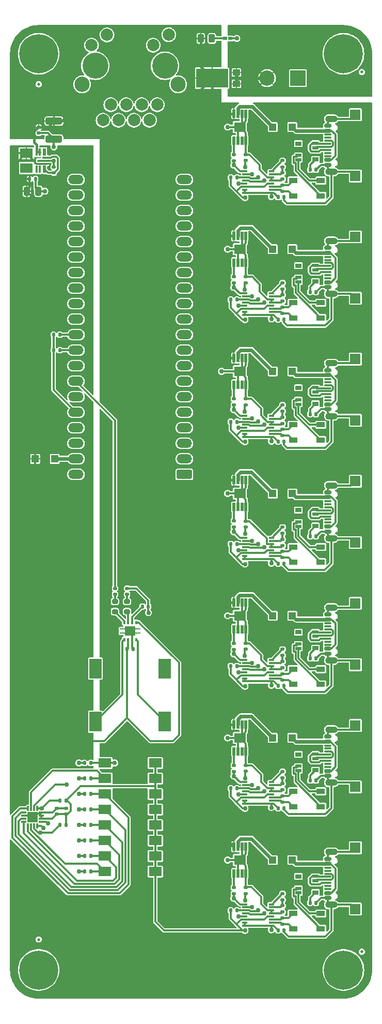
<source format=gtl>
G04 #@! TF.GenerationSoftware,KiCad,Pcbnew,7.0.11*
G04 #@! TF.CreationDate,2024-10-01T10:44:05-04:00*
G04 #@! TF.ProjectId,cluster-pcb,636c7573-7465-4722-9d70-63622e6b6963,2.0*
G04 #@! TF.SameCoordinates,Original*
G04 #@! TF.FileFunction,Copper,L1,Top*
G04 #@! TF.FilePolarity,Positive*
%FSLAX46Y46*%
G04 Gerber Fmt 4.6, Leading zero omitted, Abs format (unit mm)*
G04 Created by KiCad (PCBNEW 7.0.11) date 2024-10-01 10:44:05*
%MOMM*%
%LPD*%
G01*
G04 APERTURE LIST*
G04 Aperture macros list*
%AMRoundRect*
0 Rectangle with rounded corners*
0 $1 Rounding radius*
0 $2 $3 $4 $5 $6 $7 $8 $9 X,Y pos of 4 corners*
0 Add a 4 corners polygon primitive as box body*
4,1,4,$2,$3,$4,$5,$6,$7,$8,$9,$2,$3,0*
0 Add four circle primitives for the rounded corners*
1,1,$1+$1,$2,$3*
1,1,$1+$1,$4,$5*
1,1,$1+$1,$6,$7*
1,1,$1+$1,$8,$9*
0 Add four rect primitives between the rounded corners*
20,1,$1+$1,$2,$3,$4,$5,0*
20,1,$1+$1,$4,$5,$6,$7,0*
20,1,$1+$1,$6,$7,$8,$9,0*
20,1,$1+$1,$8,$9,$2,$3,0*%
G04 Aperture macros list end*
G04 #@! TA.AperFunction,SMDPad,CuDef*
%ADD10C,0.500000*%
G04 #@! TD*
G04 #@! TA.AperFunction,SMDPad,CuDef*
%ADD11RoundRect,0.056250X0.168750X-0.643750X0.168750X0.643750X-0.168750X0.643750X-0.168750X-0.643750X0*%
G04 #@! TD*
G04 #@! TA.AperFunction,SMDPad,CuDef*
%ADD12R,1.890000X1.570000*%
G04 #@! TD*
G04 #@! TA.AperFunction,SMDPad,CuDef*
%ADD13RoundRect,0.135000X-0.135000X-0.185000X0.135000X-0.185000X0.135000X0.185000X-0.135000X0.185000X0*%
G04 #@! TD*
G04 #@! TA.AperFunction,SMDPad,CuDef*
%ADD14RoundRect,0.135000X-0.185000X0.135000X-0.185000X-0.135000X0.185000X-0.135000X0.185000X0.135000X0*%
G04 #@! TD*
G04 #@! TA.AperFunction,SMDPad,CuDef*
%ADD15RoundRect,0.150000X0.425000X-0.150000X0.425000X0.150000X-0.425000X0.150000X-0.425000X-0.150000X0*%
G04 #@! TD*
G04 #@! TA.AperFunction,SMDPad,CuDef*
%ADD16RoundRect,0.075000X0.500000X-0.075000X0.500000X0.075000X-0.500000X0.075000X-0.500000X-0.075000X0*%
G04 #@! TD*
G04 #@! TA.AperFunction,SMDPad,CuDef*
%ADD17R,1.700000X1.700000*%
G04 #@! TD*
G04 #@! TA.AperFunction,ComponentPad*
%ADD18O,2.000000X1.100000*%
G04 #@! TD*
G04 #@! TA.AperFunction,SMDPad,CuDef*
%ADD19R,1.200000X1.200000*%
G04 #@! TD*
G04 #@! TA.AperFunction,SMDPad,CuDef*
%ADD20RoundRect,0.135000X0.185000X-0.135000X0.185000X0.135000X-0.185000X0.135000X-0.185000X-0.135000X0*%
G04 #@! TD*
G04 #@! TA.AperFunction,SMDPad,CuDef*
%ADD21RoundRect,0.250000X-1.100000X0.325000X-1.100000X-0.325000X1.100000X-0.325000X1.100000X0.325000X0*%
G04 #@! TD*
G04 #@! TA.AperFunction,SMDPad,CuDef*
%ADD22RoundRect,0.140000X0.170000X-0.140000X0.170000X0.140000X-0.170000X0.140000X-0.170000X-0.140000X0*%
G04 #@! TD*
G04 #@! TA.AperFunction,SMDPad,CuDef*
%ADD23RoundRect,0.140000X-0.140000X-0.170000X0.140000X-0.170000X0.140000X0.170000X-0.140000X0.170000X0*%
G04 #@! TD*
G04 #@! TA.AperFunction,SMDPad,CuDef*
%ADD24R,2.150000X1.500000*%
G04 #@! TD*
G04 #@! TA.AperFunction,SMDPad,CuDef*
%ADD25R,0.889000X0.305000*%
G04 #@! TD*
G04 #@! TA.AperFunction,SMDPad,CuDef*
%ADD26RoundRect,0.140000X0.140000X0.170000X-0.140000X0.170000X-0.140000X-0.170000X0.140000X-0.170000X0*%
G04 #@! TD*
G04 #@! TA.AperFunction,SMDPad,CuDef*
%ADD27R,1.350000X0.900000*%
G04 #@! TD*
G04 #@! TA.AperFunction,SMDPad,CuDef*
%ADD28RoundRect,0.135000X0.135000X0.185000X-0.135000X0.185000X-0.135000X-0.185000X0.135000X-0.185000X0*%
G04 #@! TD*
G04 #@! TA.AperFunction,SMDPad,CuDef*
%ADD29RoundRect,0.200000X-0.275000X0.200000X-0.275000X-0.200000X0.275000X-0.200000X0.275000X0.200000X0*%
G04 #@! TD*
G04 #@! TA.AperFunction,SMDPad,CuDef*
%ADD30R,1.000000X0.500000*%
G04 #@! TD*
G04 #@! TA.AperFunction,SMDPad,CuDef*
%ADD31R,1.000000X0.700000*%
G04 #@! TD*
G04 #@! TA.AperFunction,ComponentPad*
%ADD32R,2.500000X2.500000*%
G04 #@! TD*
G04 #@! TA.AperFunction,ComponentPad*
%ADD33C,2.500000*%
G04 #@! TD*
G04 #@! TA.AperFunction,ComponentPad*
%ADD34C,6.400000*%
G04 #@! TD*
G04 #@! TA.AperFunction,SMDPad,CuDef*
%ADD35R,2.000000X3.200000*%
G04 #@! TD*
G04 #@! TA.AperFunction,SMDPad,CuDef*
%ADD36RoundRect,0.140000X-0.170000X0.140000X-0.170000X-0.140000X0.170000X-0.140000X0.170000X0.140000X0*%
G04 #@! TD*
G04 #@! TA.AperFunction,ComponentPad*
%ADD37C,2.000000*%
G04 #@! TD*
G04 #@! TA.AperFunction,ComponentPad*
%ADD38C,4.250000*%
G04 #@! TD*
G04 #@! TA.AperFunction,ComponentPad*
%ADD39RoundRect,0.150000X1.100000X0.600000X-1.100000X0.600000X-1.100000X-0.600000X1.100000X-0.600000X0*%
G04 #@! TD*
G04 #@! TA.AperFunction,ComponentPad*
%ADD40O,2.500000X1.500000*%
G04 #@! TD*
G04 #@! TA.AperFunction,SMDPad,CuDef*
%ADD41RoundRect,0.032500X-0.097500X0.397500X-0.097500X-0.397500X0.097500X-0.397500X0.097500X0.397500X0*%
G04 #@! TD*
G04 #@! TA.AperFunction,SMDPad,CuDef*
%ADD42RoundRect,0.032500X-0.397500X0.097500X-0.397500X-0.097500X0.397500X-0.097500X0.397500X0.097500X0*%
G04 #@! TD*
G04 #@! TA.AperFunction,ComponentPad*
%ADD43C,0.700000*%
G04 #@! TD*
G04 #@! TA.AperFunction,SMDPad,CuDef*
%ADD44R,1.680000X1.680000*%
G04 #@! TD*
G04 #@! TA.AperFunction,SMDPad,CuDef*
%ADD45RoundRect,0.250000X-0.250000X-0.475000X0.250000X-0.475000X0.250000X0.475000X-0.250000X0.475000X0*%
G04 #@! TD*
G04 #@! TA.AperFunction,SMDPad,CuDef*
%ADD46RoundRect,0.250000X-0.262500X-0.450000X0.262500X-0.450000X0.262500X0.450000X-0.262500X0.450000X0*%
G04 #@! TD*
G04 #@! TA.AperFunction,SMDPad,CuDef*
%ADD47R,5.207000X3.098800*%
G04 #@! TD*
G04 #@! TA.AperFunction,SMDPad,CuDef*
%ADD48R,1.143000X0.990600*%
G04 #@! TD*
G04 #@! TA.AperFunction,SMDPad,CuDef*
%ADD49R,0.475000X1.200000*%
G04 #@! TD*
G04 #@! TA.AperFunction,SMDPad,CuDef*
%ADD50R,0.349999X1.200000*%
G04 #@! TD*
G04 #@! TA.AperFunction,SMDPad,CuDef*
%ADD51R,2.150001X1.599999*%
G04 #@! TD*
G04 #@! TA.AperFunction,SMDPad,CuDef*
%ADD52R,0.900001X0.349999*%
G04 #@! TD*
G04 #@! TA.AperFunction,SMDPad,CuDef*
%ADD53RoundRect,0.100000X-0.900000X0.100000X-0.900000X-0.100000X0.900000X-0.100000X0.900000X0.100000X0*%
G04 #@! TD*
G04 #@! TA.AperFunction,SMDPad,CuDef*
%ADD54R,0.700000X0.500000*%
G04 #@! TD*
G04 #@! TA.AperFunction,SMDPad,CuDef*
%ADD55R,0.310000X0.600000*%
G04 #@! TD*
G04 #@! TA.AperFunction,SMDPad,CuDef*
%ADD56R,0.825000X0.230000*%
G04 #@! TD*
G04 #@! TA.AperFunction,SMDPad,CuDef*
%ADD57R,1.750000X1.500000*%
G04 #@! TD*
G04 #@! TA.AperFunction,ViaPad*
%ADD58C,0.750000*%
G04 #@! TD*
G04 #@! TA.AperFunction,Conductor*
%ADD59C,0.300000*%
G04 #@! TD*
G04 #@! TA.AperFunction,Conductor*
%ADD60C,0.600000*%
G04 #@! TD*
G04 #@! TA.AperFunction,Conductor*
%ADD61C,0.450000*%
G04 #@! TD*
G04 APERTURE END LIST*
D10*
X77400000Y-31600000D03*
D11*
X109425000Y-120800000D03*
X110075000Y-120800000D03*
X110725000Y-120800000D03*
X111375000Y-120800000D03*
X111375000Y-116400000D03*
X110725000Y-116400000D03*
X110075000Y-116400000D03*
X109425000Y-116400000D03*
D12*
X110400000Y-118600000D03*
D13*
X79825000Y-72602500D03*
X80845000Y-72602500D03*
D14*
X117400000Y-68090000D03*
X117400000Y-69110000D03*
D15*
X124825000Y-144800000D03*
X124825000Y-144000000D03*
D16*
X124825000Y-142850000D03*
X124825000Y-141850000D03*
X124825000Y-141350000D03*
X124825000Y-140350000D03*
D15*
X124825000Y-139200000D03*
X124825000Y-138400000D03*
X124825000Y-138400000D03*
X124825000Y-139200000D03*
D16*
X124825000Y-139850000D03*
X124825000Y-140850000D03*
X124825000Y-142350000D03*
X124825000Y-143350000D03*
D15*
X124825000Y-144000000D03*
X124825000Y-144800000D03*
D17*
X129350000Y-146620000D03*
D18*
X125400000Y-145920000D03*
X125400000Y-137280000D03*
D17*
X129350000Y-136580000D03*
D19*
X119000000Y-158600000D03*
X115800000Y-158600000D03*
D20*
X109400000Y-64110000D03*
X109400000Y-63090000D03*
D14*
X117400000Y-44090000D03*
X117400000Y-45110000D03*
D21*
X79900000Y-37625000D03*
X79900000Y-40575000D03*
D20*
X109400000Y-144110000D03*
X109400000Y-143090000D03*
D22*
X111400000Y-84080000D03*
X111400000Y-83120000D03*
D13*
X108890000Y-126850000D03*
X109910000Y-126850000D03*
D23*
X121920000Y-65600000D03*
X122880000Y-65600000D03*
D24*
X88275000Y-142710000D03*
X88275000Y-145250000D03*
X88275000Y-147790000D03*
X88275000Y-150330000D03*
X88275000Y-152870000D03*
X88275000Y-155410000D03*
X88275000Y-157950000D03*
X88275000Y-160490000D03*
X96525000Y-160490000D03*
X96525000Y-157950000D03*
X96525000Y-155410000D03*
X96525000Y-152870000D03*
X96525000Y-150330000D03*
X96525000Y-147790000D03*
X96525000Y-145250000D03*
X96525000Y-142710000D03*
D13*
X108890000Y-46850000D03*
X109910000Y-46850000D03*
D14*
X117400000Y-168090000D03*
X117400000Y-169110000D03*
D20*
X109400000Y-164110000D03*
X109400000Y-163090000D03*
D14*
X117400000Y-84090000D03*
X117400000Y-85110000D03*
D23*
X121920000Y-165600000D03*
X122880000Y-165600000D03*
D25*
X111230500Y-45850000D03*
X111230500Y-46350000D03*
X111230500Y-46850000D03*
X111230500Y-47350000D03*
X111230500Y-47850000D03*
X111230500Y-48350000D03*
X111230500Y-48850000D03*
X111230500Y-49350000D03*
X115569500Y-49350000D03*
X115569500Y-48850000D03*
X115569500Y-48350000D03*
X115569500Y-47850000D03*
X115569500Y-47350000D03*
X115569500Y-46850000D03*
X115569500Y-46350000D03*
X115569500Y-45850000D03*
D26*
X95380000Y-117100000D03*
X94420000Y-117100000D03*
D14*
X117400000Y-164090000D03*
X117400000Y-165110000D03*
D27*
X119125000Y-67350000D03*
X119125000Y-69850000D03*
X123675000Y-69850000D03*
X123675000Y-67350000D03*
D13*
X108890000Y-166850000D03*
X109910000Y-166850000D03*
D15*
X124825000Y-44800000D03*
X124825000Y-44000000D03*
D16*
X124825000Y-42850000D03*
X124825000Y-41850000D03*
X124825000Y-41350000D03*
X124825000Y-40350000D03*
D15*
X124825000Y-39200000D03*
X124825000Y-38400000D03*
X124825000Y-38400000D03*
X124825000Y-39200000D03*
D16*
X124825000Y-39850000D03*
X124825000Y-40850000D03*
X124825000Y-42350000D03*
X124825000Y-43350000D03*
D15*
X124825000Y-44000000D03*
X124825000Y-44800000D03*
D17*
X129350000Y-46620000D03*
D18*
X125400000Y-45920000D03*
X125400000Y-37280000D03*
D17*
X129350000Y-36580000D03*
D13*
X108890000Y-146850000D03*
X109910000Y-146850000D03*
D28*
X85925000Y-152870000D03*
X84905000Y-152870000D03*
X85925000Y-157950000D03*
X84905000Y-157950000D03*
D29*
X91900000Y-116275000D03*
X91900000Y-117925000D03*
D14*
X117400000Y-48090000D03*
X117400000Y-49110000D03*
D13*
X79825000Y-75142500D03*
X80845000Y-75142500D03*
D22*
X111400000Y-64080000D03*
X111400000Y-63120000D03*
D23*
X116670000Y-170100000D03*
X117630000Y-170100000D03*
D30*
X120000000Y-123975000D03*
X120000000Y-123225000D03*
D31*
X120000000Y-121300000D03*
D30*
X122800000Y-121225000D03*
X122800000Y-121975000D03*
D31*
X122800000Y-123900000D03*
D32*
X119940000Y-30600000D03*
D33*
X114860000Y-30600000D03*
D22*
X111400000Y-124080000D03*
X111400000Y-123120000D03*
X111400000Y-104080000D03*
X111400000Y-103120000D03*
D34*
X127400000Y-176600000D03*
D22*
X80400000Y-151080000D03*
X80400000Y-150120000D03*
D25*
X111230500Y-105850000D03*
X111230500Y-106350000D03*
X111230500Y-106850000D03*
X111230500Y-107350000D03*
X111230500Y-107850000D03*
X111230500Y-108350000D03*
X111230500Y-108850000D03*
X111230500Y-109350000D03*
X115569500Y-109350000D03*
X115569500Y-108850000D03*
X115569500Y-108350000D03*
X115569500Y-107850000D03*
X115569500Y-107350000D03*
X115569500Y-106850000D03*
X115569500Y-106350000D03*
X115569500Y-105850000D03*
D28*
X85925000Y-145250000D03*
X84905000Y-145250000D03*
D23*
X91920000Y-124100000D03*
X92880000Y-124100000D03*
D14*
X117400000Y-108090000D03*
X117400000Y-109110000D03*
D13*
X108890000Y-86850000D03*
X109910000Y-86850000D03*
D14*
X117400000Y-124090000D03*
X117400000Y-125110000D03*
D19*
X119000000Y-58600000D03*
X115800000Y-58600000D03*
D14*
X117400000Y-144090000D03*
X117400000Y-145110000D03*
D13*
X108890000Y-106850000D03*
X109910000Y-106850000D03*
D22*
X111400000Y-164080000D03*
X111400000Y-163120000D03*
D25*
X111230500Y-125850000D03*
X111230500Y-126350000D03*
X111230500Y-126850000D03*
X111230500Y-127350000D03*
X111230500Y-127850000D03*
X111230500Y-128350000D03*
X111230500Y-128850000D03*
X111230500Y-129350000D03*
X115569500Y-129350000D03*
X115569500Y-128850000D03*
X115569500Y-128350000D03*
X115569500Y-127850000D03*
X115569500Y-127350000D03*
X115569500Y-126850000D03*
X115569500Y-126350000D03*
X115569500Y-125850000D03*
D14*
X117400000Y-88090000D03*
X117400000Y-89110000D03*
D20*
X109400000Y-124110000D03*
X109400000Y-123090000D03*
D35*
X86700000Y-135950000D03*
X98100000Y-135950000D03*
X98100000Y-127250000D03*
X86700000Y-127250000D03*
D30*
X120000000Y-43975000D03*
X120000000Y-43225000D03*
D31*
X120000000Y-41300000D03*
D30*
X122800000Y-41225000D03*
X122800000Y-41975000D03*
D31*
X122800000Y-43900000D03*
D11*
X109425000Y-60800000D03*
X110075000Y-60800000D03*
X110725000Y-60800000D03*
X111375000Y-60800000D03*
X111375000Y-56400000D03*
X110725000Y-56400000D03*
X110075000Y-56400000D03*
X109425000Y-56400000D03*
D12*
X110400000Y-58600000D03*
D20*
X109400000Y-44110000D03*
X109400000Y-43090000D03*
D25*
X111230500Y-145850000D03*
X111230500Y-146350000D03*
X111230500Y-146850000D03*
X111230500Y-147350000D03*
X111230500Y-147850000D03*
X111230500Y-148350000D03*
X111230500Y-148850000D03*
X111230500Y-149350000D03*
X115569500Y-149350000D03*
X115569500Y-148850000D03*
X115569500Y-148350000D03*
X115569500Y-147850000D03*
X115569500Y-147350000D03*
X115569500Y-146850000D03*
X115569500Y-146350000D03*
X115569500Y-145850000D03*
D15*
X124825000Y-64800000D03*
X124825000Y-64000000D03*
D16*
X124825000Y-62850000D03*
X124825000Y-61850000D03*
X124825000Y-61350000D03*
X124825000Y-60350000D03*
D15*
X124825000Y-59200000D03*
X124825000Y-58400000D03*
X124825000Y-58400000D03*
X124825000Y-59200000D03*
D16*
X124825000Y-59850000D03*
X124825000Y-60850000D03*
X124825000Y-62350000D03*
X124825000Y-63350000D03*
D15*
X124825000Y-64000000D03*
X124825000Y-64800000D03*
D17*
X129350000Y-66620000D03*
D18*
X125400000Y-65920000D03*
X125400000Y-57280000D03*
D17*
X129350000Y-56580000D03*
D15*
X124825000Y-124800000D03*
X124825000Y-124000000D03*
D16*
X124825000Y-122850000D03*
X124825000Y-121850000D03*
X124825000Y-121350000D03*
X124825000Y-120350000D03*
D15*
X124825000Y-119200000D03*
X124825000Y-118400000D03*
X124825000Y-118400000D03*
X124825000Y-119200000D03*
D16*
X124825000Y-119850000D03*
X124825000Y-120850000D03*
X124825000Y-122350000D03*
X124825000Y-123350000D03*
D15*
X124825000Y-124000000D03*
X124825000Y-124800000D03*
D17*
X129350000Y-126620000D03*
D18*
X125400000Y-125920000D03*
X125400000Y-117280000D03*
D17*
X129350000Y-116580000D03*
D36*
X91900000Y-114120000D03*
X91900000Y-115080000D03*
D23*
X116670000Y-130100000D03*
X117630000Y-130100000D03*
D30*
X120000000Y-103975000D03*
X120000000Y-103225000D03*
D31*
X120000000Y-101300000D03*
D30*
X122800000Y-101225000D03*
X122800000Y-101975000D03*
D31*
X122800000Y-103900000D03*
D22*
X79900000Y-46080000D03*
X79900000Y-45120000D03*
D11*
X109425000Y-140800000D03*
X110075000Y-140800000D03*
X110725000Y-140800000D03*
X111375000Y-140800000D03*
X111375000Y-136400000D03*
X110725000Y-136400000D03*
X110075000Y-136400000D03*
X109425000Y-136400000D03*
D12*
X110400000Y-138600000D03*
D23*
X116670000Y-70100000D03*
X117630000Y-70100000D03*
D33*
X100274998Y-31612500D03*
D37*
X98725000Y-23482500D03*
D38*
X98115000Y-28562500D03*
D37*
X96845000Y-34932500D03*
X96185000Y-25202500D03*
X95575000Y-37472500D03*
X94305000Y-34932500D03*
X93035000Y-37472500D03*
X91765000Y-34932500D03*
X90495000Y-37472500D03*
X89225000Y-34932500D03*
X88615000Y-23502500D03*
X87955000Y-37472500D03*
D38*
X86685000Y-28562500D03*
D37*
X86075000Y-25202500D03*
D33*
X84525002Y-31612500D03*
D39*
X101290000Y-95462500D03*
D40*
X101290000Y-92922500D03*
X101290000Y-90382500D03*
X101290000Y-87842500D03*
X101290000Y-85302500D03*
X101290000Y-82762500D03*
X101290000Y-80222500D03*
X101290000Y-77682500D03*
X101290000Y-75142500D03*
X101290000Y-72602500D03*
X101290000Y-70062500D03*
X101290000Y-67522500D03*
X101290000Y-64982500D03*
X101290000Y-62442500D03*
X101290000Y-59902500D03*
X101290000Y-57362500D03*
X101290000Y-54822500D03*
X101290000Y-52282500D03*
X101290000Y-49742500D03*
X101290000Y-47202500D03*
X83510000Y-47202500D03*
X83510000Y-49742500D03*
X83510000Y-52282500D03*
X83510000Y-54822500D03*
X83510000Y-57362500D03*
X83510000Y-59902500D03*
X83510000Y-62442500D03*
X83510000Y-64982500D03*
X83510000Y-67522500D03*
X83510000Y-70062500D03*
X83510000Y-72602500D03*
X83510000Y-75142500D03*
X83510000Y-77682500D03*
X83510000Y-80222500D03*
X83510000Y-82762500D03*
X83510000Y-85302500D03*
X83510000Y-87842500D03*
X83510000Y-90382500D03*
X83510000Y-92922500D03*
X83510000Y-95462500D03*
D28*
X85925000Y-155410000D03*
X84905000Y-155410000D03*
X81910000Y-148850000D03*
X80890000Y-148850000D03*
D41*
X77150000Y-150165000D03*
X76650000Y-150165000D03*
X76150000Y-150165000D03*
X75650000Y-150165000D03*
D42*
X74965000Y-150850000D03*
X74965000Y-151350000D03*
X74965000Y-151850000D03*
X74965000Y-152350000D03*
D41*
X75650000Y-153035000D03*
X76150000Y-153035000D03*
X76650000Y-153035000D03*
X77150000Y-153035000D03*
D42*
X77835000Y-152350000D03*
X77835000Y-151850000D03*
X77835000Y-151350000D03*
X77835000Y-150850000D03*
D43*
X76900000Y-151100000D03*
X75900000Y-151100000D03*
X76400000Y-151600000D03*
D44*
X76400000Y-151600000D03*
D43*
X76900000Y-152100000D03*
X75900000Y-152100000D03*
D23*
X121920000Y-105600000D03*
X122880000Y-105600000D03*
D29*
X89900000Y-116275000D03*
X89900000Y-117925000D03*
D23*
X121920000Y-45600000D03*
X122880000Y-45600000D03*
D28*
X81910000Y-152850000D03*
X80890000Y-152850000D03*
D45*
X75450000Y-49100000D03*
X77350000Y-49100000D03*
D23*
X121920000Y-145600000D03*
X122880000Y-145600000D03*
D25*
X111230500Y-165850000D03*
X111230500Y-166350000D03*
X111230500Y-166850000D03*
X111230500Y-167350000D03*
X111230500Y-167850000D03*
X111230500Y-168350000D03*
X111230500Y-168850000D03*
X111230500Y-169350000D03*
X115569500Y-169350000D03*
X115569500Y-168850000D03*
X115569500Y-168350000D03*
X115569500Y-167850000D03*
X115569500Y-167350000D03*
X115569500Y-166850000D03*
X115569500Y-166350000D03*
X115569500Y-165850000D03*
D30*
X120000000Y-143975000D03*
X120000000Y-143225000D03*
D31*
X120000000Y-141300000D03*
D30*
X122800000Y-141225000D03*
X122800000Y-141975000D03*
D31*
X122800000Y-143900000D03*
D27*
X119125000Y-127350000D03*
X119125000Y-129850000D03*
X123675000Y-129850000D03*
X123675000Y-127350000D03*
D14*
X117400000Y-166090000D03*
X117400000Y-167110000D03*
D19*
X119000000Y-118600000D03*
X115800000Y-118600000D03*
X80030000Y-92922500D03*
X76830000Y-92922500D03*
D14*
X117400000Y-86090000D03*
X117400000Y-87110000D03*
D22*
X111400000Y-44080000D03*
X111400000Y-43120000D03*
D14*
X117400000Y-104090000D03*
X117400000Y-105110000D03*
D23*
X116670000Y-150100000D03*
X117630000Y-150100000D03*
D28*
X85925000Y-150330000D03*
X84905000Y-150330000D03*
D15*
X124825000Y-164800000D03*
X124825000Y-164000000D03*
D16*
X124825000Y-162850000D03*
X124825000Y-161850000D03*
X124825000Y-161350000D03*
X124825000Y-160350000D03*
D15*
X124825000Y-159200000D03*
X124825000Y-158400000D03*
X124825000Y-158400000D03*
X124825000Y-159200000D03*
D16*
X124825000Y-159850000D03*
X124825000Y-160850000D03*
X124825000Y-162350000D03*
X124825000Y-163350000D03*
D15*
X124825000Y-164000000D03*
X124825000Y-164800000D03*
D17*
X129350000Y-166620000D03*
D18*
X125400000Y-165920000D03*
X125400000Y-157280000D03*
D17*
X129350000Y-156580000D03*
D19*
X119000000Y-38600000D03*
X115800000Y-38600000D03*
D25*
X111230500Y-85850000D03*
X111230500Y-86350000D03*
X111230500Y-86850000D03*
X111230500Y-87350000D03*
X111230500Y-87850000D03*
X111230500Y-88350000D03*
X111230500Y-88850000D03*
X111230500Y-89350000D03*
X115569500Y-89350000D03*
X115569500Y-88850000D03*
X115569500Y-88350000D03*
X115569500Y-87850000D03*
X115569500Y-87350000D03*
X115569500Y-86850000D03*
X115569500Y-86350000D03*
X115569500Y-85850000D03*
D36*
X77400000Y-38620000D03*
X77400000Y-39580000D03*
D34*
X77400000Y-26600000D03*
D25*
X111230500Y-65850000D03*
X111230500Y-66350000D03*
X111230500Y-66850000D03*
X111230500Y-67350000D03*
X111230500Y-67850000D03*
X111230500Y-68350000D03*
X111230500Y-68850000D03*
X111230500Y-69350000D03*
X115569500Y-69350000D03*
X115569500Y-68850000D03*
X115569500Y-68350000D03*
X115569500Y-67850000D03*
X115569500Y-67350000D03*
X115569500Y-66850000D03*
X115569500Y-66350000D03*
X115569500Y-65850000D03*
D27*
X119125000Y-87350000D03*
X119125000Y-89850000D03*
X123675000Y-89850000D03*
X123675000Y-87350000D03*
D14*
X117400000Y-126090000D03*
X117400000Y-127110000D03*
D11*
X109425000Y-160800000D03*
X110075000Y-160800000D03*
X110725000Y-160800000D03*
X111375000Y-160800000D03*
X111375000Y-156400000D03*
X110725000Y-156400000D03*
X110075000Y-156400000D03*
X109425000Y-156400000D03*
D12*
X110400000Y-158600000D03*
D11*
X109425000Y-100800000D03*
X110075000Y-100800000D03*
X110725000Y-100800000D03*
X111375000Y-100800000D03*
X111375000Y-96400000D03*
X110725000Y-96400000D03*
X110075000Y-96400000D03*
X109425000Y-96400000D03*
D12*
X110400000Y-98600000D03*
D20*
X109400000Y-84110000D03*
X109400000Y-83090000D03*
D23*
X116670000Y-110100000D03*
X117630000Y-110100000D03*
X121920000Y-125600000D03*
X122880000Y-125600000D03*
D13*
X108890000Y-66850000D03*
X109910000Y-66850000D03*
D36*
X89900000Y-114120000D03*
X89900000Y-115080000D03*
D14*
X117400000Y-148090000D03*
X117400000Y-149110000D03*
D30*
X120000000Y-83975000D03*
X120000000Y-83225000D03*
D31*
X120000000Y-81300000D03*
D30*
X122800000Y-81225000D03*
X122800000Y-81975000D03*
D31*
X122800000Y-83900000D03*
D46*
X103987500Y-24100000D03*
X105812500Y-24100000D03*
D11*
X109425000Y-40800000D03*
X110075000Y-40800000D03*
X110725000Y-40800000D03*
X111375000Y-40800000D03*
X111375000Y-36400000D03*
X110725000Y-36400000D03*
X110075000Y-36400000D03*
X109425000Y-36400000D03*
D12*
X110400000Y-38600000D03*
D19*
X119000000Y-138600000D03*
X115800000Y-138600000D03*
D10*
X130400000Y-173600000D03*
D47*
X105845900Y-30600000D03*
D48*
X109833700Y-31520001D03*
X109833700Y-29679999D03*
D14*
X117400000Y-146090000D03*
X117400000Y-147110000D03*
D20*
X109400000Y-104110000D03*
X109400000Y-103090000D03*
D14*
X117400000Y-66090000D03*
X117400000Y-67110000D03*
D15*
X124825000Y-104800000D03*
X124825000Y-104000000D03*
D16*
X124825000Y-102850000D03*
X124825000Y-101850000D03*
X124825000Y-101350000D03*
X124825000Y-100350000D03*
D15*
X124825000Y-99200000D03*
X124825000Y-98400000D03*
X124825000Y-98400000D03*
X124825000Y-99200000D03*
D16*
X124825000Y-99850000D03*
X124825000Y-100850000D03*
X124825000Y-102350000D03*
X124825000Y-103350000D03*
D15*
X124825000Y-104000000D03*
X124825000Y-104800000D03*
D17*
X129350000Y-106620000D03*
D18*
X125400000Y-105920000D03*
X125400000Y-97280000D03*
D17*
X129350000Y-96580000D03*
D23*
X116670000Y-50100000D03*
X117630000Y-50100000D03*
X116670000Y-90100000D03*
X117630000Y-90100000D03*
D49*
X78362000Y-42700000D03*
D50*
X77550000Y-42700000D03*
X77050001Y-42700000D03*
D51*
X75399999Y-42900000D03*
X75399999Y-45300000D03*
D50*
X77050001Y-45500000D03*
X77550000Y-45500000D03*
D49*
X78362000Y-45500000D03*
D52*
X78449998Y-44599999D03*
D53*
X78150000Y-44100000D03*
D52*
X78449998Y-43600001D03*
D34*
X127400000Y-26600000D03*
D28*
X85925000Y-147790000D03*
X84905000Y-147790000D03*
D27*
X119125000Y-47350000D03*
X119125000Y-49850000D03*
X123675000Y-49850000D03*
X123675000Y-47350000D03*
D10*
X130400000Y-29600000D03*
D27*
X119125000Y-147350000D03*
X119125000Y-149850000D03*
X123675000Y-149850000D03*
X123675000Y-147350000D03*
D14*
X117400000Y-128090000D03*
X117400000Y-129110000D03*
D23*
X121920000Y-85600000D03*
X122880000Y-85600000D03*
D14*
X117400000Y-64090000D03*
X117400000Y-65110000D03*
D28*
X85925000Y-142710000D03*
X84905000Y-142710000D03*
D10*
X77400000Y-171600000D03*
D22*
X81900000Y-151080000D03*
X81900000Y-150120000D03*
D14*
X117400000Y-46090000D03*
X117400000Y-47110000D03*
D30*
X120000000Y-63975000D03*
X120000000Y-63225000D03*
D31*
X120000000Y-61300000D03*
D30*
X122800000Y-61225000D03*
X122800000Y-61975000D03*
D31*
X122800000Y-63900000D03*
D54*
X108850000Y-24100000D03*
X107950000Y-24100000D03*
D30*
X120000000Y-163975000D03*
X120000000Y-163225000D03*
D31*
X120000000Y-161300000D03*
D30*
X122800000Y-161225000D03*
X122800000Y-161975000D03*
D31*
X122800000Y-163900000D03*
D19*
X119000000Y-78600000D03*
X115800000Y-78600000D03*
D27*
X119125000Y-107350000D03*
X119125000Y-109850000D03*
X123675000Y-109850000D03*
X123675000Y-107350000D03*
D14*
X117400000Y-106090000D03*
X117400000Y-107110000D03*
D15*
X124825000Y-84800000D03*
X124825000Y-84000000D03*
D16*
X124825000Y-82850000D03*
X124825000Y-81850000D03*
X124825000Y-81350000D03*
X124825000Y-80350000D03*
D15*
X124825000Y-79200000D03*
X124825000Y-78400000D03*
X124825000Y-78400000D03*
X124825000Y-79200000D03*
D16*
X124825000Y-79850000D03*
X124825000Y-80850000D03*
X124825000Y-82350000D03*
X124825000Y-83350000D03*
D15*
X124825000Y-84000000D03*
X124825000Y-84800000D03*
D17*
X129350000Y-86620000D03*
D18*
X125400000Y-85920000D03*
X125400000Y-77280000D03*
D17*
X129350000Y-76580000D03*
D11*
X109425000Y-80800000D03*
X110075000Y-80800000D03*
X110725000Y-80800000D03*
X111375000Y-80800000D03*
X111375000Y-76400000D03*
X110725000Y-76400000D03*
X110075000Y-76400000D03*
X109425000Y-76400000D03*
D12*
X110400000Y-78600000D03*
D22*
X111400000Y-144080000D03*
X111400000Y-143120000D03*
D55*
X93375000Y-119700000D03*
X92725000Y-119700000D03*
X92075000Y-119700000D03*
X91425000Y-119700000D03*
X91425000Y-122500000D03*
X92075000Y-122500000D03*
X92725000Y-122500000D03*
X93375000Y-122500000D03*
D56*
X93687500Y-120775000D03*
X91112500Y-120775000D03*
D43*
X92793700Y-121100000D03*
D57*
X92400000Y-121100000D03*
D43*
X92006300Y-121100000D03*
D56*
X93687500Y-121425000D03*
X91112500Y-121425000D03*
D27*
X119125000Y-167350000D03*
X119125000Y-169850000D03*
X123675000Y-169850000D03*
X123675000Y-167350000D03*
D28*
X85925000Y-160490000D03*
X84905000Y-160490000D03*
D34*
X77400000Y-176600000D03*
D19*
X119000000Y-98600000D03*
X115800000Y-98600000D03*
D23*
X75920000Y-47100000D03*
X76880000Y-47100000D03*
D58*
X108400000Y-138600000D03*
X79900000Y-44100000D03*
X84018000Y-155410000D03*
X108400000Y-98600000D03*
X79900000Y-41850000D03*
X84018000Y-142710000D03*
X107400000Y-78600000D03*
X84018000Y-147790000D03*
X84018000Y-150330000D03*
X84018000Y-160490000D03*
X109900000Y-24100000D03*
X84018000Y-152870000D03*
X108400000Y-58600000D03*
X108400000Y-38600000D03*
X84018000Y-145250000D03*
X108400000Y-158600000D03*
X78400000Y-49100000D03*
X108400000Y-118600000D03*
X84018000Y-157950000D03*
X95400000Y-118100000D03*
X77900000Y-150100000D03*
X115559000Y-110013000D03*
X115559000Y-150013000D03*
X115559000Y-170013000D03*
X115559000Y-50013000D03*
X73746000Y-42850000D03*
X115559000Y-70013000D03*
X115569500Y-90013000D03*
X115559000Y-130013000D03*
X77650000Y-154100000D03*
X111241000Y-145187000D03*
X111241000Y-50140000D03*
X111241000Y-105187000D03*
X111241000Y-165187000D03*
X111241000Y-130140000D03*
X111230500Y-65187000D03*
X111230500Y-85187000D03*
X111241000Y-110140000D03*
X111230500Y-125187000D03*
X111241000Y-170140000D03*
X111241000Y-70140000D03*
X111241000Y-90140000D03*
X111241000Y-45187000D03*
X111241000Y-150140000D03*
X110150000Y-167850000D03*
X110150000Y-147850000D03*
X110150000Y-127850000D03*
X109400000Y-164850000D03*
X109400000Y-64850000D03*
X109400000Y-44850000D03*
X109400000Y-84850000D03*
X109400000Y-104850000D03*
X109400000Y-124850000D03*
X109400000Y-144850000D03*
X78900000Y-152600000D03*
X78150000Y-153350000D03*
X89860000Y-142710000D03*
X81986000Y-146266000D03*
X110150000Y-107850000D03*
X110150000Y-87850000D03*
X114416000Y-47346000D03*
X114416000Y-167346000D03*
X114416000Y-147346000D03*
X114416000Y-67346000D03*
X114416000Y-127346000D03*
X114416000Y-87346000D03*
X114416000Y-107346000D03*
X112384000Y-106330000D03*
X112384000Y-146330000D03*
X112384000Y-86330000D03*
X112384000Y-166330000D03*
X112384000Y-46330000D03*
X112384000Y-66330000D03*
X112384000Y-126330000D03*
X113400000Y-86838000D03*
X113400000Y-166838000D03*
X113400000Y-66838000D03*
X113400000Y-146838000D03*
X113400000Y-106838000D03*
X113400000Y-126838000D03*
X113400000Y-46838000D03*
X110150000Y-67850000D03*
X110150000Y-47850000D03*
D59*
X76150000Y-151350000D02*
X76400000Y-151600000D01*
X128650000Y-57280000D02*
X129350000Y-56580000D01*
X113900000Y-165827500D02*
X114922500Y-166850000D01*
X115569500Y-46850000D02*
X114900000Y-46850000D01*
X84905000Y-145250000D02*
X84018000Y-145250000D01*
X124825000Y-105345000D02*
X125400000Y-105920000D01*
X111375000Y-99575000D02*
X110400000Y-98600000D01*
X123680000Y-124800000D02*
X122880000Y-125600000D01*
X124825000Y-144800000D02*
X123680000Y-144800000D01*
X113900000Y-85827500D02*
X113900000Y-84708000D01*
X110725000Y-96400000D02*
X110725000Y-98275000D01*
X84905000Y-147790000D02*
X84018000Y-147790000D01*
X110400000Y-98600000D02*
X108400000Y-98600000D01*
X111400000Y-163120000D02*
X111490000Y-163030000D01*
X76880000Y-47100000D02*
X76880000Y-48630000D01*
X110075000Y-40800000D02*
X110075000Y-38925000D01*
X124334000Y-111100000D02*
X125400000Y-110034000D01*
X110725000Y-56400000D02*
X110725000Y-58275000D01*
X110725000Y-58275000D02*
X110400000Y-58600000D01*
X124825000Y-104800000D02*
X123680000Y-104800000D01*
X124825000Y-78400000D02*
X124825000Y-77855000D01*
X111375000Y-80800000D02*
X111375000Y-79575000D01*
X124825000Y-124800000D02*
X124825000Y-125345000D01*
X111375000Y-76400000D02*
X111375000Y-77625000D01*
X124400000Y-71100000D02*
X125400000Y-70100000D01*
X118150000Y-71100000D02*
X124400000Y-71100000D01*
X84905000Y-150330000D02*
X84018000Y-150330000D01*
X128650000Y-85920000D02*
X129350000Y-86620000D01*
X111375000Y-159575000D02*
X111375000Y-160800000D01*
X112312000Y-83120000D02*
X111400000Y-83120000D01*
X84905000Y-157950000D02*
X84018000Y-157950000D01*
X110725000Y-136400000D02*
X110725000Y-138275000D01*
X117160000Y-67350000D02*
X117400000Y-67110000D01*
X118400000Y-151100000D02*
X124398000Y-151100000D01*
X115569500Y-86850000D02*
X114922500Y-86850000D01*
X111926000Y-123120000D02*
X111400000Y-123120000D01*
X117630000Y-70580000D02*
X118150000Y-71100000D01*
X111375000Y-37625000D02*
X110400000Y-38600000D01*
X84905000Y-152870000D02*
X84018000Y-152870000D01*
X113900000Y-145827500D02*
X113900000Y-144652000D01*
X110075000Y-138925000D02*
X110400000Y-138600000D01*
X117630000Y-50580000D02*
X118150000Y-51100000D01*
X110075000Y-80800000D02*
X110075000Y-78925000D01*
X110075000Y-118925000D02*
X110400000Y-118600000D01*
X124825000Y-85345000D02*
X125400000Y-85920000D01*
X124825000Y-144800000D02*
X124825000Y-145345000D01*
X113650000Y-45600000D02*
X113650000Y-44850000D01*
X114922500Y-66850000D02*
X113650000Y-65577500D01*
X111375000Y-120800000D02*
X111375000Y-123095000D01*
X111375000Y-59575000D02*
X110400000Y-58600000D01*
X108850000Y-24100000D02*
X109900000Y-24100000D01*
X111375000Y-116400000D02*
X111375000Y-117625000D01*
X111375000Y-60800000D02*
X111375000Y-59575000D01*
X78150000Y-44100000D02*
X79900000Y-44100000D01*
X110400000Y-138600000D02*
X108400000Y-138600000D01*
X128650000Y-157280000D02*
X129350000Y-156580000D01*
X128650000Y-117280000D02*
X129350000Y-116580000D01*
X78905000Y-39580000D02*
X79900000Y-40575000D01*
X117630000Y-110330000D02*
X118400000Y-111100000D01*
X111375000Y-43095000D02*
X111400000Y-43120000D01*
X124825000Y-124800000D02*
X123680000Y-124800000D01*
X110075000Y-98925000D02*
X110400000Y-98600000D01*
X124330000Y-131100000D02*
X125400000Y-130030000D01*
X110725000Y-116400000D02*
X110725000Y-118275000D01*
X111375000Y-120800000D02*
X111375000Y-119575000D01*
X128650000Y-45920000D02*
X129350000Y-46620000D01*
X74965000Y-151350000D02*
X76150000Y-151350000D01*
X79900000Y-45120000D02*
X79900000Y-44100000D01*
X124825000Y-64800000D02*
X124825000Y-65345000D01*
X111920000Y-43120000D02*
X111400000Y-43120000D01*
X95380000Y-117100000D02*
X95380000Y-118080000D01*
X95380000Y-116080000D02*
X93420000Y-114120000D01*
X114839239Y-106850000D02*
X114839239Y-105967239D01*
X128650000Y-137280000D02*
X129350000Y-136580000D01*
X110725000Y-118275000D02*
X110400000Y-118600000D01*
X125400000Y-117280000D02*
X128650000Y-117280000D01*
X111375000Y-163095000D02*
X111400000Y-163120000D01*
X125400000Y-57280000D02*
X128650000Y-57280000D01*
X115569500Y-147350000D02*
X115569500Y-146850000D01*
X115569500Y-107350000D02*
X117160000Y-107350000D01*
X115569500Y-167350000D02*
X115569500Y-166850000D01*
X115569500Y-87350000D02*
X117160000Y-87350000D01*
X110725000Y-76400000D02*
X110725000Y-78275000D01*
X95380000Y-118080000D02*
X95400000Y-118100000D01*
X110075000Y-158925000D02*
X110400000Y-158600000D01*
X124825000Y-145345000D02*
X125400000Y-145920000D01*
X125400000Y-77280000D02*
X128650000Y-77280000D01*
X92725000Y-123945000D02*
X92880000Y-124100000D01*
X77740000Y-150945000D02*
X77055000Y-150945000D01*
X114922500Y-86850000D02*
X113900000Y-85827500D01*
X114900000Y-46850000D02*
X113650000Y-45600000D01*
X111375000Y-97625000D02*
X110400000Y-98600000D01*
X115569500Y-67350000D02*
X115569500Y-66850000D01*
X111375000Y-36400000D02*
X111375000Y-37625000D01*
X110075000Y-140800000D02*
X110075000Y-138925000D01*
X124825000Y-125345000D02*
X125400000Y-125920000D01*
X111375000Y-136400000D02*
X111375000Y-137625000D01*
X115569500Y-107350000D02*
X115569500Y-106850000D01*
X124825000Y-58400000D02*
X124825000Y-57855000D01*
X124825000Y-64800000D02*
X123680000Y-64800000D01*
X80400000Y-150120000D02*
X81900000Y-150120000D01*
X125400000Y-165920000D02*
X128650000Y-165920000D01*
X115569500Y-126850000D02*
X114922500Y-126850000D01*
X112368000Y-143120000D02*
X111400000Y-143120000D01*
X111375000Y-79575000D02*
X110400000Y-78600000D01*
X128650000Y-97280000D02*
X129350000Y-96580000D01*
X111375000Y-100800000D02*
X111375000Y-99575000D01*
X125400000Y-137280000D02*
X128650000Y-137280000D01*
X124400000Y-51100000D02*
X125400000Y-50100000D01*
X110725000Y-158275000D02*
X110400000Y-158600000D01*
X111375000Y-57625000D02*
X110400000Y-58600000D01*
X110400000Y-78600000D02*
X107400000Y-78600000D01*
X128650000Y-145920000D02*
X129350000Y-146620000D01*
X114922500Y-146850000D02*
X113900000Y-145827500D01*
X115569500Y-87350000D02*
X115569500Y-86850000D01*
X117160000Y-127350000D02*
X117400000Y-127110000D01*
X115569500Y-66850000D02*
X114922500Y-66850000D01*
X124825000Y-84800000D02*
X123680000Y-84800000D01*
X92725000Y-122500000D02*
X92725000Y-123945000D01*
X118150000Y-91100000D02*
X124400000Y-91100000D01*
X110075000Y-58925000D02*
X110400000Y-58600000D01*
X111992000Y-103120000D02*
X111400000Y-103120000D01*
X124825000Y-44800000D02*
X123680000Y-44800000D01*
X110400000Y-58600000D02*
X108400000Y-58600000D01*
X123680000Y-144800000D02*
X122880000Y-145600000D01*
X92725000Y-121425000D02*
X92400000Y-121100000D01*
X124825000Y-44800000D02*
X124825000Y-45345000D01*
X124825000Y-164800000D02*
X124825000Y-165345000D01*
X117630000Y-170340000D02*
X118390000Y-171100000D01*
X124825000Y-45345000D02*
X125400000Y-45920000D01*
X117630000Y-130100000D02*
X117630000Y-130409999D01*
X113900000Y-144652000D02*
X112368000Y-143120000D01*
X125400000Y-90100000D02*
X125400000Y-85920000D01*
X77835000Y-150850000D02*
X79670000Y-150850000D01*
X115569500Y-127350000D02*
X115569500Y-126850000D01*
X125400000Y-145920000D02*
X128650000Y-145920000D01*
X111375000Y-60800000D02*
X111375000Y-63095000D01*
X111375000Y-123095000D02*
X111400000Y-123120000D01*
X125400000Y-125920000D02*
X128650000Y-125920000D01*
X110725000Y-98275000D02*
X110400000Y-98600000D01*
X114839239Y-105967239D02*
X111992000Y-103120000D01*
X84905000Y-155410000D02*
X84018000Y-155410000D01*
X125400000Y-85920000D02*
X128650000Y-85920000D01*
X128650000Y-105920000D02*
X129350000Y-106620000D01*
X125400000Y-105920000D02*
X128650000Y-105920000D01*
X124825000Y-158400000D02*
X124825000Y-157855000D01*
X115569500Y-47350000D02*
X117160000Y-47350000D01*
X110075000Y-100800000D02*
X110075000Y-98925000D01*
X117630000Y-150100000D02*
X117630000Y-150330000D01*
X111375000Y-56400000D02*
X111375000Y-57625000D01*
X128650000Y-77280000D02*
X129350000Y-76580000D01*
X110400000Y-158600000D02*
X111375000Y-159575000D01*
X112420000Y-63120000D02*
X111400000Y-63120000D01*
X124825000Y-118400000D02*
X124825000Y-117855000D01*
X118150000Y-51100000D02*
X124400000Y-51100000D01*
X77400000Y-39580000D02*
X78905000Y-39580000D01*
X110725000Y-78275000D02*
X110400000Y-78600000D01*
X123680000Y-84800000D02*
X122880000Y-85600000D01*
X111375000Y-100800000D02*
X111375000Y-103095000D01*
X111375000Y-40800000D02*
X111375000Y-39575000D01*
X113650000Y-65577500D02*
X113650000Y-64350000D01*
X124825000Y-117855000D02*
X125400000Y-117280000D01*
X113900000Y-164600000D02*
X113900000Y-165827500D01*
X111375000Y-160800000D02*
X111375000Y-163095000D01*
X110075000Y-38925000D02*
X110400000Y-38600000D01*
X124825000Y-157855000D02*
X125400000Y-157280000D01*
X117630000Y-130409999D02*
X118320001Y-131100000D01*
X117630000Y-70100000D02*
X117630000Y-70580000D01*
X110400000Y-118600000D02*
X108400000Y-118600000D01*
X79900000Y-40575000D02*
X79900000Y-41850000D01*
X114922500Y-126850000D02*
X113900000Y-125827500D01*
X115569500Y-106850000D02*
X114839239Y-106850000D01*
X124825000Y-57855000D02*
X125400000Y-57280000D01*
X124825000Y-138400000D02*
X124825000Y-137855000D01*
X117630000Y-90100000D02*
X117630000Y-90580000D01*
X110725000Y-138275000D02*
X110400000Y-138600000D01*
X124825000Y-98400000D02*
X124825000Y-97855000D01*
X111375000Y-83095000D02*
X111400000Y-83120000D01*
X111375000Y-77625000D02*
X110400000Y-78600000D01*
X117160000Y-47350000D02*
X117400000Y-47110000D01*
X128650000Y-125920000D02*
X129350000Y-126620000D01*
X115569500Y-167350000D02*
X117160000Y-167350000D01*
X110725000Y-36400000D02*
X110725000Y-38275000D01*
X124825000Y-65345000D02*
X125400000Y-65920000D01*
X125400000Y-97280000D02*
X128650000Y-97280000D01*
X110400000Y-158600000D02*
X108400000Y-158600000D01*
X128650000Y-65920000D02*
X129350000Y-66620000D01*
X111375000Y-39575000D02*
X110400000Y-38600000D01*
X84905000Y-142710000D02*
X84018000Y-142710000D01*
X111375000Y-140800000D02*
X111375000Y-143095000D01*
X111375000Y-157625000D02*
X110400000Y-158600000D01*
X84905000Y-160490000D02*
X84018000Y-160490000D01*
X111375000Y-143095000D02*
X111400000Y-143120000D01*
X117160000Y-107350000D02*
X117400000Y-107110000D01*
X110075000Y-60800000D02*
X110075000Y-58925000D01*
X113900000Y-125094000D02*
X111926000Y-123120000D01*
X77350000Y-49100000D02*
X78400000Y-49100000D01*
X114922500Y-166850000D02*
X115569500Y-166850000D01*
X93420000Y-114120000D02*
X91900000Y-114120000D01*
X113900000Y-84708000D02*
X112312000Y-83120000D01*
X111375000Y-156400000D02*
X111375000Y-157625000D01*
X117630000Y-50100000D02*
X117630000Y-50580000D01*
X125400000Y-130030000D02*
X125400000Y-125920000D01*
X111375000Y-137625000D02*
X110400000Y-138600000D01*
X118390000Y-171100000D02*
X124408000Y-171100000D01*
X115569500Y-146850000D02*
X114922500Y-146850000D01*
X128650000Y-165920000D02*
X129350000Y-166620000D01*
X125400000Y-37280000D02*
X128650000Y-37280000D01*
X125400000Y-65920000D02*
X128650000Y-65920000D01*
X92725000Y-122500000D02*
X92725000Y-121425000D01*
X77835000Y-150850000D02*
X77740000Y-150945000D01*
X115569500Y-127350000D02*
X117160000Y-127350000D01*
X124408000Y-171100000D02*
X125400000Y-170108000D01*
X118400000Y-111100000D02*
X124334000Y-111100000D01*
X111375000Y-80800000D02*
X111375000Y-83095000D01*
X124400000Y-91100000D02*
X125400000Y-90100000D01*
X111375000Y-119575000D02*
X110400000Y-118600000D01*
X125400000Y-110034000D02*
X125400000Y-105920000D01*
X124825000Y-77855000D02*
X125400000Y-77280000D01*
X110075000Y-120800000D02*
X110075000Y-118925000D01*
X124398000Y-151100000D02*
X125400000Y-150098000D01*
X113650000Y-64350000D02*
X112420000Y-63120000D01*
X117630000Y-90580000D02*
X118150000Y-91100000D01*
X124825000Y-137855000D02*
X125400000Y-137280000D01*
X111375000Y-96400000D02*
X111375000Y-97625000D01*
X115569500Y-147350000D02*
X117160000Y-147350000D01*
X117630000Y-150330000D02*
X118400000Y-151100000D01*
X117160000Y-147350000D02*
X117400000Y-147110000D01*
X110075000Y-160800000D02*
X110075000Y-158925000D01*
X125400000Y-157280000D02*
X128650000Y-157280000D01*
X110400000Y-38600000D02*
X108400000Y-38600000D01*
X124825000Y-164800000D02*
X123680000Y-164800000D01*
X117160000Y-167350000D02*
X117400000Y-167110000D01*
X113650000Y-44850000D02*
X111920000Y-43120000D01*
X128650000Y-37280000D02*
X129350000Y-36580000D01*
X123680000Y-64800000D02*
X122880000Y-65600000D01*
X110725000Y-38275000D02*
X110400000Y-38600000D01*
X111490000Y-163030000D02*
X112330000Y-163030000D01*
X111375000Y-63095000D02*
X111400000Y-63120000D01*
X124825000Y-165345000D02*
X125400000Y-165920000D01*
X77055000Y-150945000D02*
X76400000Y-151600000D01*
X111375000Y-103095000D02*
X111400000Y-103120000D01*
X125400000Y-50100000D02*
X125400000Y-45920000D01*
X110075000Y-78925000D02*
X110400000Y-78600000D01*
X113900000Y-125827500D02*
X113900000Y-125094000D01*
X111375000Y-139575000D02*
X110400000Y-138600000D01*
X117630000Y-170100000D02*
X117630000Y-170340000D01*
X110725000Y-156400000D02*
X110725000Y-158275000D01*
X117630000Y-110100000D02*
X117630000Y-110330000D01*
X95380000Y-117100000D02*
X95380000Y-116080000D01*
X125400000Y-150098000D02*
X125400000Y-145920000D01*
X118320001Y-131100000D02*
X124330000Y-131100000D01*
X125400000Y-70100000D02*
X125400000Y-65920000D01*
X125400000Y-45920000D02*
X128650000Y-45920000D01*
X79670000Y-150850000D02*
X80400000Y-150120000D01*
X115569500Y-47350000D02*
X115569500Y-46850000D01*
X111375000Y-40800000D02*
X111375000Y-43095000D01*
X115569500Y-67350000D02*
X117160000Y-67350000D01*
X123680000Y-44800000D02*
X122880000Y-45600000D01*
X111375000Y-117625000D02*
X110400000Y-118600000D01*
X124825000Y-104800000D02*
X124825000Y-105345000D01*
X112330000Y-163030000D02*
X113900000Y-164600000D01*
X124825000Y-97855000D02*
X125400000Y-97280000D01*
X76880000Y-48630000D02*
X77350000Y-49100000D01*
X117160000Y-87350000D02*
X117400000Y-87110000D01*
X124825000Y-84800000D02*
X124825000Y-85345000D01*
X125400000Y-170108000D02*
X125400000Y-165920000D01*
X124825000Y-37855000D02*
X125400000Y-37280000D01*
X111375000Y-140800000D02*
X111375000Y-139575000D01*
X123680000Y-164800000D02*
X122880000Y-165600000D01*
X123680000Y-104800000D02*
X122880000Y-105600000D01*
X124825000Y-38400000D02*
X124825000Y-37855000D01*
X79150000Y-148850000D02*
X80890000Y-148850000D01*
X77900000Y-150100000D02*
X79150000Y-148850000D01*
X77150000Y-150165000D02*
X77835000Y-150165000D01*
X77835000Y-150165000D02*
X77900000Y-150100000D01*
X115920000Y-149350000D02*
X116670000Y-150100000D01*
X115569500Y-129350000D02*
X115569500Y-130002500D01*
X115569500Y-109350000D02*
X115920000Y-109350000D01*
X81650000Y-139100000D02*
X88150000Y-139100000D01*
X99400000Y-139100000D02*
X95690000Y-139100000D01*
X74900000Y-47100000D02*
X75920000Y-47100000D01*
X115569500Y-89350000D02*
X115920000Y-89350000D01*
X115569500Y-169350000D02*
X115569500Y-170002500D01*
X115569500Y-109350000D02*
X115569500Y-110002500D01*
X92075000Y-122500000D02*
X92075000Y-123945000D01*
X91920000Y-135330000D02*
X91920000Y-124100000D01*
X115569500Y-149350000D02*
X115569500Y-150002500D01*
X111230500Y-168850000D02*
X111230500Y-169350000D01*
X115569500Y-169350000D02*
X115920000Y-169350000D01*
X115569500Y-149350000D02*
X115920000Y-149350000D01*
X115569500Y-49350000D02*
X115569500Y-50002500D01*
X115569500Y-90013000D02*
X115569500Y-89350000D01*
X95690000Y-139100000D02*
X91920000Y-135330000D01*
X77099998Y-44599999D02*
X75399999Y-42900000D01*
X115569500Y-130002500D02*
X115559000Y-130013000D01*
X74049999Y-46249999D02*
X74900000Y-47100000D01*
X111230500Y-69350000D02*
X115569500Y-69350000D01*
X115920000Y-109350000D02*
X116670000Y-110100000D01*
X115920000Y-169350000D02*
X116670000Y-170100000D01*
X111230500Y-128850000D02*
X111230500Y-129350000D01*
X100400000Y-138100000D02*
X99400000Y-139100000D01*
X115569500Y-69350000D02*
X115920000Y-69350000D01*
X76830000Y-134280000D02*
X81650000Y-139100000D01*
X76830000Y-92922500D02*
X76830000Y-50480000D01*
X115569500Y-150002500D02*
X115559000Y-150013000D01*
X75920000Y-48630000D02*
X75450000Y-49100000D01*
X111230500Y-169350000D02*
X115569500Y-169350000D01*
X93830000Y-119700000D02*
X100400000Y-126270000D01*
X111230500Y-149350000D02*
X115569500Y-149350000D01*
X75920000Y-47100000D02*
X75920000Y-48630000D01*
X111230500Y-48850000D02*
X111230500Y-49350000D01*
X111230500Y-148850000D02*
X111230500Y-149350000D01*
X115569500Y-49350000D02*
X115920000Y-49350000D01*
X78449998Y-44599999D02*
X77099998Y-44599999D01*
X88150000Y-139100000D02*
X91920000Y-135330000D01*
X111230500Y-129350000D02*
X115569500Y-129350000D01*
X115569500Y-129350000D02*
X115920000Y-129350000D01*
X115920000Y-89350000D02*
X116670000Y-90100000D01*
X115569500Y-69350000D02*
X115569500Y-70002500D01*
X73796000Y-42900000D02*
X73746000Y-42850000D01*
X115569500Y-50002500D02*
X115559000Y-50013000D01*
X111230500Y-109350000D02*
X115569500Y-109350000D01*
X111230500Y-49350000D02*
X115569500Y-49350000D01*
X76830000Y-92922500D02*
X76830000Y-134280000D01*
X75399999Y-42900000D02*
X74049999Y-44250000D01*
X111230500Y-88850000D02*
X111230500Y-89350000D01*
X93375000Y-119700000D02*
X93830000Y-119700000D01*
X111230500Y-108850000D02*
X111230500Y-109350000D01*
X115569500Y-170002500D02*
X115559000Y-170013000D01*
X92075000Y-123945000D02*
X91920000Y-124100000D01*
X115920000Y-69350000D02*
X116670000Y-70100000D01*
X76830000Y-50480000D02*
X75450000Y-49100000D01*
X115920000Y-49350000D02*
X116670000Y-50100000D01*
X100400000Y-126270000D02*
X100400000Y-138100000D01*
X115569500Y-110002500D02*
X115559000Y-110013000D01*
X74049999Y-44250000D02*
X74049999Y-46249999D01*
X111230500Y-89350000D02*
X115569500Y-89350000D01*
X115920000Y-129350000D02*
X116670000Y-130100000D01*
X115569500Y-70002500D02*
X115559000Y-70013000D01*
X75399999Y-42900000D02*
X73796000Y-42900000D01*
X111230500Y-68850000D02*
X111230500Y-69350000D01*
X79640000Y-154100000D02*
X80890000Y-152850000D01*
X76650000Y-153035000D02*
X76650000Y-153465772D01*
X77650000Y-154100000D02*
X79640000Y-154100000D01*
X76650000Y-153465772D02*
X77284228Y-154100000D01*
X77284228Y-154100000D02*
X77650000Y-154100000D01*
X111230500Y-168350000D02*
X110569239Y-168350000D01*
X111230500Y-48350000D02*
X114422500Y-48350000D01*
X111230500Y-128350000D02*
X114422500Y-128350000D01*
X80400000Y-151080000D02*
X81900000Y-151080000D01*
X96525000Y-152870000D02*
X96525000Y-155410000D01*
X109910989Y-69008250D02*
X109741750Y-69008250D01*
X96525000Y-145250000D02*
X96525000Y-147790000D01*
X114422500Y-48350000D02*
X114922500Y-47850000D01*
X111230500Y-108350000D02*
X114422500Y-108350000D01*
X111230500Y-128350000D02*
X110569239Y-128350000D01*
X109741750Y-109008250D02*
X110873500Y-110140000D01*
X81910000Y-151090000D02*
X81900000Y-151080000D01*
X111241000Y-145187000D02*
X111241000Y-144239000D01*
X77835000Y-151850000D02*
X77835000Y-151370000D01*
X111230500Y-108350000D02*
X110569239Y-108350000D01*
X111230500Y-85187000D02*
X111230500Y-84249500D01*
X96525000Y-142710000D02*
X96525000Y-145250000D01*
X108890000Y-146850000D02*
X108890000Y-148156500D01*
X111241000Y-44239000D02*
X111400000Y-44080000D01*
X111230500Y-148350000D02*
X114422500Y-148350000D01*
X110569239Y-88350000D02*
X109910989Y-89008250D01*
X111230500Y-68350000D02*
X110569239Y-68350000D01*
X108890000Y-106850000D02*
X108890000Y-108156500D01*
X110873500Y-50140000D02*
X111241000Y-50140000D01*
X82030000Y-148850000D02*
X82650000Y-149470000D01*
X114422500Y-128350000D02*
X114922500Y-127850000D01*
X110873500Y-130140000D02*
X111241000Y-130140000D01*
X109741750Y-149008250D02*
X110873500Y-150140000D01*
X111241000Y-105187000D02*
X111241000Y-104239000D01*
X111230500Y-124249500D02*
X111400000Y-124080000D01*
X108890000Y-86850000D02*
X108890000Y-88156500D01*
X109741750Y-89008250D02*
X110873500Y-90140000D01*
X77835000Y-151850000D02*
X79630000Y-151850000D01*
X96525000Y-155410000D02*
X96525000Y-157950000D01*
X96525000Y-160490000D02*
X96525000Y-168679000D01*
X79825000Y-72602500D02*
X79825000Y-75142500D01*
X96525000Y-168679000D02*
X97988000Y-170142000D01*
X96525000Y-147790000D02*
X96525000Y-150330000D01*
X111230500Y-68350000D02*
X114422500Y-68350000D01*
X108890000Y-66850000D02*
X108890000Y-68156500D01*
X108890000Y-108156500D02*
X109741750Y-109008250D01*
X108890000Y-168156500D02*
X109741750Y-169008250D01*
X114422500Y-68350000D02*
X114922500Y-67850000D01*
X109910989Y-89008250D02*
X109741750Y-89008250D01*
X109910989Y-129008250D02*
X109741750Y-129008250D01*
X108890000Y-68156500D02*
X109741750Y-69008250D01*
X83510000Y-85302500D02*
X79825000Y-81617500D01*
X111230500Y-168350000D02*
X114422500Y-168350000D01*
X111230500Y-64249500D02*
X111400000Y-64080000D01*
X114422500Y-168350000D02*
X114922500Y-167850000D01*
X79630000Y-151850000D02*
X80400000Y-151080000D01*
X114922500Y-147850000D02*
X115569500Y-147850000D01*
X108890000Y-128156500D02*
X109741750Y-129008250D01*
X114922500Y-167850000D02*
X115569500Y-167850000D01*
X114922500Y-87850000D02*
X115569500Y-87850000D01*
X109910989Y-149008250D02*
X109741750Y-149008250D01*
X109741750Y-69008250D02*
X110873500Y-70140000D01*
X111230500Y-65187000D02*
X111230500Y-64249500D01*
X114422500Y-148350000D02*
X114922500Y-147850000D01*
X81910000Y-152850000D02*
X81910000Y-151090000D01*
X114922500Y-107850000D02*
X115569500Y-107850000D01*
X110873500Y-110140000D02*
X111241000Y-110140000D01*
X110569239Y-48350000D02*
X109910989Y-49008250D01*
X110873500Y-170140000D02*
X111241000Y-170140000D01*
X111241000Y-165187000D02*
X111241000Y-164239000D01*
X109741750Y-129008250D02*
X110873500Y-130140000D01*
X110569239Y-128350000D02*
X109910989Y-129008250D01*
X114922500Y-127850000D02*
X115569500Y-127850000D01*
X108890000Y-46850000D02*
X108890000Y-48156500D01*
X110569239Y-68350000D02*
X109910989Y-69008250D01*
X109741750Y-49008250D02*
X110873500Y-50140000D01*
X114922500Y-67850000D02*
X115569500Y-67850000D01*
X108890000Y-126850000D02*
X108890000Y-128156500D01*
X110873500Y-150140000D02*
X111241000Y-150140000D01*
X114422500Y-88350000D02*
X114922500Y-87850000D01*
X110569239Y-168350000D02*
X109910989Y-169008250D01*
X96525000Y-150330000D02*
X96525000Y-152870000D01*
X111241000Y-45187000D02*
X111241000Y-44239000D01*
X109741750Y-169008250D02*
X110873500Y-170140000D01*
X110569239Y-148350000D02*
X109910989Y-149008250D01*
X111230500Y-45197500D02*
X111241000Y-45187000D01*
X81910000Y-148850000D02*
X84240000Y-146520000D01*
X111230500Y-84249500D02*
X111400000Y-84080000D01*
X111230500Y-148350000D02*
X110569239Y-148350000D01*
X111241000Y-104239000D02*
X111400000Y-104080000D01*
X96525000Y-157950000D02*
X96525000Y-160490000D01*
X111239000Y-170142000D02*
X111241000Y-170140000D01*
X110569239Y-108350000D02*
X109910989Y-109008250D01*
X111400000Y-45028000D02*
X111241000Y-45187000D01*
X111230500Y-88350000D02*
X110569239Y-88350000D01*
X110873500Y-90140000D02*
X111241000Y-90140000D01*
X111230500Y-105197500D02*
X111241000Y-105187000D01*
X82650000Y-150600000D02*
X82170000Y-151080000D01*
X79825000Y-81617500D02*
X79825000Y-75142500D01*
X111241000Y-164239000D02*
X111400000Y-164080000D01*
X81910000Y-148850000D02*
X82030000Y-148850000D01*
X97988000Y-170142000D02*
X111239000Y-170142000D01*
X111230500Y-125187000D02*
X111230500Y-124249500D01*
X108890000Y-48156500D02*
X109741750Y-49008250D01*
X109910989Y-49008250D02*
X109741750Y-49008250D01*
X84240000Y-146520000D02*
X96525000Y-146520000D01*
X82650000Y-149470000D02*
X82650000Y-150600000D01*
X111241000Y-144239000D02*
X111400000Y-144080000D01*
X108890000Y-148156500D02*
X109741750Y-149008250D01*
X108890000Y-88156500D02*
X109741750Y-89008250D01*
X108890000Y-166850000D02*
X108890000Y-168156500D01*
X114422500Y-108350000D02*
X114922500Y-107850000D01*
X114922500Y-47850000D02*
X115569500Y-47850000D01*
X82170000Y-151080000D02*
X81900000Y-151080000D01*
X111230500Y-88350000D02*
X114422500Y-88350000D01*
X109910989Y-169008250D02*
X109741750Y-169008250D01*
X111230500Y-48350000D02*
X110569239Y-48350000D01*
X110873500Y-70140000D02*
X111241000Y-70140000D01*
X109910989Y-109008250D02*
X109741750Y-109008250D01*
D60*
X80030000Y-92922500D02*
X83510000Y-92922500D01*
X109833700Y-30600000D02*
X114860000Y-30600000D01*
X109833700Y-30600000D02*
X109833700Y-31520001D01*
X109833700Y-29679999D02*
X109833700Y-30600000D01*
D59*
X107950000Y-24100000D02*
X105812500Y-24100000D01*
X111230500Y-167850000D02*
X110150000Y-167850000D01*
X80550000Y-45450000D02*
X79920000Y-46080000D01*
X79900000Y-46080000D02*
X78942000Y-46080000D01*
X79630761Y-43450000D02*
X80250000Y-43450000D01*
X79480760Y-43600001D02*
X79630761Y-43450000D01*
X80550000Y-43750000D02*
X80550000Y-45450000D01*
X80250000Y-43450000D02*
X80550000Y-43750000D01*
X78449998Y-43600001D02*
X79480760Y-43600001D01*
X78942000Y-46080000D02*
X78362000Y-45500000D01*
X79920000Y-46080000D02*
X79900000Y-46080000D01*
X111230500Y-147850000D02*
X110150000Y-147850000D01*
X111230500Y-127850000D02*
X110150000Y-127850000D01*
X109400000Y-84110000D02*
X109400000Y-84850000D01*
X109400000Y-124110000D02*
X109400000Y-124850000D01*
X111230500Y-105850000D02*
X110400000Y-105850000D01*
X111230500Y-145850000D02*
X110400000Y-145850000D01*
X110400000Y-165850000D02*
X109400000Y-164850000D01*
X110400000Y-105850000D02*
X109400000Y-104850000D01*
X111230500Y-65850000D02*
X110400000Y-65850000D01*
X109400000Y-164110000D02*
X109400000Y-164850000D01*
X110400000Y-65850000D02*
X109400000Y-64850000D01*
X109400000Y-104110000D02*
X109400000Y-104850000D01*
X110400000Y-125850000D02*
X109400000Y-124850000D01*
X111230500Y-165850000D02*
X110400000Y-165850000D01*
X110400000Y-45850000D02*
X109400000Y-44850000D01*
X111230500Y-125850000D02*
X110400000Y-125850000D01*
X111230500Y-85850000D02*
X110400000Y-85850000D01*
X109400000Y-144110000D02*
X109400000Y-144850000D01*
X110400000Y-85850000D02*
X109400000Y-84850000D01*
X109400000Y-44110000D02*
X109400000Y-44850000D01*
X110400000Y-145850000D02*
X109400000Y-144850000D01*
X111230500Y-45850000D02*
X110400000Y-45850000D01*
X109400000Y-64110000D02*
X109400000Y-64850000D01*
X83507500Y-72600000D02*
X83510000Y-72602500D01*
X80845000Y-72602500D02*
X83510000Y-72602500D01*
X78650000Y-152350000D02*
X78900000Y-152600000D01*
X77835000Y-152350000D02*
X78650000Y-152350000D01*
X77150000Y-153035000D02*
X77835000Y-153035000D01*
X83467500Y-75100000D02*
X83510000Y-75142500D01*
X80845000Y-75142500D02*
X83510000Y-75142500D01*
X77835000Y-153035000D02*
X78150000Y-153350000D01*
X83510000Y-80222500D02*
X89900000Y-86612500D01*
X89900000Y-86612500D02*
X89900000Y-114120000D01*
D61*
X109425000Y-96400000D02*
X105895900Y-96400000D01*
X85525000Y-33350000D02*
X103095900Y-33350000D01*
X105845900Y-76350000D02*
X105845900Y-96350000D01*
X103987500Y-24100000D02*
X103987500Y-28741600D01*
X103095900Y-33350000D02*
X105845900Y-30600000D01*
X105845900Y-30600000D02*
X105845900Y-36350000D01*
X109425000Y-76400000D02*
X105895900Y-76400000D01*
X105895900Y-76400000D02*
X105845900Y-76350000D01*
X77050001Y-42700000D02*
X77550000Y-42700000D01*
X103987500Y-28741600D02*
X105845900Y-30600000D01*
X77400000Y-38620000D02*
X78905000Y-38620000D01*
X105845900Y-96350000D02*
X105845900Y-116350000D01*
X105845900Y-152820900D02*
X109425000Y-156400000D01*
X105845900Y-136350000D02*
X105845900Y-152820900D01*
X77353154Y-38620000D02*
X76650000Y-39323154D01*
X105895900Y-36400000D02*
X105845900Y-36350000D01*
X78905000Y-38620000D02*
X79900000Y-37625000D01*
X109425000Y-56400000D02*
X105895900Y-56400000D01*
X105845900Y-116350000D02*
X105845900Y-136350000D01*
X79900000Y-37625000D02*
X81250000Y-37625000D01*
X105845900Y-36350000D02*
X105845900Y-56350000D01*
X77400000Y-38620000D02*
X77353154Y-38620000D01*
X109425000Y-36400000D02*
X105895900Y-36400000D01*
X109425000Y-116400000D02*
X105895900Y-116400000D01*
X105895900Y-96400000D02*
X105845900Y-96350000D01*
X76650000Y-41100000D02*
X77050001Y-41500001D01*
X77050001Y-41500001D02*
X77050001Y-42700000D01*
X81250000Y-37625000D02*
X85525000Y-33350000D01*
X105895900Y-136400000D02*
X105845900Y-136350000D01*
X76650000Y-39323154D02*
X76650000Y-41100000D01*
X105845900Y-56350000D02*
X105845900Y-76350000D01*
X109425000Y-136400000D02*
X105895900Y-136400000D01*
X105895900Y-56400000D02*
X105845900Y-56350000D01*
X105895900Y-116400000D02*
X105845900Y-116350000D01*
D59*
X89900000Y-116275000D02*
X89900000Y-115080000D01*
X91900000Y-116275000D02*
X91900000Y-115080000D01*
X92725000Y-118795000D02*
X94420000Y-117100000D01*
X92725000Y-119700000D02*
X92725000Y-118795000D01*
X125399999Y-44000000D02*
X126100000Y-43299999D01*
D60*
X119600000Y-39200000D02*
X119000000Y-38600000D01*
D59*
X125455406Y-39200000D02*
X124825000Y-39200000D01*
X126100000Y-39844594D02*
X125455406Y-39200000D01*
X126100000Y-43299999D02*
X126100000Y-39844594D01*
D60*
X124825000Y-39200000D02*
X119600000Y-39200000D01*
D59*
X124825000Y-44000000D02*
X125399999Y-44000000D01*
D60*
X110355350Y-35275000D02*
X112475000Y-35275000D01*
X112475000Y-35275000D02*
X115800000Y-38600000D01*
X110075000Y-35555350D02*
X110355350Y-35275000D01*
X110075000Y-36400000D02*
X110075000Y-35555350D01*
D59*
X126100000Y-60050000D02*
X125250000Y-59200000D01*
X125399999Y-64000000D02*
X126100000Y-63299999D01*
D60*
X124825000Y-59200000D02*
X119600000Y-59200000D01*
D59*
X126100000Y-63299999D02*
X126100000Y-60050000D01*
X125250000Y-59200000D02*
X124825000Y-59200000D01*
D60*
X119600000Y-59200000D02*
X119000000Y-58600000D01*
D59*
X124825000Y-64000000D02*
X125399999Y-64000000D01*
D60*
X112300000Y-55100000D02*
X115800000Y-58600000D01*
X110530350Y-55100000D02*
X112300000Y-55100000D01*
X110075000Y-55555350D02*
X110530350Y-55100000D01*
X110075000Y-56400000D02*
X110075000Y-55555350D01*
X119600000Y-79200000D02*
X119000000Y-78600000D01*
D59*
X124825000Y-84000000D02*
X125399999Y-84000000D01*
X125250000Y-79200000D02*
X124825000Y-79200000D01*
X126100000Y-80050000D02*
X125250000Y-79200000D01*
X126100000Y-83299999D02*
X126100000Y-80050000D01*
D60*
X124825000Y-79200000D02*
X119600000Y-79200000D01*
D59*
X125399999Y-84000000D02*
X126100000Y-83299999D01*
D60*
X110075000Y-75555350D02*
X110530350Y-75100000D01*
X110530350Y-75100000D02*
X112300000Y-75100000D01*
X112300000Y-75100000D02*
X115800000Y-78600000D01*
X110075000Y-76400000D02*
X110075000Y-75555350D01*
X119600000Y-99200000D02*
X119000000Y-98600000D01*
D59*
X125455406Y-99200000D02*
X124825000Y-99200000D01*
X126100000Y-99844594D02*
X125455406Y-99200000D01*
X124825000Y-104000000D02*
X125399999Y-104000000D01*
D60*
X124825000Y-99200000D02*
X119600000Y-99200000D01*
D59*
X125399999Y-104000000D02*
X126100000Y-103299999D01*
X126100000Y-103299999D02*
X126100000Y-99844594D01*
D60*
X110075000Y-96400000D02*
X110075000Y-95555350D01*
X110530350Y-95100000D02*
X112300000Y-95100000D01*
X112300000Y-95100000D02*
X115800000Y-98600000D01*
X110075000Y-95555350D02*
X110530350Y-95100000D01*
D59*
X124825000Y-144000000D02*
X125399999Y-144000000D01*
D60*
X119600000Y-139200000D02*
X119000000Y-138600000D01*
D59*
X126100000Y-140050000D02*
X125250000Y-139200000D01*
X125399999Y-144000000D02*
X126100000Y-143299999D01*
X125250000Y-139200000D02*
X124825000Y-139200000D01*
X126100000Y-143299999D02*
X126100000Y-140050000D01*
D60*
X124825000Y-139200000D02*
X119600000Y-139200000D01*
X112300000Y-135100000D02*
X115800000Y-138600000D01*
X110075000Y-136400000D02*
X110075000Y-135555350D01*
X110530350Y-135100000D02*
X112300000Y-135100000D01*
X110075000Y-135555350D02*
X110530350Y-135100000D01*
D59*
X125399999Y-124000000D02*
X126100000Y-123299999D01*
X126100000Y-119844594D02*
X125455406Y-119200000D01*
D60*
X124825000Y-119200000D02*
X119600000Y-119200000D01*
D59*
X126100000Y-123299999D02*
X126100000Y-119844594D01*
D60*
X119600000Y-119200000D02*
X119000000Y-118600000D01*
D59*
X125455406Y-119200000D02*
X124825000Y-119200000D01*
X124825000Y-124000000D02*
X125399999Y-124000000D01*
D60*
X110075000Y-115555350D02*
X110355350Y-115275000D01*
X112475000Y-115275000D02*
X115800000Y-118600000D01*
X110075000Y-116400000D02*
X110075000Y-115555350D01*
X110355350Y-115275000D02*
X112475000Y-115275000D01*
X119600000Y-159200000D02*
X119000000Y-158600000D01*
D59*
X125399999Y-164000000D02*
X126100000Y-163299999D01*
X125250000Y-159200000D02*
X124825000Y-159200000D01*
X126100000Y-163299999D02*
X126100000Y-160050000D01*
D60*
X124825000Y-159200000D02*
X119600000Y-159200000D01*
D59*
X126100000Y-160050000D02*
X125250000Y-159200000D01*
X124825000Y-164000000D02*
X125399999Y-164000000D01*
D60*
X110075000Y-156400000D02*
X110075000Y-155555350D01*
X110075000Y-155555350D02*
X110530350Y-155100000D01*
X110530350Y-155100000D02*
X112300000Y-155100000D01*
X112300000Y-155100000D02*
X115800000Y-158600000D01*
D59*
X109425000Y-43065000D02*
X109400000Y-43090000D01*
X109425000Y-40800000D02*
X109425000Y-43065000D01*
X109425000Y-63065000D02*
X109400000Y-63090000D01*
X109425000Y-60800000D02*
X109425000Y-63065000D01*
X109425000Y-83065000D02*
X109400000Y-83090000D01*
X109425000Y-80800000D02*
X109425000Y-83065000D01*
X109425000Y-103065000D02*
X109400000Y-103090000D01*
X109425000Y-100800000D02*
X109425000Y-103065000D01*
X109425000Y-140800000D02*
X109425000Y-143065000D01*
X109425000Y-143065000D02*
X109400000Y-143090000D01*
X109425000Y-123065000D02*
X109400000Y-123090000D01*
X109425000Y-120800000D02*
X109425000Y-123065000D01*
X109425000Y-160800000D02*
X109425000Y-163065000D01*
X109425000Y-163065000D02*
X109400000Y-163090000D01*
X76650000Y-149734228D02*
X76650000Y-150165000D01*
X88275000Y-142710000D02*
X89860000Y-142710000D01*
X80118228Y-146266000D02*
X76650000Y-149734228D01*
X81986000Y-146266000D02*
X80118228Y-146266000D01*
X85925000Y-142710000D02*
X88275000Y-142710000D01*
X87005000Y-143980000D02*
X79700000Y-143980000D01*
X85925000Y-145250000D02*
X88275000Y-145250000D01*
X88275000Y-145250000D02*
X87005000Y-143980000D01*
X79700000Y-143980000D02*
X76150000Y-147530000D01*
X76150000Y-147530000D02*
X76150000Y-150165000D01*
X85925000Y-147790000D02*
X88275000Y-147790000D01*
X82193479Y-164046000D02*
X90668520Y-164046000D01*
X73096000Y-151389594D02*
X73096000Y-154948521D01*
X73096000Y-154948521D02*
X82193479Y-164046000D01*
X92146000Y-162568520D02*
X92146000Y-151661000D01*
X90668520Y-164046000D02*
X92146000Y-162568520D01*
X75650000Y-150165000D02*
X74320594Y-150165000D01*
X92146000Y-151661000D02*
X88275000Y-147790000D01*
X74320594Y-150165000D02*
X73096000Y-151389594D01*
X73604000Y-151780228D02*
X73604000Y-154648000D01*
X73604000Y-154648000D02*
X82494000Y-163538000D01*
X91638000Y-153693000D02*
X88275000Y-150330000D01*
X82494000Y-163538000D02*
X90368000Y-163538000D01*
X91638000Y-162268000D02*
X91638000Y-153693000D01*
X74965000Y-150850000D02*
X74534228Y-150850000D01*
X90368000Y-163538000D02*
X91638000Y-162268000D01*
X85925000Y-150330000D02*
X88275000Y-150330000D01*
X74534228Y-150850000D02*
X73604000Y-151780228D01*
X74112000Y-152272228D02*
X74112000Y-154394000D01*
X74534228Y-151850000D02*
X74112000Y-152272228D01*
X91130000Y-162060520D02*
X91130000Y-155725000D01*
X82748000Y-163030000D02*
X90160520Y-163030000D01*
X74965000Y-151850000D02*
X74534228Y-151850000D01*
X91130000Y-155725000D02*
X88275000Y-152870000D01*
X90160520Y-163030000D02*
X91130000Y-162060520D01*
X74112000Y-154394000D02*
X82748000Y-163030000D01*
X85925000Y-152870000D02*
X88275000Y-152870000D01*
X74965000Y-154231000D02*
X83256000Y-162522000D01*
X90622000Y-157757000D02*
X88275000Y-155410000D01*
X83256000Y-162522000D02*
X89860000Y-162522000D01*
X74965000Y-152350000D02*
X74965000Y-154231000D01*
X85925000Y-155410000D02*
X88275000Y-155410000D01*
X90622000Y-161760000D02*
X90622000Y-157757000D01*
X89860000Y-162522000D02*
X90622000Y-161760000D01*
X75650000Y-153035000D02*
X75650000Y-153955406D01*
X75650000Y-153955406D02*
X83708594Y-162014000D01*
X90114000Y-161506000D02*
X90114000Y-159789000D01*
X89606000Y-162014000D02*
X90114000Y-161506000D01*
X90114000Y-159789000D02*
X88275000Y-157950000D01*
X85925000Y-157950000D02*
X88275000Y-157950000D01*
X83708594Y-162014000D02*
X89606000Y-162014000D01*
X81714228Y-159220000D02*
X87005000Y-159220000D01*
X87005000Y-159220000D02*
X88275000Y-160490000D01*
X76150000Y-153655772D02*
X81714228Y-159220000D01*
X76150000Y-153035000D02*
X76150000Y-153655772D01*
X85925000Y-160490000D02*
X88275000Y-160490000D01*
X91425000Y-119700000D02*
X91425000Y-119450000D01*
X91425000Y-119450000D02*
X89900000Y-117925000D01*
X92075000Y-118100000D02*
X91900000Y-117925000D01*
X92075000Y-119700000D02*
X92075000Y-118100000D01*
X91425000Y-122500000D02*
X91150000Y-122775000D01*
X91150000Y-122775000D02*
X91150000Y-131500000D01*
X91150000Y-131500000D02*
X86700000Y-135950000D01*
X93375000Y-122500000D02*
X93650000Y-122775000D01*
X93650000Y-131500000D02*
X98100000Y-135950000D01*
X93650000Y-122775000D02*
X93650000Y-131500000D01*
X111230500Y-107850000D02*
X110150000Y-107850000D01*
X111230500Y-87850000D02*
X110150000Y-87850000D01*
X112021720Y-47488000D02*
X114274000Y-47488000D01*
X112021720Y-147488000D02*
X114274000Y-147488000D01*
X112021720Y-167488000D02*
X114274000Y-167488000D01*
X111230500Y-147350000D02*
X111883720Y-147350000D01*
X111230500Y-127350000D02*
X111883720Y-127350000D01*
X112021720Y-127488000D02*
X114274000Y-127488000D01*
X111230500Y-87350000D02*
X111883720Y-87350000D01*
X111883720Y-87350000D02*
X112021720Y-87488000D01*
X111230500Y-67350000D02*
X111883720Y-67350000D01*
X111883720Y-107350000D02*
X112021720Y-107488000D01*
X111883720Y-127350000D02*
X112021720Y-127488000D01*
X114274000Y-47488000D02*
X114416000Y-47346000D01*
X111883720Y-147350000D02*
X112021720Y-147488000D01*
X112021720Y-67488000D02*
X114274000Y-67488000D01*
X111883720Y-47350000D02*
X112021720Y-47488000D01*
X112021720Y-87488000D02*
X114274000Y-87488000D01*
X111230500Y-47350000D02*
X111883720Y-47350000D01*
X111230500Y-107350000D02*
X111883720Y-107350000D01*
X111883720Y-167350000D02*
X112021720Y-167488000D01*
X111230500Y-167350000D02*
X111883720Y-167350000D01*
X112021720Y-107488000D02*
X114274000Y-107488000D01*
X111883720Y-67350000D02*
X112021720Y-67488000D01*
X111230500Y-66350000D02*
X112364000Y-66350000D01*
X111230500Y-146350000D02*
X112364000Y-146350000D01*
X111230500Y-106350000D02*
X112364000Y-106350000D01*
X111230500Y-86350000D02*
X112364000Y-86350000D01*
X112364000Y-46350000D02*
X112384000Y-46330000D01*
X111230500Y-126350000D02*
X112364000Y-126350000D01*
X111230500Y-166350000D02*
X112364000Y-166350000D01*
X111230500Y-46350000D02*
X112364000Y-46350000D01*
X113258000Y-46980000D02*
X113400000Y-46838000D01*
X111230500Y-146850000D02*
X109910000Y-146850000D01*
X111230500Y-46850000D02*
X111984761Y-46850000D01*
X111230500Y-66850000D02*
X111984761Y-66850000D01*
X112114761Y-106980000D02*
X113258000Y-106980000D01*
X111230500Y-86850000D02*
X111984761Y-86850000D01*
X111984761Y-146850000D02*
X112114761Y-146980000D01*
X111230500Y-106850000D02*
X109910000Y-106850000D01*
X111984761Y-46850000D02*
X112114761Y-46980000D01*
X111984761Y-66850000D02*
X112114761Y-66980000D01*
X111984761Y-166850000D02*
X112114761Y-166980000D01*
X111984761Y-126850000D02*
X112114761Y-126980000D01*
X111230500Y-166850000D02*
X109910000Y-166850000D01*
X112114761Y-86980000D02*
X113258000Y-86980000D01*
X111984761Y-86850000D02*
X112114761Y-86980000D01*
X111230500Y-106850000D02*
X111984761Y-106850000D01*
X111230500Y-126850000D02*
X111984761Y-126850000D01*
X111230500Y-46850000D02*
X109910000Y-46850000D01*
X111230500Y-146850000D02*
X111984761Y-146850000D01*
X112114761Y-66980000D02*
X113258000Y-66980000D01*
X112114761Y-166980000D02*
X113258000Y-166980000D01*
X111984761Y-106850000D02*
X112114761Y-106980000D01*
X111230500Y-126850000D02*
X109910000Y-126850000D01*
X112114761Y-126980000D02*
X113258000Y-126980000D01*
X112114761Y-146980000D02*
X113258000Y-146980000D01*
X111230500Y-166850000D02*
X111984761Y-166850000D01*
X112114761Y-46980000D02*
X113258000Y-46980000D01*
X111230500Y-66850000D02*
X109910000Y-66850000D01*
X111230500Y-86850000D02*
X109910000Y-86850000D01*
X111230500Y-67850000D02*
X110150000Y-67850000D01*
X111230500Y-47850000D02*
X110150000Y-47850000D01*
X121920000Y-45600000D02*
X121920000Y-44780000D01*
X121920000Y-44780000D02*
X122800000Y-43900000D01*
X121920000Y-65600000D02*
X121920000Y-64780000D01*
X121920000Y-64780000D02*
X122800000Y-63900000D01*
X121920000Y-85600000D02*
X121920000Y-84780000D01*
X121920000Y-84780000D02*
X122800000Y-83900000D01*
X121920000Y-105600000D02*
X121920000Y-104780000D01*
X121920000Y-104780000D02*
X122800000Y-103900000D01*
X121920000Y-145600000D02*
X121920000Y-144780000D01*
X121920000Y-144780000D02*
X122800000Y-143900000D01*
X121920000Y-124780000D02*
X122800000Y-123900000D01*
X121920000Y-125600000D02*
X121920000Y-124780000D01*
X121920000Y-165600000D02*
X121920000Y-164780000D01*
X121920000Y-164780000D02*
X122800000Y-163900000D01*
X117140000Y-48350000D02*
X117400000Y-48090000D01*
X118385000Y-48090000D02*
X119125000Y-47350000D01*
X117400000Y-48090000D02*
X118385000Y-48090000D01*
X115569500Y-48350000D02*
X117140000Y-48350000D01*
X117140000Y-48850000D02*
X117400000Y-49110000D01*
X115569500Y-48850000D02*
X117140000Y-48850000D01*
X117400000Y-49110000D02*
X118385000Y-49110000D01*
X118385000Y-49110000D02*
X119125000Y-49850000D01*
X119225000Y-44500000D02*
X119575000Y-44500000D01*
X119775000Y-43450000D02*
X119225000Y-43450000D01*
X120000000Y-43225000D02*
X119775000Y-43450000D01*
X119575000Y-44500000D02*
X119575000Y-45750000D01*
X119225000Y-43450000D02*
X119225000Y-44500000D01*
X119575000Y-45750000D02*
X123675000Y-49850000D01*
X121776041Y-47350000D02*
X123675000Y-47350000D01*
X120000000Y-45573959D02*
X121776041Y-47350000D01*
X120000000Y-43975000D02*
X120000000Y-45573959D01*
X117400000Y-68090000D02*
X118385000Y-68090000D01*
X115569500Y-68350000D02*
X117140000Y-68350000D01*
X117140000Y-68350000D02*
X117400000Y-68090000D01*
X118385000Y-68090000D02*
X119125000Y-67350000D01*
X117140000Y-68850000D02*
X117400000Y-69110000D01*
X118385000Y-69110000D02*
X119125000Y-69850000D01*
X117400000Y-69110000D02*
X118385000Y-69110000D01*
X115569500Y-68850000D02*
X117140000Y-68850000D01*
X119225000Y-64500000D02*
X119575000Y-64500000D01*
X119225000Y-63450000D02*
X119225000Y-64500000D01*
X120000000Y-63225000D02*
X119775000Y-63450000D01*
X119575000Y-64500000D02*
X119575000Y-65750000D01*
X119775000Y-63450000D02*
X119225000Y-63450000D01*
X119575000Y-65750000D02*
X123675000Y-69850000D01*
X120000000Y-65573959D02*
X121776041Y-67350000D01*
X121776041Y-67350000D02*
X123675000Y-67350000D01*
X120000000Y-63975000D02*
X120000000Y-65573959D01*
X117400000Y-88090000D02*
X118385000Y-88090000D01*
X115569500Y-88350000D02*
X117140000Y-88350000D01*
X117140000Y-88350000D02*
X117400000Y-88090000D01*
X118385000Y-88090000D02*
X119125000Y-87350000D01*
X118385000Y-89110000D02*
X119125000Y-89850000D01*
X117140000Y-88850000D02*
X117400000Y-89110000D01*
X117400000Y-89110000D02*
X118385000Y-89110000D01*
X115569500Y-88850000D02*
X117140000Y-88850000D01*
X119225000Y-83450000D02*
X119225000Y-84500000D01*
X119575000Y-85750000D02*
X123675000Y-89850000D01*
X119225000Y-84500000D02*
X119575000Y-84500000D01*
X119775000Y-83450000D02*
X119225000Y-83450000D01*
X119575000Y-84500000D02*
X119575000Y-85750000D01*
X120000000Y-83225000D02*
X119775000Y-83450000D01*
X121776041Y-87350000D02*
X123675000Y-87350000D01*
X120000000Y-83975000D02*
X120000000Y-85573959D01*
X120000000Y-85573959D02*
X121776041Y-87350000D01*
X117400000Y-108090000D02*
X118385000Y-108090000D01*
X118385000Y-108090000D02*
X119125000Y-107350000D01*
X115569500Y-108350000D02*
X117140000Y-108350000D01*
X117140000Y-108350000D02*
X117400000Y-108090000D01*
X115569500Y-108850000D02*
X117140000Y-108850000D01*
X118385000Y-109110000D02*
X119125000Y-109850000D01*
X117140000Y-108850000D02*
X117400000Y-109110000D01*
X117400000Y-109110000D02*
X118385000Y-109110000D01*
X119775000Y-103450000D02*
X119225000Y-103450000D01*
X119225000Y-104500000D02*
X119575000Y-104500000D01*
X119575000Y-105750000D02*
X123675000Y-109850000D01*
X119575000Y-104500000D02*
X119575000Y-105750000D01*
X120000000Y-103225000D02*
X119775000Y-103450000D01*
X119225000Y-103450000D02*
X119225000Y-104500000D01*
X120000000Y-103975000D02*
X120000000Y-105573959D01*
X120000000Y-105573959D02*
X121776041Y-107350000D01*
X121776041Y-107350000D02*
X123675000Y-107350000D01*
X118385000Y-148090000D02*
X119125000Y-147350000D01*
X117400000Y-148090000D02*
X118385000Y-148090000D01*
X117140000Y-148350000D02*
X117400000Y-148090000D01*
X115569500Y-148350000D02*
X117140000Y-148350000D01*
X115569500Y-148850000D02*
X117140000Y-148850000D01*
X117400000Y-149110000D02*
X118385000Y-149110000D01*
X117140000Y-148850000D02*
X117400000Y-149110000D01*
X118385000Y-149110000D02*
X119125000Y-149850000D01*
X119225000Y-144500000D02*
X119575000Y-144500000D01*
X120000000Y-143225000D02*
X119775000Y-143450000D01*
X119575000Y-145750000D02*
X123675000Y-149850000D01*
X119225000Y-143450000D02*
X119225000Y-144500000D01*
X119575000Y-144500000D02*
X119575000Y-145750000D01*
X119775000Y-143450000D02*
X119225000Y-143450000D01*
X120000000Y-145573959D02*
X121776041Y-147350000D01*
X121776041Y-147350000D02*
X123675000Y-147350000D01*
X120000000Y-143975000D02*
X120000000Y-145573959D01*
X118385000Y-128090000D02*
X119125000Y-127350000D01*
X117400000Y-128090000D02*
X118385000Y-128090000D01*
X117140000Y-128350000D02*
X117400000Y-128090000D01*
X115569500Y-128350000D02*
X117140000Y-128350000D01*
X115569500Y-128850000D02*
X117140000Y-128850000D01*
X117140000Y-128850000D02*
X117400000Y-129110000D01*
X117400000Y-129110000D02*
X118385000Y-129110000D01*
X118385000Y-129110000D02*
X119125000Y-129850000D01*
X119225000Y-123450000D02*
X119225000Y-124500000D01*
X120000000Y-123225000D02*
X119775000Y-123450000D01*
X119225000Y-124500000D02*
X119575000Y-124500000D01*
X119575000Y-124500000D02*
X119575000Y-125750000D01*
X119775000Y-123450000D02*
X119225000Y-123450000D01*
X119575000Y-125750000D02*
X123675000Y-129850000D01*
X120000000Y-123975000D02*
X120000000Y-125573959D01*
X121776041Y-127350000D02*
X123675000Y-127350000D01*
X120000000Y-125573959D02*
X121776041Y-127350000D01*
X118385000Y-168090000D02*
X119125000Y-167350000D01*
X115569500Y-168350000D02*
X117140000Y-168350000D01*
X117400000Y-168090000D02*
X118385000Y-168090000D01*
X117140000Y-168350000D02*
X117400000Y-168090000D01*
X117140000Y-168850000D02*
X117400000Y-169110000D01*
X117400000Y-169110000D02*
X118385000Y-169110000D01*
X115569500Y-168850000D02*
X117140000Y-168850000D01*
X118385000Y-169110000D02*
X119125000Y-169850000D01*
X119225000Y-163450000D02*
X119225000Y-164500000D01*
X119575000Y-165750000D02*
X123675000Y-169850000D01*
X119225000Y-164500000D02*
X119575000Y-164500000D01*
X119575000Y-164500000D02*
X119575000Y-165750000D01*
X120000000Y-163225000D02*
X119775000Y-163450000D01*
X119775000Y-163450000D02*
X119225000Y-163450000D01*
X120000000Y-165573959D02*
X121776041Y-167350000D01*
X120000000Y-163975000D02*
X120000000Y-165573959D01*
X121776041Y-167350000D02*
X123675000Y-167350000D01*
X125675000Y-41575000D02*
X125399999Y-41850000D01*
X125399999Y-41850000D02*
X124825000Y-41850000D01*
X124825000Y-40850000D02*
X125399999Y-40850000D01*
X124825000Y-41850000D02*
X122925000Y-41850000D01*
X122925000Y-41850000D02*
X122800000Y-41975000D01*
X125675000Y-41125001D02*
X125675000Y-41575000D01*
X125399999Y-40850000D02*
X125675000Y-41125001D01*
X124825000Y-41350000D02*
X122925000Y-41350000D01*
X123650000Y-42350000D02*
X124825000Y-42350000D01*
X121900000Y-41575000D02*
X121900000Y-42350000D01*
X122800000Y-41225000D02*
X122250000Y-41225000D01*
X122925000Y-41350000D02*
X122800000Y-41225000D01*
X122150000Y-42600000D02*
X123400000Y-42600000D01*
X123400000Y-42600000D02*
X123650000Y-42350000D01*
X122250000Y-41225000D02*
X121900000Y-41575000D01*
X121900000Y-42350000D02*
X122150000Y-42600000D01*
X125399999Y-60850000D02*
X125675000Y-61125001D01*
X124825000Y-60850000D02*
X125399999Y-60850000D01*
X125675000Y-61125001D02*
X125675000Y-61574999D01*
X124825000Y-61850000D02*
X122925000Y-61850000D01*
X122925000Y-61850000D02*
X122800000Y-61975000D01*
X125675000Y-61574999D02*
X125399999Y-61850000D01*
X125399999Y-61850000D02*
X124825000Y-61850000D01*
X121900000Y-62350000D02*
X122150000Y-62600000D01*
X122800000Y-61225000D02*
X122250000Y-61225000D01*
X124825000Y-61350000D02*
X122925000Y-61350000D01*
X122150000Y-62600000D02*
X123487500Y-62600000D01*
X122250000Y-61225000D02*
X121900000Y-61575000D01*
X122925000Y-61350000D02*
X122800000Y-61225000D01*
X121900000Y-61575000D02*
X121900000Y-62350000D01*
X123737500Y-62350000D02*
X124825000Y-62350000D01*
X123487500Y-62600000D02*
X123737500Y-62350000D01*
X122925000Y-81850000D02*
X122800000Y-81975000D01*
X125399999Y-80850000D02*
X125675000Y-81125001D01*
X125675000Y-81574999D02*
X125399999Y-81850000D01*
X125675000Y-81125001D02*
X125675000Y-81574999D01*
X125399999Y-81850000D02*
X124825000Y-81850000D01*
X124825000Y-80850000D02*
X125399999Y-80850000D01*
X124825000Y-81850000D02*
X122925000Y-81850000D01*
X122150000Y-82600000D02*
X123575000Y-82600000D01*
X122800000Y-81225000D02*
X122250000Y-81225000D01*
X123825000Y-82350000D02*
X124825000Y-82350000D01*
X122925000Y-81350000D02*
X122800000Y-81225000D01*
X123575000Y-82600000D02*
X123825000Y-82350000D01*
X122250000Y-81225000D02*
X121900000Y-81575000D01*
X121900000Y-82350000D02*
X122150000Y-82600000D01*
X124825000Y-81350000D02*
X122925000Y-81350000D01*
X121900000Y-81575000D02*
X121900000Y-82350000D01*
X124825000Y-101850000D02*
X122925000Y-101850000D01*
X124825000Y-100850000D02*
X125397054Y-100850000D01*
X125397054Y-101850000D02*
X124825000Y-101850000D01*
X125675000Y-101572054D02*
X125397054Y-101850000D01*
X125397054Y-100850000D02*
X125675000Y-101127946D01*
X122925000Y-101850000D02*
X122800000Y-101975000D01*
X125675000Y-101127946D02*
X125675000Y-101572054D01*
X122250000Y-101225000D02*
X121900000Y-101575000D01*
X124825000Y-101350000D02*
X122925000Y-101350000D01*
X122150000Y-102600000D02*
X123400000Y-102600000D01*
X123650000Y-102350000D02*
X124825000Y-102350000D01*
X121900000Y-102350000D02*
X122150000Y-102600000D01*
X122925000Y-101350000D02*
X122800000Y-101225000D01*
X122800000Y-101225000D02*
X122250000Y-101225000D01*
X121900000Y-101575000D02*
X121900000Y-102350000D01*
X123400000Y-102600000D02*
X123650000Y-102350000D01*
X125399999Y-140850000D02*
X125675000Y-141125001D01*
X124825000Y-141850000D02*
X122925000Y-141850000D01*
X125399999Y-141850000D02*
X124825000Y-141850000D01*
X125675000Y-141575000D02*
X125399999Y-141850000D01*
X124825000Y-140850000D02*
X125399999Y-140850000D01*
X122925000Y-141850000D02*
X122800000Y-141975000D01*
X125675000Y-141125001D02*
X125675000Y-141575000D01*
X122800000Y-141225000D02*
X122250000Y-141225000D01*
X121900000Y-141575000D02*
X121900000Y-142375000D01*
X121900000Y-142375000D02*
X122125000Y-142600000D01*
X122250000Y-141225000D02*
X121900000Y-141575000D01*
X123400000Y-142600000D02*
X123650000Y-142350000D01*
X122125000Y-142600000D02*
X123400000Y-142600000D01*
X124825000Y-141350000D02*
X122925000Y-141350000D01*
X122925000Y-141350000D02*
X122800000Y-141225000D01*
X123650000Y-142350000D02*
X124825000Y-142350000D01*
X125675000Y-121574999D02*
X125399999Y-121850000D01*
X124825000Y-120850000D02*
X125399999Y-120850000D01*
X122925000Y-121850000D02*
X122800000Y-121975000D01*
X125399999Y-121850000D02*
X124825000Y-121850000D01*
X124825000Y-121850000D02*
X122925000Y-121850000D01*
X125399999Y-120850000D02*
X125675000Y-121125001D01*
X125675000Y-121125001D02*
X125675000Y-121574999D01*
X121900000Y-121575000D02*
X121900000Y-122375000D01*
X122925000Y-121350000D02*
X122800000Y-121225000D01*
X123650000Y-122350000D02*
X124825000Y-122350000D01*
X121900000Y-122375000D02*
X122125000Y-122600000D01*
X122125000Y-122600000D02*
X123400000Y-122600000D01*
X124825000Y-121350000D02*
X122925000Y-121350000D01*
X123400000Y-122600000D02*
X123650000Y-122350000D01*
X122800000Y-121225000D02*
X122250000Y-121225000D01*
X122250000Y-121225000D02*
X121900000Y-121575000D01*
X122925000Y-161850000D02*
X122800000Y-161975000D01*
X125399999Y-161850000D02*
X124825000Y-161850000D01*
X125675000Y-161575000D02*
X125399999Y-161850000D01*
X124825000Y-160850000D02*
X125399999Y-160850000D01*
X125675000Y-161125001D02*
X125675000Y-161575000D01*
X124825000Y-161850000D02*
X122925000Y-161850000D01*
X125399999Y-160850000D02*
X125675000Y-161125001D01*
X121900000Y-162375000D02*
X122125000Y-162600000D01*
X123775000Y-162350000D02*
X124825000Y-162350000D01*
X122800000Y-161225000D02*
X122250000Y-161225000D01*
X122925000Y-161350000D02*
X122800000Y-161225000D01*
X122250000Y-161225000D02*
X121900000Y-161575000D01*
X121900000Y-161575000D02*
X121900000Y-162375000D01*
X122125000Y-162600000D02*
X123525000Y-162600000D01*
X124825000Y-161350000D02*
X122925000Y-161350000D01*
X123525000Y-162600000D02*
X123775000Y-162350000D01*
X115640000Y-45850000D02*
X117400000Y-44090000D01*
X115569500Y-45850000D02*
X115640000Y-45850000D01*
X117140000Y-46350000D02*
X117400000Y-46090000D01*
X117400000Y-46090000D02*
X117400000Y-45110000D01*
X115569500Y-46350000D02*
X117140000Y-46350000D01*
X115640000Y-65850000D02*
X117400000Y-64090000D01*
X115569500Y-65850000D02*
X115640000Y-65850000D01*
X117140000Y-66350000D02*
X117400000Y-66090000D01*
X117400000Y-66090000D02*
X117400000Y-65110000D01*
X115569500Y-66350000D02*
X117140000Y-66350000D01*
X115640000Y-85850000D02*
X117400000Y-84090000D01*
X115569500Y-85850000D02*
X115640000Y-85850000D01*
X115569500Y-86350000D02*
X117140000Y-86350000D01*
X117140000Y-86350000D02*
X117400000Y-86090000D01*
X117400000Y-86090000D02*
X117400000Y-85110000D01*
X115640000Y-105850000D02*
X117400000Y-104090000D01*
X115569500Y-105850000D02*
X115640000Y-105850000D01*
X117140000Y-106350000D02*
X117400000Y-106090000D01*
X117400000Y-106090000D02*
X117400000Y-105110000D01*
X115569500Y-106350000D02*
X117140000Y-106350000D01*
X115640000Y-145850000D02*
X117400000Y-144090000D01*
X115569500Y-145850000D02*
X115640000Y-145850000D01*
X115569500Y-146350000D02*
X117140000Y-146350000D01*
X117400000Y-146090000D02*
X117400000Y-145110000D01*
X117140000Y-146350000D02*
X117400000Y-146090000D01*
X115569500Y-125850000D02*
X115640000Y-125850000D01*
X115640000Y-125850000D02*
X117400000Y-124090000D01*
X117400000Y-126090000D02*
X117400000Y-125110000D01*
X117140000Y-126350000D02*
X117400000Y-126090000D01*
X115569500Y-126350000D02*
X117140000Y-126350000D01*
X115640000Y-165850000D02*
X117400000Y-164090000D01*
X115569500Y-165850000D02*
X115640000Y-165850000D01*
X117140000Y-166350000D02*
X117400000Y-166090000D01*
X117400000Y-166090000D02*
X117400000Y-165110000D01*
X115569500Y-166350000D02*
X117140000Y-166350000D01*
G04 #@! TA.AperFunction,Conductor*
G36*
X127402152Y-21900593D02*
G01*
X127805284Y-21918195D01*
X127813864Y-21918945D01*
X128211776Y-21971332D01*
X128220281Y-21972832D01*
X128331870Y-21997570D01*
X128612108Y-22059698D01*
X128620423Y-22061925D01*
X129003201Y-22182615D01*
X129011317Y-22185569D01*
X129382111Y-22339157D01*
X129389923Y-22342799D01*
X129745910Y-22528115D01*
X129753390Y-22532433D01*
X130091882Y-22748076D01*
X130098956Y-22753030D01*
X130417354Y-22997345D01*
X130423968Y-23002895D01*
X130719868Y-23274038D01*
X130725961Y-23280131D01*
X130943350Y-23517369D01*
X130997102Y-23576029D01*
X131002654Y-23582645D01*
X131246969Y-23901043D01*
X131251923Y-23908117D01*
X131467566Y-24246609D01*
X131471884Y-24254089D01*
X131657196Y-24610069D01*
X131660846Y-24617896D01*
X131814430Y-24988682D01*
X131817384Y-24996798D01*
X131938069Y-25379560D01*
X131940304Y-25387903D01*
X132027167Y-25779718D01*
X132028667Y-25788223D01*
X132081052Y-26186123D01*
X132081805Y-26194727D01*
X132099406Y-26597847D01*
X132099500Y-26602165D01*
X132099500Y-33501000D01*
X132080593Y-33559191D01*
X132031093Y-33595155D01*
X132000500Y-33600000D01*
X108499000Y-33600000D01*
X108440809Y-33581093D01*
X108404845Y-33531593D01*
X108400000Y-33501000D01*
X108400000Y-32444901D01*
X108418907Y-32386710D01*
X108468407Y-32350746D01*
X108479672Y-32347806D01*
X108527631Y-32338267D01*
X108593952Y-32293952D01*
X108638267Y-32227631D01*
X108649900Y-32169148D01*
X108649900Y-32035001D01*
X109062200Y-32035001D01*
X109073803Y-32093337D01*
X109118006Y-32159490D01*
X109118010Y-32159494D01*
X109184163Y-32203697D01*
X109242499Y-32215300D01*
X109242503Y-32215301D01*
X109733699Y-32215301D01*
X109733700Y-32215300D01*
X109933700Y-32215300D01*
X109933701Y-32215301D01*
X110424897Y-32215301D01*
X110424900Y-32215300D01*
X110483236Y-32203697D01*
X110549389Y-32159494D01*
X110549393Y-32159490D01*
X110593596Y-32093337D01*
X110605199Y-32035001D01*
X110605200Y-32034998D01*
X110605200Y-31620002D01*
X110605199Y-31620001D01*
X109933701Y-31620001D01*
X109933700Y-31620002D01*
X109933700Y-32215300D01*
X109733700Y-32215300D01*
X109733700Y-31620002D01*
X109733699Y-31620001D01*
X109062201Y-31620001D01*
X109062200Y-31620002D01*
X109062200Y-32035001D01*
X108649900Y-32035001D01*
X108649900Y-31420000D01*
X109062200Y-31420000D01*
X109062201Y-31420001D01*
X109733699Y-31420001D01*
X109733700Y-31420000D01*
X109933700Y-31420000D01*
X109933701Y-31420001D01*
X110605199Y-31420001D01*
X110605200Y-31420000D01*
X110605200Y-31005003D01*
X110605199Y-31005000D01*
X110593596Y-30946664D01*
X110549393Y-30880511D01*
X110549389Y-30880507D01*
X110483236Y-30836304D01*
X110424900Y-30824701D01*
X109933701Y-30824701D01*
X109933700Y-30824702D01*
X109933700Y-31420000D01*
X109733700Y-31420000D01*
X109733700Y-30824702D01*
X109733699Y-30824701D01*
X109242499Y-30824701D01*
X109184163Y-30836304D01*
X109118010Y-30880507D01*
X109118006Y-30880511D01*
X109073803Y-30946664D01*
X109062200Y-31005000D01*
X109062200Y-31420000D01*
X108649900Y-31420000D01*
X108649900Y-30600000D01*
X113405031Y-30600000D01*
X113424874Y-30839478D01*
X113483865Y-31072428D01*
X113580392Y-31292488D01*
X113580395Y-31292493D01*
X113711824Y-31493660D01*
X113711827Y-31493663D01*
X113766031Y-31552544D01*
X113766032Y-31552545D01*
X114263656Y-31054919D01*
X114310756Y-31118185D01*
X114404540Y-31196879D01*
X113906285Y-31695135D01*
X114064203Y-31818048D01*
X114064206Y-31818050D01*
X114275542Y-31932420D01*
X114502829Y-32010447D01*
X114739850Y-32050000D01*
X114980150Y-32050000D01*
X115217170Y-32010447D01*
X115444457Y-31932420D01*
X115560268Y-31869746D01*
X118489500Y-31869746D01*
X118489501Y-31869758D01*
X118501132Y-31928227D01*
X118501133Y-31928231D01*
X118545448Y-31994552D01*
X118611769Y-32038867D01*
X118656231Y-32047711D01*
X118670241Y-32050498D01*
X118670246Y-32050498D01*
X118670252Y-32050500D01*
X118670253Y-32050500D01*
X121209747Y-32050500D01*
X121209748Y-32050500D01*
X121268231Y-32038867D01*
X121334552Y-31994552D01*
X121378867Y-31928231D01*
X121390500Y-31869748D01*
X121390500Y-29330252D01*
X121378867Y-29271769D01*
X121334552Y-29205448D01*
X121319721Y-29195538D01*
X121268233Y-29161134D01*
X121268231Y-29161133D01*
X121268228Y-29161132D01*
X121268227Y-29161132D01*
X121209758Y-29149501D01*
X121209748Y-29149500D01*
X118670252Y-29149500D01*
X118670251Y-29149500D01*
X118670241Y-29149501D01*
X118611772Y-29161132D01*
X118611766Y-29161134D01*
X118545451Y-29205445D01*
X118545445Y-29205451D01*
X118501134Y-29271766D01*
X118501132Y-29271772D01*
X118489501Y-29330241D01*
X118489500Y-29330253D01*
X118489500Y-31869746D01*
X115560268Y-31869746D01*
X115655791Y-31818051D01*
X115813712Y-31695134D01*
X115316206Y-31197628D01*
X115345373Y-31178445D01*
X115459208Y-31057786D01*
X115953966Y-31552544D01*
X116008178Y-31493654D01*
X116139604Y-31292493D01*
X116139607Y-31292488D01*
X116236134Y-31072428D01*
X116295125Y-30839478D01*
X116314968Y-30600000D01*
X116295125Y-30360521D01*
X116236134Y-30127571D01*
X116139607Y-29907511D01*
X116139604Y-29907506D01*
X116008175Y-29706339D01*
X116008172Y-29706336D01*
X115953967Y-29647454D01*
X115456342Y-30145078D01*
X115409244Y-30081815D01*
X115315458Y-30003118D01*
X115813713Y-29504864D01*
X115813713Y-29504863D01*
X115655796Y-29381951D01*
X115655793Y-29381949D01*
X115444457Y-29267579D01*
X115217170Y-29189552D01*
X114980150Y-29150000D01*
X114739850Y-29150000D01*
X114502829Y-29189552D01*
X114275542Y-29267579D01*
X114064206Y-29381949D01*
X114064203Y-29381951D01*
X113906285Y-29504863D01*
X114403793Y-30002372D01*
X114374627Y-30021555D01*
X114260791Y-30142213D01*
X113766032Y-29647454D01*
X113711821Y-29706344D01*
X113580395Y-29907506D01*
X113580392Y-29907511D01*
X113483865Y-30127571D01*
X113424874Y-30360521D01*
X113405031Y-30600000D01*
X108649900Y-30600000D01*
X108649900Y-30194999D01*
X109062200Y-30194999D01*
X109073803Y-30253335D01*
X109118006Y-30319488D01*
X109118010Y-30319492D01*
X109184163Y-30363695D01*
X109242499Y-30375298D01*
X109242503Y-30375299D01*
X109733699Y-30375299D01*
X109733700Y-30375298D01*
X109933700Y-30375298D01*
X109933701Y-30375299D01*
X110424897Y-30375299D01*
X110424900Y-30375298D01*
X110483236Y-30363695D01*
X110549389Y-30319492D01*
X110549393Y-30319488D01*
X110593596Y-30253335D01*
X110605199Y-30194999D01*
X110605200Y-30194996D01*
X110605200Y-29780000D01*
X110605199Y-29779999D01*
X109933701Y-29779999D01*
X109933700Y-29780000D01*
X109933700Y-30375298D01*
X109733700Y-30375298D01*
X109733700Y-29780000D01*
X109733699Y-29779999D01*
X109062201Y-29779999D01*
X109062200Y-29780000D01*
X109062200Y-30194999D01*
X108649900Y-30194999D01*
X108649900Y-29579998D01*
X109062200Y-29579998D01*
X109062201Y-29579999D01*
X109733699Y-29579999D01*
X109733700Y-29579998D01*
X109933700Y-29579998D01*
X109933701Y-29579999D01*
X110605199Y-29579999D01*
X110605200Y-29579998D01*
X110605200Y-29165001D01*
X110605199Y-29164998D01*
X110593596Y-29106662D01*
X110549393Y-29040509D01*
X110549389Y-29040505D01*
X110483236Y-28996302D01*
X110424900Y-28984699D01*
X109933701Y-28984699D01*
X109933700Y-28984700D01*
X109933700Y-29579998D01*
X109733700Y-29579998D01*
X109733700Y-28984700D01*
X109733699Y-28984699D01*
X109242499Y-28984699D01*
X109184163Y-28996302D01*
X109118010Y-29040505D01*
X109118006Y-29040509D01*
X109073803Y-29106662D01*
X109062200Y-29164998D01*
X109062200Y-29579998D01*
X108649900Y-29579998D01*
X108649900Y-29030852D01*
X108638267Y-28972369D01*
X108593952Y-28906048D01*
X108593948Y-28906045D01*
X108527633Y-28861734D01*
X108527631Y-28861733D01*
X108527628Y-28861732D01*
X108527627Y-28861732D01*
X108479685Y-28852195D01*
X108426301Y-28822298D01*
X108400686Y-28766733D01*
X108400000Y-28755098D01*
X108400000Y-26600000D01*
X123994506Y-26600000D01*
X124014468Y-26968197D01*
X124074126Y-27332087D01*
X124172768Y-27687365D01*
X124172772Y-27687376D01*
X124309255Y-28029927D01*
X124309257Y-28029930D01*
X124481978Y-28355716D01*
X124688910Y-28660917D01*
X124688914Y-28660922D01*
X124688915Y-28660923D01*
X124927622Y-28941951D01*
X124927632Y-28941961D01*
X125195326Y-29195535D01*
X125195330Y-29195538D01*
X125488881Y-29418690D01*
X125804838Y-29608795D01*
X126139497Y-29763625D01*
X126488934Y-29881364D01*
X126488939Y-29881365D01*
X126488942Y-29881366D01*
X126849047Y-29960631D01*
X126849048Y-29960631D01*
X126849052Y-29960632D01*
X127215630Y-30000500D01*
X127584370Y-30000500D01*
X127950948Y-29960632D01*
X128311057Y-29881366D01*
X128311058Y-29881366D01*
X128311060Y-29881365D01*
X128311066Y-29881364D01*
X128660503Y-29763625D01*
X128995162Y-29608795D01*
X129009776Y-29600002D01*
X129889302Y-29600002D01*
X129909987Y-29743874D01*
X129909989Y-29743883D01*
X129970372Y-29876101D01*
X129970373Y-29876102D01*
X129970374Y-29876104D01*
X130065564Y-29985960D01*
X130065565Y-29985961D01*
X130120951Y-30021555D01*
X130187848Y-30064547D01*
X130327320Y-30105500D01*
X130327321Y-30105500D01*
X130472679Y-30105500D01*
X130472680Y-30105500D01*
X130612152Y-30064547D01*
X130734436Y-29985960D01*
X130829626Y-29876104D01*
X130859818Y-29809992D01*
X130890010Y-29743883D01*
X130890012Y-29743874D01*
X130910698Y-29600002D01*
X130910698Y-29599997D01*
X130890012Y-29456125D01*
X130890010Y-29456116D01*
X130829627Y-29323898D01*
X130829626Y-29323897D01*
X130829626Y-29323896D01*
X130734436Y-29214040D01*
X130734435Y-29214039D01*
X130734434Y-29214038D01*
X130612156Y-29135455D01*
X130612153Y-29135454D01*
X130612152Y-29135453D01*
X130514100Y-29106662D01*
X130472681Y-29094500D01*
X130472680Y-29094500D01*
X130327320Y-29094500D01*
X130327318Y-29094500D01*
X130187848Y-29135453D01*
X130187843Y-29135455D01*
X130065565Y-29214038D01*
X129970372Y-29323898D01*
X129909989Y-29456116D01*
X129909987Y-29456125D01*
X129889302Y-29599997D01*
X129889302Y-29600002D01*
X129009776Y-29600002D01*
X129311119Y-29418690D01*
X129604670Y-29195538D01*
X129872373Y-28941956D01*
X130111090Y-28660917D01*
X130318022Y-28355716D01*
X130490743Y-28029930D01*
X130627227Y-27687379D01*
X130725875Y-27332081D01*
X130785531Y-26968199D01*
X130805494Y-26600000D01*
X130785531Y-26231801D01*
X130725875Y-25867919D01*
X130627227Y-25512621D01*
X130490743Y-25170070D01*
X130318022Y-24844284D01*
X130111090Y-24539083D01*
X130003584Y-24412517D01*
X129872377Y-24258048D01*
X129872367Y-24258038D01*
X129604673Y-24004464D01*
X129311123Y-23781313D01*
X129311122Y-23781312D01*
X129311119Y-23781310D01*
X128995162Y-23591205D01*
X128840248Y-23519534D01*
X128660508Y-23436377D01*
X128660505Y-23436376D01*
X128660503Y-23436375D01*
X128311066Y-23318636D01*
X128311065Y-23318635D01*
X128311057Y-23318633D01*
X127950952Y-23239368D01*
X127950953Y-23239368D01*
X127584370Y-23199500D01*
X127215630Y-23199500D01*
X126849046Y-23239368D01*
X126488943Y-23318633D01*
X126488941Y-23318633D01*
X126139491Y-23436377D01*
X125804846Y-23591201D01*
X125804840Y-23591204D01*
X125804838Y-23591205D01*
X125541750Y-23749500D01*
X125488881Y-23781310D01*
X125488876Y-23781313D01*
X125195326Y-24004464D01*
X124927632Y-24258038D01*
X124927622Y-24258048D01*
X124688915Y-24539076D01*
X124688908Y-24539086D01*
X124481981Y-24844278D01*
X124309255Y-25170072D01*
X124172772Y-25512623D01*
X124172768Y-25512634D01*
X124074126Y-25867912D01*
X124014468Y-26231802D01*
X123994506Y-26600000D01*
X108400000Y-26600000D01*
X108400000Y-24649500D01*
X108418907Y-24591309D01*
X108468407Y-24555345D01*
X108499000Y-24550500D01*
X109219747Y-24550500D01*
X109219748Y-24550500D01*
X109278231Y-24538867D01*
X109344552Y-24494552D01*
X109344552Y-24494551D01*
X109352659Y-24489135D01*
X109354446Y-24491810D01*
X109394362Y-24471461D01*
X109454796Y-24481019D01*
X109484831Y-24505991D01*
X109484961Y-24505862D01*
X109486367Y-24507268D01*
X109488408Y-24508965D01*
X109489543Y-24510444D01*
X109489545Y-24510446D01*
X109489549Y-24510451D01*
X109609767Y-24602698D01*
X109749764Y-24660687D01*
X109862441Y-24675521D01*
X109899999Y-24680466D01*
X109900000Y-24680466D01*
X109900001Y-24680466D01*
X109930047Y-24676510D01*
X110050236Y-24660687D01*
X110190233Y-24602698D01*
X110310451Y-24510451D01*
X110402698Y-24390233D01*
X110460687Y-24250236D01*
X110480466Y-24100000D01*
X110460687Y-23949764D01*
X110402698Y-23809767D01*
X110310451Y-23689549D01*
X110190233Y-23597302D01*
X110175511Y-23591204D01*
X110120234Y-23568307D01*
X110050236Y-23539313D01*
X110050234Y-23539312D01*
X110050232Y-23539312D01*
X109900001Y-23519534D01*
X109899999Y-23519534D01*
X109749767Y-23539312D01*
X109749761Y-23539314D01*
X109609768Y-23597301D01*
X109489551Y-23689547D01*
X109489539Y-23689559D01*
X109488403Y-23691040D01*
X109487303Y-23691795D01*
X109484961Y-23694138D01*
X109484526Y-23693703D01*
X109437973Y-23725688D01*
X109376809Y-23724076D01*
X109353612Y-23709438D01*
X109352659Y-23710865D01*
X109278233Y-23661134D01*
X109278231Y-23661133D01*
X109278228Y-23661132D01*
X109278227Y-23661132D01*
X109219758Y-23649501D01*
X109219748Y-23649500D01*
X108499000Y-23649500D01*
X108440809Y-23630593D01*
X108404845Y-23581093D01*
X108400000Y-23550500D01*
X108400000Y-21999500D01*
X108418907Y-21941309D01*
X108468407Y-21905345D01*
X108499000Y-21900500D01*
X127352405Y-21900500D01*
X127397835Y-21900500D01*
X127402152Y-21900593D01*
G37*
G04 #@! TD.AperFunction*
G04 #@! TA.AperFunction,Conductor*
G36*
X76565435Y-41618907D02*
G01*
X76577248Y-41628996D01*
X76595505Y-41647253D01*
X76623282Y-41701770D01*
X76624501Y-41717257D01*
X76624501Y-41805187D01*
X76605594Y-41863378D01*
X76556094Y-41899342D01*
X76506188Y-41902285D01*
X76494702Y-41900000D01*
X75500000Y-41900000D01*
X75499999Y-41900001D01*
X75499999Y-43899999D01*
X75500000Y-43900000D01*
X76494697Y-43900000D01*
X76494700Y-43899999D01*
X76553036Y-43888396D01*
X76619189Y-43844193D01*
X76619193Y-43844189D01*
X76663396Y-43778036D01*
X76674999Y-43719700D01*
X76675000Y-43719697D01*
X76675000Y-43585276D01*
X76693907Y-43527085D01*
X76743407Y-43491121D01*
X76793316Y-43488179D01*
X76796768Y-43488865D01*
X76796770Y-43488867D01*
X76830679Y-43495612D01*
X76855245Y-43500499D01*
X76855251Y-43500499D01*
X76855253Y-43500500D01*
X76855254Y-43500500D01*
X77244744Y-43500500D01*
X77244749Y-43500500D01*
X77280686Y-43493350D01*
X77319308Y-43493350D01*
X77355252Y-43500500D01*
X77355257Y-43500500D01*
X77700497Y-43500500D01*
X77758688Y-43519407D01*
X77794652Y-43568907D01*
X77799497Y-43599500D01*
X77799497Y-43600500D01*
X77780590Y-43658691D01*
X77731090Y-43694655D01*
X77700497Y-43699500D01*
X77205139Y-43699500D01*
X77205136Y-43699501D01*
X77180009Y-43702414D01*
X77077235Y-43747794D01*
X76997794Y-43827235D01*
X76952414Y-43930011D01*
X76949500Y-43955130D01*
X76949500Y-44244859D01*
X76949501Y-44244864D01*
X76952414Y-44269990D01*
X76965444Y-44299500D01*
X76997794Y-44372765D01*
X77077235Y-44452206D01*
X77180009Y-44497585D01*
X77205135Y-44500500D01*
X79094864Y-44500499D01*
X79094866Y-44500498D01*
X79097715Y-44500334D01*
X79097719Y-44500413D01*
X79104896Y-44499999D01*
X79114523Y-44499999D01*
X79119989Y-44497585D01*
X79119991Y-44497585D01*
X79207526Y-44458934D01*
X79247512Y-44450500D01*
X79394726Y-44450500D01*
X79452917Y-44469407D01*
X79473267Y-44489232D01*
X79489549Y-44510451D01*
X79489553Y-44510454D01*
X79510767Y-44526732D01*
X79545423Y-44577156D01*
X79549500Y-44605274D01*
X79549500Y-44637953D01*
X79530593Y-44696144D01*
X79520509Y-44707950D01*
X79473012Y-44755448D01*
X79446774Y-44781686D01*
X79396029Y-44890510D01*
X79396028Y-44890511D01*
X79389500Y-44940100D01*
X79389500Y-45299895D01*
X79389501Y-45299907D01*
X79396027Y-45349486D01*
X79396027Y-45349488D01*
X79446774Y-45458313D01*
X79446775Y-45458314D01*
X79446776Y-45458316D01*
X79518457Y-45529997D01*
X79546233Y-45584512D01*
X79536662Y-45644944D01*
X79518457Y-45670001D01*
X79487957Y-45700502D01*
X79433441Y-45728281D01*
X79417952Y-45729500D01*
X79128190Y-45729500D01*
X79069999Y-45710593D01*
X79058186Y-45700504D01*
X78828996Y-45471314D01*
X78801219Y-45416797D01*
X78800000Y-45401310D01*
X78800000Y-45073999D01*
X78818907Y-45015808D01*
X78868407Y-44979844D01*
X78899000Y-44974999D01*
X78919696Y-44974999D01*
X78919699Y-44974998D01*
X78978035Y-44963395D01*
X79044188Y-44919192D01*
X79044192Y-44919188D01*
X79088395Y-44853035D01*
X79099998Y-44794699D01*
X79099999Y-44794696D01*
X79099999Y-44700000D01*
X79099998Y-44699999D01*
X78629179Y-44699999D01*
X78619478Y-44699523D01*
X78619251Y-44699500D01*
X78619248Y-44699500D01*
X78104752Y-44699500D01*
X78104748Y-44699500D01*
X78104522Y-44699523D01*
X78094821Y-44699999D01*
X77758990Y-44699999D01*
X77758990Y-44699618D01*
X77748906Y-44699909D01*
X77744750Y-44699500D01*
X77744748Y-44699500D01*
X77355252Y-44699500D01*
X77355247Y-44699500D01*
X77319313Y-44706648D01*
X77280686Y-44706648D01*
X77244752Y-44699500D01*
X77244749Y-44699500D01*
X76855253Y-44699500D01*
X76855250Y-44699500D01*
X76793814Y-44711721D01*
X76733053Y-44704529D01*
X76688123Y-44662997D01*
X76675500Y-44614623D01*
X76675500Y-44480253D01*
X76675498Y-44480241D01*
X76669582Y-44450500D01*
X76663867Y-44421769D01*
X76619552Y-44355448D01*
X76619548Y-44355445D01*
X76553233Y-44311134D01*
X76553231Y-44311133D01*
X76553228Y-44311132D01*
X76553227Y-44311132D01*
X76494758Y-44299501D01*
X76494748Y-44299500D01*
X74305250Y-44299500D01*
X74305249Y-44299500D01*
X74305239Y-44299501D01*
X74246770Y-44311132D01*
X74246764Y-44311134D01*
X74180449Y-44355445D01*
X74180443Y-44355451D01*
X74136132Y-44421766D01*
X74136130Y-44421772D01*
X74124499Y-44480241D01*
X74124498Y-44480253D01*
X74124498Y-46119746D01*
X74124499Y-46119758D01*
X74136130Y-46178227D01*
X74136132Y-46178233D01*
X74180246Y-46244253D01*
X74180446Y-46244552D01*
X74246767Y-46288867D01*
X74291229Y-46297711D01*
X74305239Y-46300498D01*
X74305244Y-46300498D01*
X74305250Y-46300500D01*
X74305251Y-46300500D01*
X76494747Y-46300500D01*
X76494748Y-46300500D01*
X76553231Y-46288867D01*
X76619552Y-46244552D01*
X76619553Y-46244549D01*
X76619997Y-46244253D01*
X76678885Y-46227644D01*
X76730002Y-46244253D01*
X76730448Y-46244551D01*
X76730449Y-46244552D01*
X76796770Y-46288867D01*
X76841232Y-46297711D01*
X76855242Y-46300498D01*
X76855247Y-46300498D01*
X76855253Y-46300500D01*
X76855254Y-46300500D01*
X77244744Y-46300500D01*
X77244749Y-46300500D01*
X77280686Y-46293350D01*
X77319308Y-46293350D01*
X77355252Y-46300500D01*
X77355257Y-46300500D01*
X77744747Y-46300500D01*
X77744748Y-46300500D01*
X77803231Y-46288867D01*
X77869552Y-46244552D01*
X77869552Y-46244551D01*
X77869748Y-46244421D01*
X77928636Y-46227812D01*
X77979752Y-46244421D01*
X77979947Y-46244551D01*
X77979948Y-46244552D01*
X78046269Y-46288867D01*
X78090731Y-46297711D01*
X78104741Y-46300498D01*
X78104746Y-46300498D01*
X78104752Y-46300500D01*
X78104753Y-46300500D01*
X78620663Y-46300500D01*
X78678854Y-46319407D01*
X78681463Y-46321369D01*
X78704694Y-46339451D01*
X78713878Y-46347560D01*
X78714689Y-46348370D01*
X78714693Y-46348374D01*
X78730773Y-46359856D01*
X78734051Y-46362300D01*
X78740284Y-46367151D01*
X78772874Y-46392517D01*
X78772878Y-46392518D01*
X78779354Y-46396022D01*
X78785934Y-46399240D01*
X78833102Y-46413282D01*
X78836964Y-46414520D01*
X78847311Y-46418072D01*
X78883512Y-46430500D01*
X78883514Y-46430500D01*
X78890736Y-46431705D01*
X78898039Y-46432615D01*
X78898046Y-46432617D01*
X78947176Y-46430585D01*
X78951267Y-46430500D01*
X79417952Y-46430500D01*
X79476143Y-46449407D01*
X79487955Y-46459496D01*
X79531683Y-46503223D01*
X79531684Y-46503224D01*
X79640513Y-46553972D01*
X79690099Y-46560500D01*
X80109900Y-46560499D01*
X80159487Y-46553972D01*
X80159488Y-46553972D01*
X80218137Y-46526622D01*
X80268316Y-46503224D01*
X80353224Y-46418316D01*
X80403972Y-46309487D01*
X80410500Y-46259901D01*
X80410499Y-46126189D01*
X80429406Y-46067999D01*
X80439489Y-46056191D01*
X80764884Y-45730796D01*
X80780734Y-45717926D01*
X80790669Y-45711437D01*
X80809451Y-45687303D01*
X80817577Y-45678104D01*
X80818376Y-45677306D01*
X80829875Y-45661198D01*
X80832309Y-45657936D01*
X80833212Y-45656776D01*
X80862517Y-45619126D01*
X80862518Y-45619122D01*
X80866022Y-45612650D01*
X80869239Y-45606067D01*
X80869238Y-45606067D01*
X80869240Y-45606066D01*
X80883285Y-45558890D01*
X80884521Y-45555028D01*
X80900500Y-45508488D01*
X80900500Y-45508484D01*
X80901709Y-45501241D01*
X80902618Y-45493952D01*
X80900585Y-45444799D01*
X80900500Y-45440708D01*
X80900500Y-43796618D01*
X80902607Y-43776302D01*
X80902617Y-43776253D01*
X80905043Y-43764685D01*
X80901260Y-43734336D01*
X80900500Y-43722092D01*
X80900500Y-43720959D01*
X80897249Y-43701478D01*
X80896659Y-43697430D01*
X80891830Y-43658691D01*
X80890573Y-43648607D01*
X80890572Y-43648605D01*
X80890572Y-43648603D01*
X80888479Y-43641575D01*
X80886091Y-43634616D01*
X80862687Y-43591371D01*
X80860813Y-43587730D01*
X80839199Y-43543517D01*
X80834948Y-43537562D01*
X80830419Y-43531743D01*
X80825359Y-43527085D01*
X80794221Y-43498420D01*
X80791294Y-43495612D01*
X80530801Y-43235119D01*
X80517925Y-43219262D01*
X80511437Y-43209331D01*
X80487308Y-43190551D01*
X80478119Y-43182437D01*
X80477307Y-43181625D01*
X80461225Y-43170143D01*
X80457961Y-43167710D01*
X80419126Y-43137483D01*
X80419124Y-43137482D01*
X80412677Y-43133993D01*
X80406070Y-43130763D01*
X80406066Y-43130760D01*
X80358909Y-43116720D01*
X80355015Y-43115472D01*
X80308487Y-43099499D01*
X80301260Y-43098293D01*
X80293955Y-43097383D01*
X80293954Y-43097383D01*
X80293952Y-43097383D01*
X80244824Y-43099415D01*
X80240733Y-43099500D01*
X79677374Y-43099500D01*
X79657059Y-43097393D01*
X79645446Y-43094958D01*
X79615104Y-43098740D01*
X79602860Y-43099500D01*
X79601720Y-43099500D01*
X79582242Y-43102750D01*
X79578197Y-43103339D01*
X79529369Y-43109426D01*
X79522336Y-43111519D01*
X79515377Y-43113908D01*
X79472122Y-43137317D01*
X79468485Y-43139189D01*
X79424281Y-43160799D01*
X79418303Y-43165066D01*
X79412505Y-43169580D01*
X79379180Y-43205778D01*
X79376352Y-43208725D01*
X79364575Y-43220502D01*
X79310061Y-43248281D01*
X79294570Y-43249501D01*
X79028267Y-43249501D01*
X78988275Y-43237370D01*
X78987242Y-43239867D01*
X78978232Y-43236135D01*
X78978230Y-43236134D01*
X78978226Y-43236133D01*
X78919757Y-43224502D01*
X78919747Y-43224501D01*
X78919746Y-43224501D01*
X78899000Y-43224501D01*
X78840809Y-43205594D01*
X78804845Y-43156094D01*
X78800000Y-43125501D01*
X78800000Y-42080253D01*
X78799998Y-42080241D01*
X78797211Y-42066231D01*
X78788367Y-42021769D01*
X78744052Y-41955448D01*
X78744048Y-41955445D01*
X78677733Y-41911134D01*
X78677731Y-41911133D01*
X78677728Y-41911132D01*
X78677727Y-41911132D01*
X78619258Y-41899501D01*
X78619248Y-41899500D01*
X78104752Y-41899500D01*
X78104751Y-41899500D01*
X78104741Y-41899501D01*
X78046272Y-41911132D01*
X78046267Y-41911134D01*
X77979751Y-41955579D01*
X77920863Y-41972187D01*
X77869749Y-41955579D01*
X77803232Y-41911134D01*
X77803233Y-41911134D01*
X77803231Y-41911133D01*
X77803228Y-41911132D01*
X77803227Y-41911132D01*
X77744758Y-41899501D01*
X77744748Y-41899500D01*
X77744747Y-41899500D01*
X77574501Y-41899500D01*
X77516310Y-41880593D01*
X77480346Y-41831093D01*
X77475501Y-41800500D01*
X77475501Y-41699000D01*
X77494408Y-41640809D01*
X77543908Y-41604845D01*
X77574501Y-41600000D01*
X79239559Y-41600000D01*
X79297750Y-41618907D01*
X79333714Y-41668407D01*
X79337712Y-41711922D01*
X79319534Y-41849999D01*
X79319534Y-41850000D01*
X79333463Y-41955806D01*
X79339313Y-42000236D01*
X79397302Y-42140233D01*
X79489549Y-42260451D01*
X79609767Y-42352698D01*
X79749764Y-42410687D01*
X79862441Y-42425521D01*
X79899999Y-42430466D01*
X79900000Y-42430466D01*
X79900001Y-42430466D01*
X79930047Y-42426510D01*
X80050236Y-42410687D01*
X80190233Y-42352698D01*
X80310451Y-42260451D01*
X80402698Y-42140233D01*
X80460687Y-42000236D01*
X80480466Y-41850000D01*
X80462288Y-41711922D01*
X80473438Y-41651761D01*
X80517821Y-41609644D01*
X80560441Y-41600000D01*
X86301000Y-41600000D01*
X86359191Y-41618907D01*
X86395155Y-41668407D01*
X86400000Y-41699000D01*
X86400000Y-82377810D01*
X86381093Y-82436001D01*
X86331593Y-82471965D01*
X86270407Y-82471965D01*
X86230996Y-82447814D01*
X84747302Y-80964120D01*
X84719525Y-80909603D01*
X84729096Y-80849171D01*
X84739013Y-80833526D01*
X84820796Y-80727873D01*
X84905930Y-80554316D01*
X84954385Y-80367174D01*
X84964176Y-80174110D01*
X84934903Y-79983026D01*
X84934903Y-79983025D01*
X84867766Y-79801750D01*
X84815020Y-79717127D01*
X84765509Y-79637693D01*
X84765506Y-79637690D01*
X84765502Y-79637685D01*
X84632324Y-79497582D01*
X84473665Y-79387151D01*
X84473654Y-79387145D01*
X84296013Y-79310913D01*
X84248673Y-79301184D01*
X84106656Y-79272000D01*
X82961794Y-79272000D01*
X82961792Y-79272000D01*
X82817678Y-79286655D01*
X82633231Y-79344526D01*
X82633229Y-79344527D01*
X82464212Y-79438338D01*
X82464209Y-79438340D01*
X82317531Y-79564259D01*
X82199203Y-79717127D01*
X82114071Y-79890680D01*
X82065614Y-80077828D01*
X82065614Y-80077832D01*
X82055824Y-80270890D01*
X82055823Y-80270893D01*
X82085096Y-80461974D01*
X82152233Y-80643249D01*
X82254492Y-80807308D01*
X82254497Y-80807314D01*
X82324294Y-80880740D01*
X82387677Y-80947419D01*
X82469689Y-81004501D01*
X82546334Y-81057848D01*
X82546337Y-81057850D01*
X82546342Y-81057853D01*
X82723988Y-81134087D01*
X82913344Y-81173000D01*
X83923810Y-81173000D01*
X83982001Y-81191907D01*
X83993814Y-81201996D01*
X84539402Y-81747584D01*
X84567179Y-81802101D01*
X84557608Y-81862533D01*
X84514343Y-81905798D01*
X84453911Y-81915369D01*
X84430357Y-81908565D01*
X84296013Y-81850913D01*
X84248673Y-81841184D01*
X84106656Y-81812000D01*
X82961794Y-81812000D01*
X82961792Y-81812000D01*
X82817678Y-81826655D01*
X82633231Y-81884526D01*
X82633229Y-81884527D01*
X82464212Y-81978338D01*
X82464209Y-81978340D01*
X82317531Y-82104259D01*
X82199203Y-82257127D01*
X82114071Y-82430680D01*
X82065614Y-82617828D01*
X82065614Y-82617832D01*
X82055824Y-82810890D01*
X82055823Y-82810893D01*
X82085096Y-83001974D01*
X82151395Y-83180985D01*
X82153875Y-83242120D01*
X82119947Y-83293037D01*
X82062570Y-83314287D01*
X82003661Y-83297753D01*
X81988554Y-83285372D01*
X80204496Y-81501314D01*
X80176719Y-81446797D01*
X80175500Y-81431310D01*
X80175500Y-77730893D01*
X82055823Y-77730893D01*
X82085096Y-77921974D01*
X82152233Y-78103249D01*
X82254492Y-78267308D01*
X82254497Y-78267314D01*
X82324294Y-78340740D01*
X82387677Y-78407419D01*
X82469689Y-78464501D01*
X82546334Y-78517848D01*
X82546337Y-78517850D01*
X82546342Y-78517853D01*
X82723988Y-78594087D01*
X82913344Y-78633000D01*
X82913347Y-78633000D01*
X84058208Y-78633000D01*
X84082564Y-78630523D01*
X84202321Y-78618345D01*
X84386768Y-78560474D01*
X84555791Y-78466659D01*
X84702468Y-78340740D01*
X84820796Y-78187873D01*
X84905930Y-78014316D01*
X84954385Y-77827174D01*
X84964176Y-77634110D01*
X84934903Y-77443026D01*
X84934903Y-77443025D01*
X84867766Y-77261750D01*
X84815020Y-77177127D01*
X84765509Y-77097693D01*
X84765506Y-77097690D01*
X84765502Y-77097685D01*
X84632324Y-76957582D01*
X84473665Y-76847151D01*
X84473654Y-76847145D01*
X84296013Y-76770913D01*
X84248673Y-76761184D01*
X84106656Y-76732000D01*
X82961794Y-76732000D01*
X82961792Y-76732000D01*
X82817678Y-76746655D01*
X82633231Y-76804526D01*
X82633229Y-76804527D01*
X82464212Y-76898338D01*
X82464209Y-76898340D01*
X82317531Y-77024259D01*
X82199203Y-77177127D01*
X82114071Y-77350680D01*
X82065614Y-77537828D01*
X82065614Y-77537832D01*
X82055824Y-77730890D01*
X82055823Y-77730893D01*
X80175500Y-77730893D01*
X80175500Y-75627476D01*
X80194407Y-75569285D01*
X80204490Y-75557478D01*
X80239065Y-75522904D01*
X80245275Y-75509585D01*
X80287003Y-75464837D01*
X80347064Y-75453162D01*
X80402517Y-75479019D01*
X80424724Y-75509584D01*
X80430935Y-75522904D01*
X80514596Y-75606565D01*
X80514597Y-75606565D01*
X80514598Y-75606566D01*
X80621824Y-75656567D01*
X80621825Y-75656567D01*
X80621827Y-75656568D01*
X80670684Y-75663000D01*
X80670685Y-75663000D01*
X81019314Y-75663000D01*
X81019316Y-75663000D01*
X81068173Y-75656568D01*
X81175404Y-75606565D01*
X81259065Y-75522904D01*
X81259065Y-75522902D01*
X81259972Y-75521996D01*
X81314489Y-75494219D01*
X81329976Y-75493000D01*
X82057311Y-75493000D01*
X82115502Y-75511907D01*
X82150148Y-75557617D01*
X82152234Y-75563249D01*
X82152235Y-75563251D01*
X82152236Y-75563253D01*
X82179233Y-75606566D01*
X82254489Y-75727304D01*
X82254497Y-75727314D01*
X82324294Y-75800740D01*
X82387677Y-75867419D01*
X82469689Y-75924501D01*
X82546334Y-75977848D01*
X82546337Y-75977850D01*
X82546342Y-75977853D01*
X82723988Y-76054087D01*
X82913344Y-76093000D01*
X82913347Y-76093000D01*
X84058208Y-76093000D01*
X84082564Y-76090523D01*
X84202321Y-76078345D01*
X84386768Y-76020474D01*
X84555791Y-75926659D01*
X84702468Y-75800740D01*
X84820796Y-75647873D01*
X84905930Y-75474316D01*
X84954385Y-75287174D01*
X84964176Y-75094110D01*
X84934903Y-74903026D01*
X84934903Y-74903025D01*
X84867766Y-74721750D01*
X84852708Y-74697591D01*
X84765509Y-74557693D01*
X84765506Y-74557690D01*
X84765502Y-74557685D01*
X84632324Y-74417582D01*
X84473665Y-74307151D01*
X84473654Y-74307145D01*
X84296013Y-74230913D01*
X84248673Y-74221184D01*
X84106656Y-74192000D01*
X82961794Y-74192000D01*
X82961792Y-74192000D01*
X82817678Y-74206655D01*
X82633231Y-74264526D01*
X82633229Y-74264527D01*
X82464212Y-74358338D01*
X82464209Y-74358340D01*
X82317531Y-74484259D01*
X82199203Y-74637128D01*
X82150410Y-74736599D01*
X82107807Y-74780516D01*
X82061527Y-74792000D01*
X81329976Y-74792000D01*
X81271785Y-74773093D01*
X81259972Y-74763004D01*
X81259065Y-74762097D01*
X81259065Y-74762096D01*
X81175404Y-74678435D01*
X81175402Y-74678434D01*
X81175401Y-74678433D01*
X81068175Y-74628432D01*
X81035601Y-74624144D01*
X81019316Y-74622000D01*
X80670684Y-74622000D01*
X80654398Y-74624144D01*
X80621825Y-74628432D01*
X80621824Y-74628432D01*
X80514598Y-74678433D01*
X80430933Y-74762098D01*
X80424724Y-74775415D01*
X80382995Y-74820163D01*
X80322934Y-74831837D01*
X80267482Y-74805978D01*
X80245276Y-74775415D01*
X80239065Y-74762096D01*
X80239064Y-74762095D01*
X80204496Y-74727526D01*
X80176719Y-74673009D01*
X80175500Y-74657523D01*
X80175500Y-73087476D01*
X80194407Y-73029285D01*
X80204490Y-73017478D01*
X80239065Y-72982904D01*
X80245275Y-72969585D01*
X80287003Y-72924837D01*
X80347064Y-72913162D01*
X80402517Y-72939019D01*
X80424724Y-72969584D01*
X80430935Y-72982904D01*
X80514596Y-73066565D01*
X80514597Y-73066565D01*
X80514598Y-73066566D01*
X80621824Y-73116567D01*
X80621825Y-73116567D01*
X80621827Y-73116568D01*
X80670684Y-73123000D01*
X80670685Y-73123000D01*
X81019314Y-73123000D01*
X81019316Y-73123000D01*
X81068173Y-73116568D01*
X81175404Y-73066565D01*
X81259065Y-72982904D01*
X81259065Y-72982902D01*
X81259972Y-72981996D01*
X81314489Y-72954219D01*
X81329976Y-72953000D01*
X82057311Y-72953000D01*
X82115502Y-72971907D01*
X82150148Y-73017617D01*
X82152234Y-73023249D01*
X82152235Y-73023251D01*
X82152236Y-73023253D01*
X82179233Y-73066566D01*
X82254489Y-73187304D01*
X82254497Y-73187314D01*
X82324294Y-73260740D01*
X82387677Y-73327419D01*
X82469689Y-73384501D01*
X82546334Y-73437848D01*
X82546337Y-73437850D01*
X82546342Y-73437853D01*
X82723988Y-73514087D01*
X82913344Y-73553000D01*
X82913347Y-73553000D01*
X84058208Y-73553000D01*
X84082564Y-73550523D01*
X84202321Y-73538345D01*
X84386768Y-73480474D01*
X84555791Y-73386659D01*
X84702468Y-73260740D01*
X84820796Y-73107873D01*
X84905930Y-72934316D01*
X84954385Y-72747174D01*
X84964176Y-72554110D01*
X84934903Y-72363026D01*
X84934903Y-72363025D01*
X84867766Y-72181750D01*
X84852708Y-72157591D01*
X84765509Y-72017693D01*
X84765506Y-72017690D01*
X84765502Y-72017685D01*
X84632324Y-71877582D01*
X84473665Y-71767151D01*
X84473654Y-71767145D01*
X84296013Y-71690913D01*
X84248673Y-71681184D01*
X84106656Y-71652000D01*
X82961794Y-71652000D01*
X82961792Y-71652000D01*
X82817678Y-71666655D01*
X82633231Y-71724526D01*
X82633229Y-71724527D01*
X82464212Y-71818338D01*
X82464209Y-71818340D01*
X82317531Y-71944259D01*
X82199203Y-72097128D01*
X82150410Y-72196599D01*
X82107807Y-72240516D01*
X82061527Y-72252000D01*
X81329976Y-72252000D01*
X81271785Y-72233093D01*
X81259972Y-72223004D01*
X81259065Y-72222097D01*
X81259065Y-72222096D01*
X81175404Y-72138435D01*
X81175402Y-72138434D01*
X81175401Y-72138433D01*
X81068175Y-72088432D01*
X81035601Y-72084144D01*
X81019316Y-72082000D01*
X80670684Y-72082000D01*
X80654398Y-72084144D01*
X80621825Y-72088432D01*
X80621824Y-72088432D01*
X80514598Y-72138433D01*
X80430933Y-72222098D01*
X80424724Y-72235415D01*
X80382995Y-72280163D01*
X80322934Y-72291837D01*
X80267482Y-72265978D01*
X80245276Y-72235415D01*
X80239066Y-72222098D01*
X80239065Y-72222097D01*
X80239065Y-72222096D01*
X80155404Y-72138435D01*
X80155402Y-72138434D01*
X80155401Y-72138433D01*
X80048175Y-72088432D01*
X80015601Y-72084144D01*
X79999316Y-72082000D01*
X79650684Y-72082000D01*
X79634398Y-72084144D01*
X79601825Y-72088432D01*
X79601824Y-72088432D01*
X79494598Y-72138433D01*
X79410933Y-72222098D01*
X79360932Y-72329324D01*
X79360932Y-72329325D01*
X79354500Y-72378185D01*
X79354500Y-72826814D01*
X79360932Y-72875674D01*
X79360932Y-72875675D01*
X79410933Y-72982901D01*
X79410934Y-72982902D01*
X79410935Y-72982904D01*
X79445505Y-73017474D01*
X79473281Y-73071989D01*
X79474500Y-73087476D01*
X79474500Y-74657523D01*
X79455593Y-74715714D01*
X79445504Y-74727526D01*
X79410935Y-74762095D01*
X79410933Y-74762098D01*
X79360932Y-74869324D01*
X79360932Y-74869325D01*
X79354500Y-74918185D01*
X79354500Y-75366814D01*
X79360932Y-75415674D01*
X79360932Y-75415675D01*
X79410933Y-75522901D01*
X79410934Y-75522902D01*
X79410935Y-75522904D01*
X79445505Y-75557474D01*
X79473281Y-75611989D01*
X79474500Y-75627476D01*
X79474500Y-81570881D01*
X79472393Y-81591196D01*
X79469957Y-81602813D01*
X79473740Y-81633162D01*
X79474500Y-81645407D01*
X79474500Y-81646542D01*
X79477751Y-81666028D01*
X79478337Y-81670047D01*
X79484427Y-81718893D01*
X79486527Y-81725948D01*
X79488907Y-81732880D01*
X79512322Y-81776146D01*
X79514195Y-81779785D01*
X79535801Y-81823982D01*
X79540078Y-81829972D01*
X79544581Y-81835758D01*
X79580764Y-81869067D01*
X79583717Y-81871899D01*
X82272697Y-84560879D01*
X82300474Y-84615396D01*
X82290903Y-84675828D01*
X82280980Y-84691481D01*
X82199203Y-84797128D01*
X82114071Y-84970680D01*
X82065614Y-85157828D01*
X82065614Y-85157832D01*
X82055824Y-85350890D01*
X82055823Y-85350893D01*
X82085096Y-85541974D01*
X82152233Y-85723249D01*
X82254492Y-85887308D01*
X82254497Y-85887314D01*
X82324294Y-85960740D01*
X82387677Y-86027419D01*
X82469689Y-86084501D01*
X82546334Y-86137848D01*
X82546337Y-86137850D01*
X82546342Y-86137853D01*
X82723988Y-86214087D01*
X82913344Y-86253000D01*
X82913347Y-86253000D01*
X84058208Y-86253000D01*
X84082564Y-86250523D01*
X84202321Y-86238345D01*
X84386768Y-86180474D01*
X84555791Y-86086659D01*
X84702468Y-85960740D01*
X84820796Y-85807873D01*
X84905930Y-85634316D01*
X84954385Y-85447174D01*
X84964176Y-85254110D01*
X84934903Y-85063026D01*
X84934903Y-85063025D01*
X84867766Y-84881750D01*
X84815020Y-84797127D01*
X84765509Y-84717693D01*
X84765506Y-84717690D01*
X84765502Y-84717685D01*
X84632324Y-84577582D01*
X84608326Y-84560879D01*
X84591316Y-84549039D01*
X84473665Y-84467151D01*
X84473654Y-84467145D01*
X84296013Y-84390913D01*
X84248673Y-84381184D01*
X84106656Y-84352000D01*
X84106653Y-84352000D01*
X83096190Y-84352000D01*
X83037999Y-84333093D01*
X83026186Y-84323004D01*
X82480597Y-83777415D01*
X82452820Y-83722898D01*
X82462391Y-83662466D01*
X82505656Y-83619201D01*
X82566088Y-83609630D01*
X82589636Y-83616432D01*
X82723988Y-83674087D01*
X82913344Y-83713000D01*
X82913347Y-83713000D01*
X84058208Y-83713000D01*
X84082564Y-83710523D01*
X84202321Y-83698345D01*
X84386768Y-83640474D01*
X84555791Y-83546659D01*
X84702468Y-83420740D01*
X84820796Y-83267873D01*
X84905930Y-83094316D01*
X84954385Y-82907174D01*
X84964176Y-82714110D01*
X84934903Y-82523026D01*
X84915992Y-82471965D01*
X84868604Y-82344014D01*
X84866124Y-82282879D01*
X84900052Y-82231962D01*
X84957429Y-82210712D01*
X85016338Y-82227246D01*
X85031445Y-82239627D01*
X86371004Y-83579186D01*
X86398781Y-83633703D01*
X86400000Y-83649190D01*
X86400000Y-125350500D01*
X86381093Y-125408691D01*
X86331593Y-125444655D01*
X86301000Y-125449500D01*
X85680252Y-125449500D01*
X85680251Y-125449500D01*
X85680241Y-125449501D01*
X85621772Y-125461132D01*
X85621766Y-125461134D01*
X85555451Y-125505445D01*
X85555445Y-125505451D01*
X85511134Y-125571766D01*
X85511132Y-125571772D01*
X85499501Y-125630241D01*
X85499500Y-125630253D01*
X85499500Y-128869746D01*
X85499501Y-128869758D01*
X85511132Y-128928227D01*
X85511133Y-128928231D01*
X85555448Y-128994552D01*
X85621769Y-129038867D01*
X85666231Y-129047711D01*
X85680241Y-129050498D01*
X85680246Y-129050498D01*
X85680252Y-129050500D01*
X85680253Y-129050500D01*
X86301000Y-129050500D01*
X86359191Y-129069407D01*
X86395155Y-129118907D01*
X86400000Y-129149500D01*
X86400000Y-134050500D01*
X86381093Y-134108691D01*
X86331593Y-134144655D01*
X86301000Y-134149500D01*
X85680252Y-134149500D01*
X85680251Y-134149500D01*
X85680241Y-134149501D01*
X85621772Y-134161132D01*
X85621766Y-134161134D01*
X85555451Y-134205445D01*
X85555445Y-134205451D01*
X85511134Y-134271766D01*
X85511132Y-134271772D01*
X85499501Y-134330241D01*
X85499500Y-134330253D01*
X85499500Y-137569746D01*
X85499501Y-137569758D01*
X85511132Y-137628227D01*
X85511133Y-137628231D01*
X85555448Y-137694552D01*
X85621769Y-137738867D01*
X85666231Y-137747711D01*
X85680241Y-137750498D01*
X85680246Y-137750498D01*
X85680252Y-137750500D01*
X85680253Y-137750500D01*
X86301000Y-137750500D01*
X86359191Y-137769407D01*
X86395155Y-137818907D01*
X86400000Y-137849500D01*
X86400000Y-142157962D01*
X86381093Y-142216153D01*
X86331593Y-142252117D01*
X86270407Y-142252117D01*
X86259161Y-142247687D01*
X86255400Y-142245933D01*
X86148173Y-142195932D01*
X86099316Y-142189500D01*
X85750684Y-142189500D01*
X85734398Y-142191644D01*
X85701825Y-142195932D01*
X85701824Y-142195932D01*
X85594598Y-142245933D01*
X85510933Y-142329598D01*
X85504724Y-142342915D01*
X85462995Y-142387663D01*
X85402934Y-142399337D01*
X85347482Y-142373478D01*
X85325276Y-142342915D01*
X85319066Y-142329598D01*
X85319065Y-142329597D01*
X85319065Y-142329596D01*
X85235404Y-142245935D01*
X85235402Y-142245934D01*
X85235401Y-142245933D01*
X85128175Y-142195932D01*
X85095601Y-142191644D01*
X85079316Y-142189500D01*
X84730684Y-142189500D01*
X84714398Y-142191644D01*
X84681825Y-142195932D01*
X84681824Y-142195932D01*
X84574598Y-142245933D01*
X84574595Y-142245935D01*
X84542198Y-142278332D01*
X84487681Y-142306109D01*
X84427249Y-142296537D01*
X84411927Y-142286870D01*
X84308233Y-142207302D01*
X84265255Y-142189500D01*
X84168238Y-142149314D01*
X84168240Y-142149314D01*
X84168236Y-142149313D01*
X84168234Y-142149312D01*
X84168232Y-142149312D01*
X84018001Y-142129534D01*
X84017999Y-142129534D01*
X83867767Y-142149312D01*
X83867761Y-142149314D01*
X83727768Y-142207301D01*
X83607551Y-142299547D01*
X83607547Y-142299551D01*
X83515301Y-142419768D01*
X83457314Y-142559761D01*
X83457312Y-142559767D01*
X83456326Y-142567259D01*
X83437534Y-142710000D01*
X83457313Y-142860236D01*
X83515302Y-143000233D01*
X83607549Y-143120451D01*
X83727767Y-143212698D01*
X83867764Y-143270687D01*
X83980441Y-143285521D01*
X84017999Y-143290466D01*
X84018000Y-143290466D01*
X84018001Y-143290466D01*
X84048047Y-143286510D01*
X84168236Y-143270687D01*
X84308233Y-143212698D01*
X84411927Y-143133129D01*
X84469603Y-143112705D01*
X84528268Y-143130082D01*
X84542193Y-143141662D01*
X84574596Y-143174065D01*
X84574597Y-143174065D01*
X84574598Y-143174066D01*
X84681824Y-143224067D01*
X84681825Y-143224067D01*
X84681827Y-143224068D01*
X84730684Y-143230500D01*
X84730685Y-143230500D01*
X85079314Y-143230500D01*
X85079316Y-143230500D01*
X85128173Y-143224068D01*
X85235404Y-143174065D01*
X85319065Y-143090404D01*
X85325275Y-143077085D01*
X85367003Y-143032337D01*
X85427064Y-143020662D01*
X85482517Y-143046519D01*
X85504724Y-143077084D01*
X85510935Y-143090404D01*
X85594596Y-143174065D01*
X85594597Y-143174065D01*
X85594598Y-143174066D01*
X85701824Y-143224067D01*
X85701825Y-143224067D01*
X85701827Y-143224068D01*
X85750684Y-143230500D01*
X85750685Y-143230500D01*
X86099314Y-143230500D01*
X86099316Y-143230500D01*
X86148173Y-143224068D01*
X86255404Y-143174065D01*
X86255405Y-143174063D01*
X86259160Y-143172313D01*
X86319890Y-143164856D01*
X86373404Y-143194519D01*
X86399262Y-143249971D01*
X86400000Y-143262037D01*
X86400000Y-143530500D01*
X86381093Y-143588691D01*
X86331593Y-143624655D01*
X86301000Y-143629500D01*
X79746613Y-143629500D01*
X79726298Y-143627393D01*
X79714685Y-143624958D01*
X79684343Y-143628740D01*
X79672099Y-143629500D01*
X79670959Y-143629500D01*
X79651481Y-143632750D01*
X79647436Y-143633339D01*
X79598608Y-143639426D01*
X79591575Y-143641519D01*
X79584616Y-143643908D01*
X79541361Y-143667317D01*
X79537724Y-143669189D01*
X79493520Y-143690799D01*
X79487542Y-143695066D01*
X79481744Y-143699580D01*
X79448431Y-143735765D01*
X79445601Y-143738715D01*
X75935118Y-147249198D01*
X75919265Y-147262071D01*
X75909335Y-147268559D01*
X75909332Y-147268561D01*
X75890548Y-147292695D01*
X75882437Y-147301880D01*
X75881627Y-147302689D01*
X75881619Y-147302698D01*
X75870133Y-147318786D01*
X75867690Y-147322063D01*
X75837482Y-147360874D01*
X75833981Y-147367343D01*
X75830759Y-147373934D01*
X75816718Y-147421096D01*
X75815470Y-147424990D01*
X75799500Y-147471510D01*
X75798293Y-147478743D01*
X75797383Y-147486047D01*
X75799415Y-147535175D01*
X75799500Y-147539266D01*
X75799500Y-149435500D01*
X75780593Y-149493691D01*
X75731093Y-149529655D01*
X75700501Y-149534500D01*
X75529554Y-149534500D01*
X75529547Y-149534501D01*
X75461589Y-149548018D01*
X75461586Y-149548019D01*
X75384519Y-149599512D01*
X75384514Y-149599517D01*
X75333020Y-149676585D01*
X75333018Y-149676591D01*
X75321436Y-149734815D01*
X75291539Y-149788199D01*
X75235974Y-149813814D01*
X75224339Y-149814500D01*
X74367207Y-149814500D01*
X74346892Y-149812393D01*
X74335279Y-149809958D01*
X74304937Y-149813740D01*
X74292693Y-149814500D01*
X74291553Y-149814500D01*
X74272075Y-149817750D01*
X74268030Y-149818339D01*
X74219202Y-149824426D01*
X74212169Y-149826519D01*
X74205210Y-149828908D01*
X74161955Y-149852317D01*
X74158318Y-149854189D01*
X74114114Y-149875799D01*
X74108136Y-149880066D01*
X74102338Y-149884580D01*
X74069025Y-149920765D01*
X74066195Y-149923715D01*
X72881118Y-151108792D01*
X72865263Y-151121667D01*
X72853649Y-151129255D01*
X72794592Y-151145254D01*
X72737410Y-151123486D01*
X72703945Y-151072264D01*
X72700500Y-151046376D01*
X72700500Y-95510893D01*
X82055823Y-95510893D01*
X82085096Y-95701974D01*
X82152233Y-95883249D01*
X82254492Y-96047308D01*
X82254497Y-96047314D01*
X82324294Y-96120740D01*
X82387677Y-96187419D01*
X82469689Y-96244501D01*
X82546334Y-96297848D01*
X82546337Y-96297850D01*
X82546342Y-96297853D01*
X82723988Y-96374087D01*
X82913344Y-96413000D01*
X82913347Y-96413000D01*
X84058208Y-96413000D01*
X84082564Y-96410523D01*
X84202321Y-96398345D01*
X84386768Y-96340474D01*
X84555791Y-96246659D01*
X84702468Y-96120740D01*
X84820796Y-95967873D01*
X84905930Y-95794316D01*
X84954385Y-95607174D01*
X84964176Y-95414110D01*
X84934903Y-95223026D01*
X84934903Y-95223025D01*
X84867766Y-95041750D01*
X84815020Y-94957127D01*
X84765509Y-94877693D01*
X84765506Y-94877690D01*
X84765502Y-94877685D01*
X84632324Y-94737582D01*
X84473665Y-94627151D01*
X84473654Y-94627145D01*
X84296013Y-94550913D01*
X84248673Y-94541184D01*
X84106656Y-94512000D01*
X82961794Y-94512000D01*
X82961792Y-94512000D01*
X82817678Y-94526655D01*
X82633231Y-94584526D01*
X82633229Y-94584527D01*
X82464212Y-94678338D01*
X82464209Y-94678340D01*
X82317531Y-94804259D01*
X82199203Y-94957127D01*
X82114071Y-95130680D01*
X82065614Y-95317828D01*
X82065614Y-95317832D01*
X82055824Y-95510890D01*
X82055823Y-95510893D01*
X72700500Y-95510893D01*
X72700500Y-93542200D01*
X76030000Y-93542200D01*
X76041603Y-93600536D01*
X76085806Y-93666689D01*
X76085810Y-93666693D01*
X76151963Y-93710896D01*
X76210299Y-93722499D01*
X76210303Y-93722500D01*
X76729999Y-93722500D01*
X76730000Y-93722499D01*
X76930000Y-93722499D01*
X76930001Y-93722500D01*
X77449697Y-93722500D01*
X77449700Y-93722499D01*
X77508036Y-93710896D01*
X77574189Y-93666693D01*
X77574193Y-93666689D01*
X77618396Y-93600536D01*
X77629990Y-93542246D01*
X79229500Y-93542246D01*
X79229501Y-93542258D01*
X79241094Y-93600536D01*
X79241133Y-93600731D01*
X79285448Y-93667052D01*
X79351769Y-93711367D01*
X79396231Y-93720211D01*
X79410241Y-93722998D01*
X79410246Y-93722998D01*
X79410252Y-93723000D01*
X79410253Y-93723000D01*
X80649747Y-93723000D01*
X80649748Y-93723000D01*
X80708231Y-93711367D01*
X80774552Y-93667052D01*
X80818867Y-93600731D01*
X80830500Y-93542248D01*
X80830500Y-93522000D01*
X80849407Y-93463809D01*
X80898907Y-93427845D01*
X80929500Y-93423000D01*
X82146993Y-93423000D01*
X82205184Y-93441907D01*
X82231009Y-93469633D01*
X82254489Y-93507304D01*
X82254497Y-93507314D01*
X82387675Y-93647417D01*
X82387677Y-93647419D01*
X82469689Y-93704501D01*
X82546334Y-93757848D01*
X82546337Y-93757850D01*
X82546342Y-93757853D01*
X82723988Y-93834087D01*
X82913344Y-93873000D01*
X82913347Y-93873000D01*
X84058208Y-93873000D01*
X84082564Y-93870523D01*
X84202321Y-93858345D01*
X84386768Y-93800474D01*
X84555791Y-93706659D01*
X84702468Y-93580740D01*
X84820796Y-93427873D01*
X84905930Y-93254316D01*
X84954385Y-93067174D01*
X84964176Y-92874110D01*
X84934903Y-92683026D01*
X84934903Y-92683025D01*
X84867766Y-92501750D01*
X84852708Y-92477591D01*
X84765509Y-92337693D01*
X84765506Y-92337690D01*
X84765502Y-92337685D01*
X84632324Y-92197582D01*
X84604635Y-92178310D01*
X84591316Y-92169039D01*
X84473665Y-92087151D01*
X84473654Y-92087145D01*
X84296013Y-92010913D01*
X84248673Y-92001184D01*
X84106656Y-91972000D01*
X82961794Y-91972000D01*
X82961792Y-91972000D01*
X82817678Y-91986655D01*
X82633231Y-92044526D01*
X82633229Y-92044527D01*
X82464212Y-92138338D01*
X82464209Y-92138340D01*
X82317531Y-92264259D01*
X82225157Y-92383598D01*
X82174587Y-92418041D01*
X82146870Y-92422000D01*
X80929500Y-92422000D01*
X80871309Y-92403093D01*
X80835345Y-92353593D01*
X80830500Y-92323000D01*
X80830500Y-92302753D01*
X80830498Y-92302741D01*
X80822843Y-92264259D01*
X80818867Y-92244269D01*
X80774552Y-92177948D01*
X80715277Y-92138341D01*
X80708233Y-92133634D01*
X80708231Y-92133633D01*
X80708228Y-92133632D01*
X80708227Y-92133632D01*
X80649758Y-92122001D01*
X80649748Y-92122000D01*
X79410252Y-92122000D01*
X79410251Y-92122000D01*
X79410241Y-92122001D01*
X79351772Y-92133632D01*
X79351766Y-92133634D01*
X79285451Y-92177945D01*
X79285445Y-92177951D01*
X79241134Y-92244266D01*
X79241132Y-92244272D01*
X79229501Y-92302741D01*
X79229500Y-92302753D01*
X79229500Y-93542246D01*
X77629990Y-93542246D01*
X77629999Y-93542200D01*
X77630000Y-93542197D01*
X77630000Y-93022501D01*
X77629999Y-93022500D01*
X76930001Y-93022500D01*
X76930000Y-93022501D01*
X76930000Y-93722499D01*
X76730000Y-93722499D01*
X76730000Y-93022501D01*
X76729999Y-93022500D01*
X76030001Y-93022500D01*
X76030000Y-93022501D01*
X76030000Y-93542200D01*
X72700500Y-93542200D01*
X72700500Y-92822499D01*
X76030000Y-92822499D01*
X76030001Y-92822500D01*
X76729999Y-92822500D01*
X76730000Y-92822499D01*
X76930000Y-92822499D01*
X76930001Y-92822500D01*
X77629999Y-92822500D01*
X77630000Y-92822499D01*
X77630000Y-92302802D01*
X77629999Y-92302799D01*
X77618396Y-92244463D01*
X77574193Y-92178310D01*
X77574189Y-92178306D01*
X77508036Y-92134103D01*
X77449700Y-92122500D01*
X76930001Y-92122500D01*
X76930000Y-92122501D01*
X76930000Y-92822499D01*
X76730000Y-92822499D01*
X76730000Y-92122501D01*
X76729999Y-92122500D01*
X76210299Y-92122500D01*
X76151963Y-92134103D01*
X76085810Y-92178306D01*
X76085806Y-92178310D01*
X76041603Y-92244463D01*
X76030000Y-92302799D01*
X76030000Y-92822499D01*
X72700500Y-92822499D01*
X72700500Y-90430893D01*
X82055823Y-90430893D01*
X82085096Y-90621974D01*
X82152233Y-90803249D01*
X82254492Y-90967308D01*
X82254497Y-90967314D01*
X82324294Y-91040740D01*
X82387677Y-91107419D01*
X82469689Y-91164501D01*
X82546334Y-91217848D01*
X82546337Y-91217850D01*
X82546342Y-91217853D01*
X82723988Y-91294087D01*
X82913344Y-91333000D01*
X82913347Y-91333000D01*
X84058208Y-91333000D01*
X84082564Y-91330523D01*
X84202321Y-91318345D01*
X84386768Y-91260474D01*
X84555791Y-91166659D01*
X84702468Y-91040740D01*
X84820796Y-90887873D01*
X84905930Y-90714316D01*
X84954385Y-90527174D01*
X84964176Y-90334110D01*
X84934903Y-90143026D01*
X84934903Y-90143025D01*
X84867766Y-89961750D01*
X84815020Y-89877127D01*
X84765509Y-89797693D01*
X84765506Y-89797690D01*
X84765502Y-89797685D01*
X84632324Y-89657582D01*
X84473665Y-89547151D01*
X84473654Y-89547145D01*
X84296013Y-89470913D01*
X84248673Y-89461184D01*
X84106656Y-89432000D01*
X82961794Y-89432000D01*
X82961792Y-89432000D01*
X82817678Y-89446655D01*
X82633231Y-89504526D01*
X82633229Y-89504527D01*
X82464212Y-89598338D01*
X82464209Y-89598340D01*
X82317531Y-89724259D01*
X82199203Y-89877127D01*
X82114071Y-90050680D01*
X82065614Y-90237828D01*
X82065614Y-90237832D01*
X82055824Y-90430890D01*
X82055823Y-90430893D01*
X72700500Y-90430893D01*
X72700500Y-87890893D01*
X82055823Y-87890893D01*
X82085096Y-88081974D01*
X82152233Y-88263249D01*
X82254492Y-88427308D01*
X82254497Y-88427314D01*
X82324294Y-88500740D01*
X82387677Y-88567419D01*
X82469689Y-88624501D01*
X82546334Y-88677848D01*
X82546337Y-88677850D01*
X82546342Y-88677853D01*
X82723988Y-88754087D01*
X82913344Y-88793000D01*
X82913347Y-88793000D01*
X84058208Y-88793000D01*
X84082564Y-88790523D01*
X84202321Y-88778345D01*
X84386768Y-88720474D01*
X84555791Y-88626659D01*
X84702468Y-88500740D01*
X84820796Y-88347873D01*
X84905930Y-88174316D01*
X84954385Y-87987174D01*
X84964176Y-87794110D01*
X84934903Y-87603026D01*
X84934903Y-87603025D01*
X84867766Y-87421750D01*
X84815020Y-87337127D01*
X84765509Y-87257693D01*
X84765506Y-87257690D01*
X84765502Y-87257685D01*
X84632324Y-87117582D01*
X84473665Y-87007151D01*
X84473654Y-87007145D01*
X84296013Y-86930913D01*
X84232017Y-86917762D01*
X84106656Y-86892000D01*
X82961794Y-86892000D01*
X82961792Y-86892000D01*
X82817678Y-86906655D01*
X82633231Y-86964526D01*
X82633229Y-86964527D01*
X82464212Y-87058338D01*
X82464209Y-87058340D01*
X82317531Y-87184259D01*
X82199203Y-87337127D01*
X82114071Y-87510680D01*
X82065614Y-87697828D01*
X82065614Y-87697832D01*
X82055824Y-87890890D01*
X82055823Y-87890893D01*
X72700500Y-87890893D01*
X72700500Y-70110893D01*
X82055823Y-70110893D01*
X82085096Y-70301974D01*
X82152233Y-70483249D01*
X82254492Y-70647308D01*
X82254497Y-70647314D01*
X82324294Y-70720740D01*
X82387677Y-70787419D01*
X82469689Y-70844501D01*
X82546334Y-70897848D01*
X82546337Y-70897850D01*
X82546342Y-70897853D01*
X82723988Y-70974087D01*
X82913344Y-71013000D01*
X82913347Y-71013000D01*
X84058208Y-71013000D01*
X84082564Y-71010523D01*
X84202321Y-70998345D01*
X84386768Y-70940474D01*
X84555791Y-70846659D01*
X84702468Y-70720740D01*
X84820796Y-70567873D01*
X84905930Y-70394316D01*
X84954385Y-70207174D01*
X84964176Y-70014110D01*
X84934903Y-69823026D01*
X84934903Y-69823025D01*
X84867766Y-69641750D01*
X84815020Y-69557127D01*
X84765509Y-69477693D01*
X84765506Y-69477690D01*
X84765502Y-69477685D01*
X84632324Y-69337582D01*
X84473665Y-69227151D01*
X84473654Y-69227145D01*
X84296013Y-69150913D01*
X84248673Y-69141184D01*
X84106656Y-69112000D01*
X82961794Y-69112000D01*
X82961792Y-69112000D01*
X82817678Y-69126655D01*
X82633231Y-69184526D01*
X82633229Y-69184527D01*
X82464212Y-69278338D01*
X82464209Y-69278340D01*
X82317531Y-69404259D01*
X82199203Y-69557127D01*
X82114071Y-69730680D01*
X82065614Y-69917828D01*
X82065614Y-69917832D01*
X82055824Y-70110890D01*
X82055823Y-70110893D01*
X72700500Y-70110893D01*
X72700500Y-67570893D01*
X82055823Y-67570893D01*
X82085096Y-67761974D01*
X82152233Y-67943249D01*
X82254492Y-68107308D01*
X82254497Y-68107314D01*
X82324294Y-68180740D01*
X82387677Y-68247419D01*
X82469689Y-68304501D01*
X82546334Y-68357848D01*
X82546337Y-68357850D01*
X82546342Y-68357853D01*
X82723988Y-68434087D01*
X82913344Y-68473000D01*
X82913347Y-68473000D01*
X84058208Y-68473000D01*
X84082564Y-68470523D01*
X84202321Y-68458345D01*
X84386768Y-68400474D01*
X84555791Y-68306659D01*
X84702468Y-68180740D01*
X84820796Y-68027873D01*
X84905930Y-67854316D01*
X84954385Y-67667174D01*
X84964176Y-67474110D01*
X84934903Y-67283026D01*
X84934903Y-67283025D01*
X84867766Y-67101750D01*
X84815020Y-67017127D01*
X84765509Y-66937693D01*
X84765506Y-66937690D01*
X84765502Y-66937685D01*
X84632324Y-66797582D01*
X84473665Y-66687151D01*
X84473654Y-66687145D01*
X84296013Y-66610913D01*
X84248673Y-66601184D01*
X84106656Y-66572000D01*
X82961794Y-66572000D01*
X82961792Y-66572000D01*
X82817678Y-66586655D01*
X82633231Y-66644526D01*
X82633229Y-66644527D01*
X82464212Y-66738338D01*
X82464209Y-66738340D01*
X82317531Y-66864259D01*
X82199203Y-67017127D01*
X82114071Y-67190680D01*
X82065614Y-67377828D01*
X82065614Y-67377832D01*
X82055824Y-67570890D01*
X82055823Y-67570893D01*
X72700500Y-67570893D01*
X72700500Y-65030893D01*
X82055823Y-65030893D01*
X82085096Y-65221974D01*
X82152233Y-65403249D01*
X82254492Y-65567308D01*
X82254497Y-65567314D01*
X82324294Y-65640740D01*
X82387677Y-65707419D01*
X82469689Y-65764501D01*
X82546334Y-65817848D01*
X82546337Y-65817850D01*
X82546342Y-65817853D01*
X82723988Y-65894087D01*
X82913344Y-65933000D01*
X82913347Y-65933000D01*
X84058208Y-65933000D01*
X84082564Y-65930523D01*
X84202321Y-65918345D01*
X84386768Y-65860474D01*
X84555791Y-65766659D01*
X84702468Y-65640740D01*
X84820796Y-65487873D01*
X84905930Y-65314316D01*
X84954385Y-65127174D01*
X84964176Y-64934110D01*
X84934903Y-64743026D01*
X84934903Y-64743025D01*
X84867766Y-64561750D01*
X84815020Y-64477127D01*
X84765509Y-64397693D01*
X84765506Y-64397690D01*
X84765502Y-64397685D01*
X84632324Y-64257582D01*
X84473665Y-64147151D01*
X84473654Y-64147145D01*
X84296013Y-64070913D01*
X84248673Y-64061184D01*
X84106656Y-64032000D01*
X82961794Y-64032000D01*
X82961792Y-64032000D01*
X82817678Y-64046655D01*
X82633231Y-64104526D01*
X82633229Y-64104527D01*
X82464212Y-64198338D01*
X82464209Y-64198340D01*
X82317531Y-64324259D01*
X82199203Y-64477127D01*
X82114071Y-64650680D01*
X82065614Y-64837828D01*
X82065614Y-64837832D01*
X82055824Y-65030890D01*
X82055823Y-65030893D01*
X72700500Y-65030893D01*
X72700500Y-62490893D01*
X82055823Y-62490893D01*
X82085096Y-62681974D01*
X82152233Y-62863249D01*
X82254492Y-63027308D01*
X82254497Y-63027314D01*
X82324294Y-63100740D01*
X82387677Y-63167419D01*
X82469689Y-63224501D01*
X82546334Y-63277848D01*
X82546337Y-63277850D01*
X82546342Y-63277853D01*
X82723988Y-63354087D01*
X82913344Y-63393000D01*
X82913347Y-63393000D01*
X84058208Y-63393000D01*
X84082564Y-63390523D01*
X84202321Y-63378345D01*
X84386768Y-63320474D01*
X84555791Y-63226659D01*
X84702468Y-63100740D01*
X84820796Y-62947873D01*
X84905930Y-62774316D01*
X84954385Y-62587174D01*
X84964176Y-62394110D01*
X84934903Y-62203026D01*
X84934903Y-62203025D01*
X84867766Y-62021750D01*
X84815020Y-61937127D01*
X84765509Y-61857693D01*
X84765506Y-61857690D01*
X84765502Y-61857685D01*
X84632324Y-61717582D01*
X84473665Y-61607151D01*
X84473654Y-61607145D01*
X84296013Y-61530913D01*
X84248673Y-61521184D01*
X84106656Y-61492000D01*
X82961794Y-61492000D01*
X82961792Y-61492000D01*
X82817678Y-61506655D01*
X82633231Y-61564526D01*
X82633229Y-61564527D01*
X82464212Y-61658338D01*
X82464209Y-61658340D01*
X82317531Y-61784259D01*
X82199203Y-61937127D01*
X82114071Y-62110680D01*
X82065614Y-62297828D01*
X82065614Y-62297832D01*
X82055824Y-62490890D01*
X82055823Y-62490893D01*
X72700500Y-62490893D01*
X72700500Y-59950893D01*
X82055823Y-59950893D01*
X82085096Y-60141974D01*
X82152233Y-60323249D01*
X82254492Y-60487308D01*
X82254497Y-60487314D01*
X82324294Y-60560740D01*
X82387677Y-60627419D01*
X82469689Y-60684501D01*
X82546334Y-60737848D01*
X82546337Y-60737850D01*
X82546342Y-60737853D01*
X82723988Y-60814087D01*
X82913344Y-60853000D01*
X82913347Y-60853000D01*
X84058208Y-60853000D01*
X84082564Y-60850523D01*
X84202321Y-60838345D01*
X84386768Y-60780474D01*
X84555791Y-60686659D01*
X84702468Y-60560740D01*
X84820796Y-60407873D01*
X84905930Y-60234316D01*
X84954385Y-60047174D01*
X84964176Y-59854110D01*
X84934903Y-59663026D01*
X84934903Y-59663025D01*
X84867766Y-59481750D01*
X84815020Y-59397127D01*
X84765509Y-59317693D01*
X84765506Y-59317690D01*
X84765502Y-59317685D01*
X84632324Y-59177582D01*
X84473665Y-59067151D01*
X84473654Y-59067145D01*
X84296013Y-58990913D01*
X84248673Y-58981184D01*
X84106656Y-58952000D01*
X82961794Y-58952000D01*
X82961792Y-58952000D01*
X82817678Y-58966655D01*
X82633231Y-59024526D01*
X82633229Y-59024527D01*
X82464212Y-59118338D01*
X82464209Y-59118340D01*
X82317531Y-59244259D01*
X82199203Y-59397127D01*
X82114071Y-59570680D01*
X82065614Y-59757828D01*
X82065614Y-59757832D01*
X82055824Y-59950890D01*
X82055823Y-59950893D01*
X72700500Y-59950893D01*
X72700500Y-57410893D01*
X82055823Y-57410893D01*
X82085096Y-57601974D01*
X82152233Y-57783249D01*
X82254492Y-57947308D01*
X82254497Y-57947314D01*
X82324294Y-58020740D01*
X82387677Y-58087419D01*
X82469689Y-58144501D01*
X82546334Y-58197848D01*
X82546337Y-58197850D01*
X82546342Y-58197853D01*
X82723988Y-58274087D01*
X82913344Y-58313000D01*
X82913347Y-58313000D01*
X84058208Y-58313000D01*
X84082564Y-58310523D01*
X84202321Y-58298345D01*
X84386768Y-58240474D01*
X84555791Y-58146659D01*
X84702468Y-58020740D01*
X84820796Y-57867873D01*
X84905930Y-57694316D01*
X84954385Y-57507174D01*
X84964176Y-57314110D01*
X84934903Y-57123026D01*
X84934903Y-57123025D01*
X84867766Y-56941750D01*
X84815020Y-56857127D01*
X84765509Y-56777693D01*
X84765506Y-56777690D01*
X84765502Y-56777685D01*
X84632324Y-56637582D01*
X84473665Y-56527151D01*
X84473654Y-56527145D01*
X84296013Y-56450913D01*
X84248673Y-56441184D01*
X84106656Y-56412000D01*
X82961794Y-56412000D01*
X82961792Y-56412000D01*
X82817678Y-56426655D01*
X82633231Y-56484526D01*
X82633229Y-56484527D01*
X82464212Y-56578338D01*
X82464209Y-56578340D01*
X82317531Y-56704259D01*
X82199203Y-56857127D01*
X82114071Y-57030680D01*
X82065614Y-57217828D01*
X82065614Y-57217832D01*
X82055824Y-57410890D01*
X82055823Y-57410893D01*
X72700500Y-57410893D01*
X72700500Y-54870893D01*
X82055823Y-54870893D01*
X82085096Y-55061974D01*
X82152233Y-55243249D01*
X82254492Y-55407308D01*
X82254497Y-55407314D01*
X82324294Y-55480740D01*
X82387677Y-55547419D01*
X82469689Y-55604501D01*
X82546334Y-55657848D01*
X82546337Y-55657850D01*
X82546342Y-55657853D01*
X82723988Y-55734087D01*
X82913344Y-55773000D01*
X82913347Y-55773000D01*
X84058208Y-55773000D01*
X84082564Y-55770523D01*
X84202321Y-55758345D01*
X84386768Y-55700474D01*
X84555791Y-55606659D01*
X84702468Y-55480740D01*
X84820796Y-55327873D01*
X84905930Y-55154316D01*
X84954385Y-54967174D01*
X84964176Y-54774110D01*
X84934903Y-54583026D01*
X84934903Y-54583025D01*
X84867766Y-54401750D01*
X84815020Y-54317127D01*
X84765509Y-54237693D01*
X84765506Y-54237690D01*
X84765502Y-54237685D01*
X84632324Y-54097582D01*
X84473665Y-53987151D01*
X84473654Y-53987145D01*
X84296013Y-53910913D01*
X84248673Y-53901184D01*
X84106656Y-53872000D01*
X82961794Y-53872000D01*
X82961792Y-53872000D01*
X82817678Y-53886655D01*
X82633231Y-53944526D01*
X82633229Y-53944527D01*
X82464212Y-54038338D01*
X82464209Y-54038340D01*
X82317531Y-54164259D01*
X82199203Y-54317127D01*
X82114071Y-54490680D01*
X82065614Y-54677828D01*
X82065614Y-54677832D01*
X82055824Y-54870890D01*
X82055823Y-54870893D01*
X72700500Y-54870893D01*
X72700500Y-52330893D01*
X82055823Y-52330893D01*
X82085096Y-52521974D01*
X82152233Y-52703249D01*
X82254492Y-52867308D01*
X82254497Y-52867314D01*
X82324294Y-52940740D01*
X82387677Y-53007419D01*
X82469689Y-53064501D01*
X82546334Y-53117848D01*
X82546337Y-53117850D01*
X82546342Y-53117853D01*
X82723988Y-53194087D01*
X82913344Y-53233000D01*
X82913347Y-53233000D01*
X84058208Y-53233000D01*
X84082564Y-53230523D01*
X84202321Y-53218345D01*
X84386768Y-53160474D01*
X84555791Y-53066659D01*
X84702468Y-52940740D01*
X84820796Y-52787873D01*
X84905930Y-52614316D01*
X84954385Y-52427174D01*
X84964176Y-52234110D01*
X84934903Y-52043026D01*
X84934903Y-52043025D01*
X84867766Y-51861750D01*
X84815020Y-51777127D01*
X84765509Y-51697693D01*
X84765506Y-51697690D01*
X84765502Y-51697685D01*
X84632324Y-51557582D01*
X84473665Y-51447151D01*
X84473654Y-51447145D01*
X84296013Y-51370913D01*
X84248673Y-51361184D01*
X84106656Y-51332000D01*
X82961794Y-51332000D01*
X82961792Y-51332000D01*
X82817678Y-51346655D01*
X82633231Y-51404526D01*
X82633229Y-51404527D01*
X82464212Y-51498338D01*
X82464209Y-51498340D01*
X82317531Y-51624259D01*
X82199203Y-51777127D01*
X82114071Y-51950680D01*
X82065614Y-52137828D01*
X82065614Y-52137832D01*
X82055824Y-52330890D01*
X82055823Y-52330893D01*
X72700500Y-52330893D01*
X72700500Y-49629203D01*
X74750001Y-49629203D01*
X74752850Y-49659600D01*
X74752850Y-49659602D01*
X74797654Y-49787647D01*
X74878207Y-49896790D01*
X74878209Y-49896792D01*
X74987352Y-49977345D01*
X75115398Y-50022149D01*
X75145789Y-50024999D01*
X75349998Y-50024999D01*
X75350000Y-50024998D01*
X75550000Y-50024998D01*
X75550001Y-50024999D01*
X75754203Y-50024999D01*
X75784600Y-50022149D01*
X75784602Y-50022149D01*
X75912647Y-49977345D01*
X76021790Y-49896792D01*
X76021792Y-49896790D01*
X76102345Y-49787647D01*
X76147149Y-49659601D01*
X76149999Y-49629211D01*
X76150000Y-49629210D01*
X76150000Y-49200001D01*
X76149999Y-49200000D01*
X75550001Y-49200000D01*
X75550000Y-49200001D01*
X75550000Y-50024998D01*
X75350000Y-50024998D01*
X75350000Y-49200001D01*
X75349999Y-49200000D01*
X74750002Y-49200000D01*
X74750001Y-49200001D01*
X74750001Y-49629203D01*
X72700500Y-49629203D01*
X72700500Y-48999999D01*
X74750000Y-48999999D01*
X74750001Y-49000000D01*
X75349999Y-49000000D01*
X75350000Y-48999999D01*
X75550000Y-48999999D01*
X75550001Y-49000000D01*
X76149998Y-49000000D01*
X76149999Y-48999999D01*
X76149999Y-48570796D01*
X76147149Y-48540399D01*
X76147149Y-48540397D01*
X76102345Y-48412352D01*
X76021792Y-48303209D01*
X76021790Y-48303207D01*
X75912647Y-48222654D01*
X75784601Y-48177850D01*
X75754211Y-48175000D01*
X75550001Y-48175000D01*
X75550000Y-48175001D01*
X75550000Y-48999999D01*
X75350000Y-48999999D01*
X75350000Y-48175001D01*
X75349999Y-48175000D01*
X75145796Y-48175000D01*
X75115399Y-48177850D01*
X75115397Y-48177850D01*
X74987352Y-48222654D01*
X74878209Y-48303207D01*
X74878207Y-48303209D01*
X74797654Y-48412352D01*
X74752850Y-48540398D01*
X74750000Y-48570788D01*
X74750000Y-48999999D01*
X72700500Y-48999999D01*
X72700500Y-47309838D01*
X75440000Y-47309838D01*
X75446519Y-47359354D01*
X75446521Y-47359361D01*
X75497190Y-47468021D01*
X75581978Y-47552809D01*
X75690638Y-47603478D01*
X75690645Y-47603480D01*
X75740161Y-47610000D01*
X75819999Y-47610000D01*
X75820000Y-47609999D01*
X76020000Y-47609999D01*
X76020001Y-47610000D01*
X76099838Y-47610000D01*
X76149354Y-47603480D01*
X76149361Y-47603478D01*
X76258021Y-47552809D01*
X76258023Y-47552808D01*
X76329641Y-47481190D01*
X76384157Y-47453412D01*
X76444589Y-47462983D01*
X76469647Y-47481188D01*
X76500502Y-47512042D01*
X76528281Y-47566558D01*
X76529500Y-47582047D01*
X76529500Y-48583381D01*
X76527393Y-48603696D01*
X76524957Y-48615313D01*
X76528740Y-48645662D01*
X76529500Y-48657907D01*
X76529500Y-48659042D01*
X76532751Y-48678528D01*
X76533337Y-48682547D01*
X76539427Y-48731393D01*
X76541527Y-48738448D01*
X76543907Y-48745380D01*
X76567322Y-48788646D01*
X76569195Y-48792285D01*
X76590801Y-48836482D01*
X76595078Y-48842472D01*
X76599581Y-48848257D01*
X76617550Y-48864799D01*
X76647558Y-48918121D01*
X76649500Y-48937636D01*
X76649500Y-49629274D01*
X76652353Y-49659694D01*
X76652355Y-49659703D01*
X76697207Y-49787883D01*
X76777845Y-49897144D01*
X76777847Y-49897146D01*
X76777850Y-49897150D01*
X76777853Y-49897152D01*
X76777855Y-49897154D01*
X76887116Y-49977792D01*
X76887117Y-49977792D01*
X76887118Y-49977793D01*
X77015301Y-50022646D01*
X77045725Y-50025499D01*
X77045727Y-50025500D01*
X77045734Y-50025500D01*
X77654273Y-50025500D01*
X77654273Y-50025499D01*
X77684699Y-50022646D01*
X77812882Y-49977793D01*
X77922150Y-49897150D01*
X78000571Y-49790893D01*
X82055823Y-49790893D01*
X82085096Y-49981974D01*
X82152233Y-50163249D01*
X82254492Y-50327308D01*
X82254497Y-50327314D01*
X82324294Y-50400740D01*
X82387677Y-50467419D01*
X82469689Y-50524501D01*
X82546334Y-50577848D01*
X82546337Y-50577850D01*
X82546342Y-50577853D01*
X82723988Y-50654087D01*
X82913344Y-50693000D01*
X82913347Y-50693000D01*
X84058208Y-50693000D01*
X84082564Y-50690523D01*
X84202321Y-50678345D01*
X84386768Y-50620474D01*
X84555791Y-50526659D01*
X84702468Y-50400740D01*
X84820796Y-50247873D01*
X84905930Y-50074316D01*
X84954385Y-49887174D01*
X84964176Y-49694110D01*
X84936041Y-49510452D01*
X84934903Y-49503025D01*
X84867766Y-49321750D01*
X84823191Y-49250236D01*
X84765509Y-49157693D01*
X84765506Y-49157690D01*
X84765502Y-49157685D01*
X84632324Y-49017582D01*
X84607063Y-49000000D01*
X84591316Y-48989039D01*
X84473665Y-48907151D01*
X84473654Y-48907145D01*
X84296013Y-48830913D01*
X84248673Y-48821184D01*
X84106656Y-48792000D01*
X82961794Y-48792000D01*
X82961792Y-48792000D01*
X82817678Y-48806655D01*
X82633231Y-48864526D01*
X82633229Y-48864527D01*
X82464212Y-48958338D01*
X82464209Y-48958340D01*
X82317531Y-49084259D01*
X82199203Y-49237127D01*
X82114071Y-49410680D01*
X82065614Y-49597828D01*
X82065614Y-49597832D01*
X82055824Y-49790890D01*
X82055823Y-49790893D01*
X78000571Y-49790893D01*
X78002793Y-49787882D01*
X78038345Y-49686277D01*
X78075410Y-49637599D01*
X78134010Y-49620002D01*
X78169675Y-49627513D01*
X78173907Y-49629266D01*
X78249764Y-49660687D01*
X78362441Y-49675521D01*
X78399999Y-49680466D01*
X78400000Y-49680466D01*
X78400001Y-49680466D01*
X78430047Y-49676510D01*
X78550236Y-49660687D01*
X78690233Y-49602698D01*
X78810451Y-49510451D01*
X78902698Y-49390233D01*
X78960687Y-49250236D01*
X78980466Y-49100000D01*
X78960687Y-48949764D01*
X78902698Y-48809767D01*
X78810451Y-48689549D01*
X78690233Y-48597302D01*
X78641910Y-48577286D01*
X78564728Y-48545316D01*
X78550236Y-48539313D01*
X78550234Y-48539312D01*
X78550232Y-48539312D01*
X78400001Y-48519534D01*
X78399999Y-48519534D01*
X78249767Y-48539312D01*
X78249765Y-48539312D01*
X78249764Y-48539313D01*
X78235272Y-48545316D01*
X78169674Y-48572487D01*
X78108677Y-48577286D01*
X78056508Y-48545316D01*
X78038345Y-48513719D01*
X78002793Y-48412118D01*
X78002792Y-48412116D01*
X77922154Y-48302855D01*
X77922152Y-48302853D01*
X77922150Y-48302850D01*
X77922146Y-48302847D01*
X77922144Y-48302845D01*
X77812883Y-48222207D01*
X77684703Y-48177355D01*
X77684694Y-48177353D01*
X77654274Y-48174500D01*
X77654266Y-48174500D01*
X77329500Y-48174500D01*
X77271309Y-48155593D01*
X77235345Y-48106093D01*
X77230500Y-48075500D01*
X77230500Y-47582047D01*
X77249407Y-47523856D01*
X77259490Y-47512049D01*
X77303224Y-47468316D01*
X77353972Y-47359487D01*
X77360500Y-47309901D01*
X77360500Y-47250893D01*
X82055823Y-47250893D01*
X82085096Y-47441974D01*
X82152233Y-47623249D01*
X82254492Y-47787308D01*
X82254497Y-47787314D01*
X82324294Y-47860740D01*
X82387677Y-47927419D01*
X82469689Y-47984501D01*
X82546334Y-48037848D01*
X82546337Y-48037850D01*
X82546342Y-48037853D01*
X82723988Y-48114087D01*
X82913344Y-48153000D01*
X82913347Y-48153000D01*
X84058208Y-48153000D01*
X84082564Y-48150523D01*
X84202321Y-48138345D01*
X84386768Y-48080474D01*
X84555791Y-47986659D01*
X84702468Y-47860740D01*
X84820796Y-47707873D01*
X84905930Y-47534316D01*
X84954385Y-47347174D01*
X84964176Y-47154110D01*
X84934903Y-46963026D01*
X84907917Y-46890161D01*
X84867766Y-46781750D01*
X84815020Y-46697127D01*
X84765509Y-46617693D01*
X84765506Y-46617690D01*
X84765502Y-46617685D01*
X84632324Y-46477582D01*
X84606339Y-46459496D01*
X84591316Y-46449039D01*
X84473665Y-46367151D01*
X84473654Y-46367145D01*
X84296013Y-46290913D01*
X84248673Y-46281184D01*
X84106656Y-46252000D01*
X82961794Y-46252000D01*
X82961792Y-46252000D01*
X82817678Y-46266655D01*
X82633231Y-46324526D01*
X82633229Y-46324527D01*
X82464212Y-46418338D01*
X82464209Y-46418340D01*
X82317531Y-46544259D01*
X82199203Y-46697127D01*
X82114071Y-46870680D01*
X82065614Y-47057828D01*
X82065614Y-47057832D01*
X82055824Y-47250890D01*
X82055823Y-47250893D01*
X77360500Y-47250893D01*
X77360499Y-46890100D01*
X77353972Y-46840513D01*
X77353972Y-46840511D01*
X77303225Y-46731686D01*
X77303224Y-46731685D01*
X77303224Y-46731684D01*
X77218316Y-46646776D01*
X77218314Y-46646775D01*
X77218313Y-46646774D01*
X77109489Y-46596029D01*
X77109488Y-46596028D01*
X77092958Y-46593852D01*
X77059901Y-46589500D01*
X77059899Y-46589500D01*
X76700104Y-46589500D01*
X76700092Y-46589501D01*
X76650513Y-46596027D01*
X76650511Y-46596027D01*
X76541686Y-46646774D01*
X76541684Y-46646775D01*
X76541684Y-46646776D01*
X76469647Y-46718812D01*
X76415133Y-46746588D01*
X76354701Y-46737017D01*
X76329642Y-46718811D01*
X76258021Y-46647190D01*
X76149361Y-46596521D01*
X76149354Y-46596519D01*
X76099839Y-46590000D01*
X76020001Y-46590000D01*
X76020000Y-46590001D01*
X76020000Y-47609999D01*
X75820000Y-47609999D01*
X75820000Y-47200001D01*
X75819999Y-47200000D01*
X75440001Y-47200000D01*
X75440000Y-47200001D01*
X75440000Y-47309838D01*
X72700500Y-47309838D01*
X72700500Y-46999999D01*
X75440000Y-46999999D01*
X75440001Y-47000000D01*
X75819999Y-47000000D01*
X75820000Y-46999999D01*
X75820000Y-46590001D01*
X75819999Y-46590000D01*
X75740161Y-46590000D01*
X75690645Y-46596519D01*
X75690638Y-46596521D01*
X75581978Y-46647190D01*
X75497190Y-46731978D01*
X75446521Y-46840638D01*
X75446519Y-46840645D01*
X75440000Y-46890161D01*
X75440000Y-46999999D01*
X72700500Y-46999999D01*
X72700500Y-43719700D01*
X74124998Y-43719700D01*
X74136601Y-43778036D01*
X74180804Y-43844189D01*
X74180808Y-43844193D01*
X74246961Y-43888396D01*
X74305297Y-43899999D01*
X74305301Y-43900000D01*
X75299998Y-43900000D01*
X75299999Y-43899999D01*
X75299999Y-43000001D01*
X75299998Y-43000000D01*
X74124999Y-43000000D01*
X74124998Y-43000001D01*
X74124998Y-43719700D01*
X72700500Y-43719700D01*
X72700500Y-42799999D01*
X74124998Y-42799999D01*
X74124999Y-42800000D01*
X75299998Y-42800000D01*
X75299999Y-42799999D01*
X75299999Y-41900001D01*
X75299998Y-41900000D01*
X74305297Y-41900000D01*
X74246961Y-41911603D01*
X74180808Y-41955806D01*
X74180804Y-41955810D01*
X74136601Y-42021963D01*
X74124998Y-42080299D01*
X74124998Y-42799999D01*
X72700500Y-42799999D01*
X72700500Y-41699000D01*
X72719407Y-41640809D01*
X72768907Y-41604845D01*
X72799500Y-41600000D01*
X76507244Y-41600000D01*
X76565435Y-41618907D01*
G37*
G04 #@! TD.AperFunction*
G04 #@! TA.AperFunction,Conductor*
G36*
X107359191Y-21919407D02*
G01*
X107395155Y-21968907D01*
X107400000Y-21999500D01*
X107400000Y-23650500D01*
X107381093Y-23708691D01*
X107331593Y-23744655D01*
X107301000Y-23749500D01*
X106624500Y-23749500D01*
X106566309Y-23730593D01*
X106530345Y-23681093D01*
X106525500Y-23650500D01*
X106525500Y-23595727D01*
X106525499Y-23595725D01*
X106525075Y-23591201D01*
X106522646Y-23565301D01*
X106477793Y-23437118D01*
X106477246Y-23436377D01*
X106397154Y-23327855D01*
X106397152Y-23327853D01*
X106397150Y-23327850D01*
X106397146Y-23327847D01*
X106397144Y-23327845D01*
X106287883Y-23247207D01*
X106159703Y-23202355D01*
X106159694Y-23202353D01*
X106129274Y-23199500D01*
X106129266Y-23199500D01*
X105495734Y-23199500D01*
X105495725Y-23199500D01*
X105465305Y-23202353D01*
X105465296Y-23202355D01*
X105337116Y-23247207D01*
X105227855Y-23327845D01*
X105227845Y-23327855D01*
X105147207Y-23437116D01*
X105102355Y-23565296D01*
X105102353Y-23565305D01*
X105099500Y-23595725D01*
X105099500Y-24604274D01*
X105102353Y-24634694D01*
X105102355Y-24634703D01*
X105147207Y-24762883D01*
X105227845Y-24872144D01*
X105227847Y-24872146D01*
X105227850Y-24872150D01*
X105227853Y-24872152D01*
X105227855Y-24872154D01*
X105337116Y-24952792D01*
X105337117Y-24952792D01*
X105337118Y-24952793D01*
X105465301Y-24997646D01*
X105495725Y-25000499D01*
X105495727Y-25000500D01*
X105495734Y-25000500D01*
X106129273Y-25000500D01*
X106129273Y-25000499D01*
X106159699Y-24997646D01*
X106287882Y-24952793D01*
X106397150Y-24872150D01*
X106477793Y-24762882D01*
X106522646Y-24634699D01*
X106525499Y-24604273D01*
X106525500Y-24604273D01*
X106525500Y-24549500D01*
X106544407Y-24491309D01*
X106593907Y-24455345D01*
X106624500Y-24450500D01*
X107301000Y-24450500D01*
X107359191Y-24469407D01*
X107395155Y-24518907D01*
X107400000Y-24549500D01*
X107400000Y-28751600D01*
X107381093Y-28809791D01*
X107331593Y-28845755D01*
X107301000Y-28850600D01*
X105945901Y-28850600D01*
X105945900Y-28850601D01*
X105945900Y-32349399D01*
X105945901Y-32349400D01*
X107301000Y-32349400D01*
X107359191Y-32368307D01*
X107395155Y-32417807D01*
X107400000Y-32448400D01*
X107400000Y-34600000D01*
X110173478Y-34600000D01*
X110231669Y-34618907D01*
X110267633Y-34668407D01*
X110267633Y-34729593D01*
X110231669Y-34779093D01*
X110214603Y-34789054D01*
X110166916Y-34810831D01*
X110160389Y-34813535D01*
X110113021Y-34831203D01*
X110113019Y-34831203D01*
X110106996Y-34835712D01*
X110088813Y-34846500D01*
X110081976Y-34849622D01*
X110043780Y-34882719D01*
X110038286Y-34887147D01*
X110026756Y-34895779D01*
X110016585Y-34905950D01*
X110011416Y-34910762D01*
X109973210Y-34943868D01*
X109973206Y-34943872D01*
X109969143Y-34950194D01*
X109955869Y-34966665D01*
X109766665Y-35155869D01*
X109750194Y-35169143D01*
X109743872Y-35173206D01*
X109743868Y-35173210D01*
X109710762Y-35211416D01*
X109705950Y-35216585D01*
X109695779Y-35226756D01*
X109687147Y-35238286D01*
X109682719Y-35243780D01*
X109649622Y-35281976D01*
X109646500Y-35288813D01*
X109635712Y-35306996D01*
X109631203Y-35313019D01*
X109631203Y-35313021D01*
X109613535Y-35360389D01*
X109610831Y-35366916D01*
X109589836Y-35412890D01*
X109589835Y-35412893D01*
X109589519Y-35415092D01*
X109588701Y-35416754D01*
X109587841Y-35419685D01*
X109587333Y-35419536D01*
X109562521Y-35469999D01*
X109546604Y-35478396D01*
X109525000Y-35500001D01*
X109525000Y-37299998D01*
X109525001Y-37299999D01*
X109618984Y-37299999D01*
X109618990Y-37299998D01*
X109693734Y-37285131D01*
X109694541Y-37284593D01*
X109696095Y-37284154D01*
X109702746Y-37281400D01*
X109703071Y-37282186D01*
X109753428Y-37267979D01*
X109796958Y-37282121D01*
X109797062Y-37281871D01*
X109800237Y-37283186D01*
X109804551Y-37284587D01*
X109806071Y-37285603D01*
X109880963Y-37300500D01*
X110269036Y-37300499D01*
X110273899Y-37300499D01*
X110273899Y-37302600D01*
X110325543Y-37313921D01*
X110366195Y-37359649D01*
X110374500Y-37399341D01*
X110374500Y-37515500D01*
X110355593Y-37573691D01*
X110306093Y-37609655D01*
X110275500Y-37614500D01*
X109435252Y-37614500D01*
X109435251Y-37614500D01*
X109435241Y-37614501D01*
X109376772Y-37626132D01*
X109376766Y-37626134D01*
X109310451Y-37670445D01*
X109310445Y-37670451D01*
X109266134Y-37736766D01*
X109266132Y-37736772D01*
X109254501Y-37795241D01*
X109254500Y-37795253D01*
X109254500Y-38150500D01*
X109235593Y-38208691D01*
X109186093Y-38244655D01*
X109155500Y-38249500D01*
X108905274Y-38249500D01*
X108847083Y-38230593D01*
X108826732Y-38210767D01*
X108810454Y-38189553D01*
X108810451Y-38189549D01*
X108690233Y-38097302D01*
X108550236Y-38039313D01*
X108550234Y-38039312D01*
X108550232Y-38039312D01*
X108400001Y-38019534D01*
X108399999Y-38019534D01*
X108249767Y-38039312D01*
X108249761Y-38039314D01*
X108109768Y-38097301D01*
X107989551Y-38189547D01*
X107989547Y-38189551D01*
X107897301Y-38309768D01*
X107839314Y-38449761D01*
X107839312Y-38449767D01*
X107819534Y-38599999D01*
X107819534Y-38600000D01*
X107829144Y-38673000D01*
X107839313Y-38750236D01*
X107897302Y-38890233D01*
X107989549Y-39010451D01*
X108109767Y-39102698D01*
X108249764Y-39160687D01*
X108362441Y-39175521D01*
X108399999Y-39180466D01*
X108400000Y-39180466D01*
X108400001Y-39180466D01*
X108430047Y-39176510D01*
X108550236Y-39160687D01*
X108690233Y-39102698D01*
X108810451Y-39010451D01*
X108826732Y-38989232D01*
X108877156Y-38954577D01*
X108905274Y-38950500D01*
X109155500Y-38950500D01*
X109213691Y-38969407D01*
X109249655Y-39018907D01*
X109254500Y-39049500D01*
X109254500Y-39404746D01*
X109254501Y-39404758D01*
X109266132Y-39463227D01*
X109266134Y-39463233D01*
X109310445Y-39529548D01*
X109310448Y-39529552D01*
X109376769Y-39573867D01*
X109421231Y-39582711D01*
X109435241Y-39585498D01*
X109435246Y-39585498D01*
X109435252Y-39585500D01*
X109625500Y-39585500D01*
X109683691Y-39604407D01*
X109719655Y-39653907D01*
X109724500Y-39684500D01*
X109724500Y-39800657D01*
X109705593Y-39858848D01*
X109656093Y-39894812D01*
X109623900Y-39898307D01*
X109623900Y-39899500D01*
X109230966Y-39899500D01*
X109230959Y-39899501D01*
X109156071Y-39914396D01*
X109156069Y-39914397D01*
X109071147Y-39971141D01*
X109071140Y-39971148D01*
X109014398Y-40056067D01*
X109014398Y-40056069D01*
X109014397Y-40056071D01*
X109002463Y-40116065D01*
X108999500Y-40130962D01*
X108999500Y-41469033D01*
X108999501Y-41469040D01*
X109014396Y-41543928D01*
X109014397Y-41543930D01*
X109057815Y-41608908D01*
X109074500Y-41663910D01*
X109074500Y-42587262D01*
X109055593Y-42645453D01*
X109025943Y-42669895D01*
X109026693Y-42670965D01*
X109019600Y-42675931D01*
X108935933Y-42759598D01*
X108885932Y-42866824D01*
X108885932Y-42866825D01*
X108879500Y-42915685D01*
X108879500Y-43264314D01*
X108885932Y-43313174D01*
X108885932Y-43313175D01*
X108935933Y-43420401D01*
X108935934Y-43420402D01*
X108935935Y-43420404D01*
X109019596Y-43504065D01*
X109019597Y-43504065D01*
X109019598Y-43504066D01*
X109032915Y-43510276D01*
X109077663Y-43552005D01*
X109089337Y-43612066D01*
X109063478Y-43667518D01*
X109032915Y-43689724D01*
X109019598Y-43695933D01*
X108935933Y-43779598D01*
X108885932Y-43886824D01*
X108885932Y-43886825D01*
X108882133Y-43915684D01*
X108879500Y-43935684D01*
X108879500Y-44284316D01*
X108882489Y-44307020D01*
X108885932Y-44333174D01*
X108885932Y-44333175D01*
X108930563Y-44428885D01*
X108938020Y-44489614D01*
X108919383Y-44530989D01*
X108897302Y-44559767D01*
X108897301Y-44559768D01*
X108872558Y-44619504D01*
X108840900Y-44695934D01*
X108839314Y-44699762D01*
X108839312Y-44699767D01*
X108819534Y-44849999D01*
X108819534Y-44850000D01*
X108838647Y-44995182D01*
X108839313Y-45000236D01*
X108897302Y-45140233D01*
X108989549Y-45260451D01*
X109109767Y-45352698D01*
X109249764Y-45410687D01*
X109400000Y-45430466D01*
X109426515Y-45426974D01*
X109486672Y-45438122D01*
X109509441Y-45455123D01*
X110119199Y-46064881D01*
X110132074Y-46080737D01*
X110138563Y-46090669D01*
X110162690Y-46109448D01*
X110171877Y-46117560D01*
X110172690Y-46118372D01*
X110172694Y-46118376D01*
X110188784Y-46129864D01*
X110192048Y-46132298D01*
X110230874Y-46162517D01*
X110230875Y-46162517D01*
X110230876Y-46162518D01*
X110237346Y-46166019D01*
X110239048Y-46166851D01*
X110240443Y-46168200D01*
X110243932Y-46169238D01*
X110243934Y-46169240D01*
X110272526Y-46177752D01*
X110291087Y-46183278D01*
X110294968Y-46184520D01*
X110341512Y-46200500D01*
X110341516Y-46200500D01*
X110348730Y-46201704D01*
X110356040Y-46202615D01*
X110356047Y-46202617D01*
X110404071Y-46200631D01*
X110405187Y-46200585D01*
X110409277Y-46200500D01*
X110486500Y-46200500D01*
X110544691Y-46219407D01*
X110580655Y-46268907D01*
X110585500Y-46299500D01*
X110585500Y-46400500D01*
X110566593Y-46458691D01*
X110517093Y-46494655D01*
X110486500Y-46499500D01*
X110394976Y-46499500D01*
X110336785Y-46480593D01*
X110324972Y-46470504D01*
X110324065Y-46469597D01*
X110324065Y-46469596D01*
X110240404Y-46385935D01*
X110240402Y-46385934D01*
X110240401Y-46385933D01*
X110167619Y-46351994D01*
X110161826Y-46346592D01*
X110153748Y-46345526D01*
X110133173Y-46335932D01*
X110133174Y-46335932D01*
X110108744Y-46332716D01*
X110084316Y-46329500D01*
X109735684Y-46329500D01*
X109719398Y-46331644D01*
X109686825Y-46335932D01*
X109686824Y-46335932D01*
X109579598Y-46385933D01*
X109495933Y-46469598D01*
X109489724Y-46482915D01*
X109447995Y-46527663D01*
X109387934Y-46539337D01*
X109332482Y-46513478D01*
X109310276Y-46482915D01*
X109304066Y-46469598D01*
X109304065Y-46469597D01*
X109304065Y-46469596D01*
X109220404Y-46385935D01*
X109220402Y-46385934D01*
X109220401Y-46385933D01*
X109113175Y-46335932D01*
X109080601Y-46331644D01*
X109064316Y-46329500D01*
X108715684Y-46329500D01*
X108699398Y-46331644D01*
X108666825Y-46335932D01*
X108666824Y-46335932D01*
X108559598Y-46385933D01*
X108475933Y-46469598D01*
X108425932Y-46576824D01*
X108425932Y-46576825D01*
X108419500Y-46625685D01*
X108419500Y-47074314D01*
X108425932Y-47123174D01*
X108425932Y-47123175D01*
X108475933Y-47230401D01*
X108475934Y-47230402D01*
X108475935Y-47230404D01*
X108510505Y-47264974D01*
X108538281Y-47319489D01*
X108539500Y-47334976D01*
X108539500Y-48109881D01*
X108537393Y-48130196D01*
X108534957Y-48141813D01*
X108538740Y-48172162D01*
X108539500Y-48184407D01*
X108539500Y-48185542D01*
X108542751Y-48205028D01*
X108543337Y-48209047D01*
X108544978Y-48222207D01*
X108549427Y-48257893D01*
X108551527Y-48264948D01*
X108553907Y-48271880D01*
X108577322Y-48315146D01*
X108579195Y-48318785D01*
X108600801Y-48362982D01*
X108605078Y-48368972D01*
X108609581Y-48374758D01*
X108645764Y-48408067D01*
X108648717Y-48410899D01*
X109460949Y-49223131D01*
X109473824Y-49238987D01*
X109480313Y-49248920D01*
X109504437Y-49267696D01*
X109513635Y-49275817D01*
X110592699Y-50354881D01*
X110605574Y-50370737D01*
X110612063Y-50380669D01*
X110636190Y-50399448D01*
X110645377Y-50407560D01*
X110646187Y-50408370D01*
X110646190Y-50408372D01*
X110646193Y-50408375D01*
X110662269Y-50419852D01*
X110665550Y-50422299D01*
X110674749Y-50429459D01*
X110704374Y-50452517D01*
X110704375Y-50452517D01*
X110704376Y-50452518D01*
X110710818Y-50456005D01*
X110717431Y-50459238D01*
X110717433Y-50459238D01*
X110717434Y-50459239D01*
X110742567Y-50466721D01*
X110792862Y-50501338D01*
X110825663Y-50544084D01*
X110830549Y-50550451D01*
X110950767Y-50642698D01*
X111090764Y-50700687D01*
X111203441Y-50715521D01*
X111240999Y-50720466D01*
X111241000Y-50720466D01*
X111241001Y-50720466D01*
X111271047Y-50716510D01*
X111391236Y-50700687D01*
X111531233Y-50642698D01*
X111651451Y-50550451D01*
X111743698Y-50430233D01*
X111801687Y-50290236D01*
X111821466Y-50140000D01*
X111801687Y-49989764D01*
X111743698Y-49849767D01*
X111743697Y-49849766D01*
X111743696Y-49849763D01*
X111743256Y-49849000D01*
X111743124Y-49848382D01*
X111741215Y-49843772D01*
X111742069Y-49843418D01*
X111730534Y-49789152D01*
X111755420Y-49733256D01*
X111808408Y-49702663D01*
X111828992Y-49700500D01*
X114917361Y-49700500D01*
X114975552Y-49719407D01*
X115011516Y-49768907D01*
X115011516Y-49830093D01*
X115008825Y-49837385D01*
X114998314Y-49862759D01*
X114998312Y-49862767D01*
X114978534Y-50012999D01*
X114978534Y-50013000D01*
X114997687Y-50158488D01*
X114998313Y-50163236D01*
X114998320Y-50163253D01*
X115048672Y-50284814D01*
X115056302Y-50303233D01*
X115148549Y-50423451D01*
X115268767Y-50515698D01*
X115408764Y-50573687D01*
X115521441Y-50588521D01*
X115558999Y-50593466D01*
X115559000Y-50593466D01*
X115559001Y-50593466D01*
X115589047Y-50589510D01*
X115709236Y-50573687D01*
X115849233Y-50515698D01*
X115969451Y-50423451D01*
X116029619Y-50345038D01*
X116080041Y-50310384D01*
X116141205Y-50311985D01*
X116189747Y-50349232D01*
X116197883Y-50363467D01*
X116246774Y-50468313D01*
X116246775Y-50468314D01*
X116246776Y-50468316D01*
X116331684Y-50553224D01*
X116440513Y-50603972D01*
X116490099Y-50610500D01*
X116849900Y-50610499D01*
X116899487Y-50603972D01*
X116899488Y-50603972D01*
X116980667Y-50566117D01*
X117008316Y-50553224D01*
X117079997Y-50481542D01*
X117134511Y-50453766D01*
X117194943Y-50463337D01*
X117220003Y-50481543D01*
X117246821Y-50508361D01*
X117274598Y-50562878D01*
X117275056Y-50566117D01*
X117278739Y-50595659D01*
X117279500Y-50607907D01*
X117279500Y-50609042D01*
X117282751Y-50628528D01*
X117283337Y-50632547D01*
X117284603Y-50642698D01*
X117289427Y-50681393D01*
X117291527Y-50688448D01*
X117293907Y-50695380D01*
X117317322Y-50738646D01*
X117319195Y-50742285D01*
X117340801Y-50786482D01*
X117345078Y-50792472D01*
X117349581Y-50798258D01*
X117385764Y-50831567D01*
X117388717Y-50834399D01*
X117869199Y-51314881D01*
X117882074Y-51330737D01*
X117888563Y-51340669D01*
X117912690Y-51359448D01*
X117921877Y-51367560D01*
X117922691Y-51368374D01*
X117922695Y-51368377D01*
X117938755Y-51379843D01*
X117942039Y-51382291D01*
X117978677Y-51410807D01*
X117980874Y-51412517D01*
X117980878Y-51412518D01*
X117987354Y-51416022D01*
X117993934Y-51419240D01*
X118041102Y-51433282D01*
X118044964Y-51434520D01*
X118053100Y-51437313D01*
X118091512Y-51450500D01*
X118091514Y-51450500D01*
X118098736Y-51451705D01*
X118106039Y-51452615D01*
X118106046Y-51452617D01*
X118155176Y-51450585D01*
X118159267Y-51450500D01*
X124353381Y-51450500D01*
X124373696Y-51452607D01*
X124375606Y-51453007D01*
X124385315Y-51455043D01*
X124415662Y-51451259D01*
X124427907Y-51450500D01*
X124429043Y-51450500D01*
X124448521Y-51447249D01*
X124452552Y-51446661D01*
X124501393Y-51440573D01*
X124501396Y-51440571D01*
X124508429Y-51438477D01*
X124515375Y-51436092D01*
X124515381Y-51436092D01*
X124558655Y-51412671D01*
X124562279Y-51410807D01*
X124606482Y-51389199D01*
X124606482Y-51389198D01*
X124606484Y-51389198D01*
X124606485Y-51389196D01*
X124612470Y-51384923D01*
X124618255Y-51380420D01*
X124618255Y-51380419D01*
X124618258Y-51380418D01*
X124651579Y-51344220D01*
X124654364Y-51341316D01*
X125614884Y-50380796D01*
X125630734Y-50367926D01*
X125640669Y-50361437D01*
X125659451Y-50337303D01*
X125667577Y-50328104D01*
X125668376Y-50327306D01*
X125679875Y-50311198D01*
X125682309Y-50307936D01*
X125712517Y-50269126D01*
X125712518Y-50269122D01*
X125716022Y-50262650D01*
X125719237Y-50256071D01*
X125719237Y-50256069D01*
X125719240Y-50256066D01*
X125733285Y-50208884D01*
X125734517Y-50205040D01*
X125750500Y-50158488D01*
X125750500Y-50158484D01*
X125751706Y-50151259D01*
X125752617Y-50143954D01*
X125750585Y-50094812D01*
X125750500Y-50090722D01*
X125750500Y-46769500D01*
X125769407Y-46711309D01*
X125818907Y-46675345D01*
X125849500Y-46670500D01*
X125893704Y-46670500D01*
X125893709Y-46670500D01*
X126024255Y-46655241D01*
X126189117Y-46595237D01*
X126335696Y-46498830D01*
X126456092Y-46371218D01*
X126485662Y-46319999D01*
X126531132Y-46279059D01*
X126571399Y-46270500D01*
X128200500Y-46270500D01*
X128258691Y-46289407D01*
X128294655Y-46338907D01*
X128299500Y-46369500D01*
X128299500Y-47489746D01*
X128299501Y-47489758D01*
X128311132Y-47548227D01*
X128311134Y-47548233D01*
X128355445Y-47614548D01*
X128355448Y-47614552D01*
X128421769Y-47658867D01*
X128466231Y-47667711D01*
X128480241Y-47670498D01*
X128480246Y-47670498D01*
X128480252Y-47670500D01*
X128480253Y-47670500D01*
X130219747Y-47670500D01*
X130219748Y-47670500D01*
X130278231Y-47658867D01*
X130344552Y-47614552D01*
X130388867Y-47548231D01*
X130400500Y-47489748D01*
X130400500Y-45750252D01*
X130388867Y-45691769D01*
X130344552Y-45625448D01*
X130337475Y-45620719D01*
X130278233Y-45581134D01*
X130278231Y-45581133D01*
X130278228Y-45581132D01*
X130278227Y-45581132D01*
X130219758Y-45569501D01*
X130219748Y-45569500D01*
X130219747Y-45569500D01*
X128715489Y-45569500D01*
X128702200Y-45567564D01*
X128702097Y-45568398D01*
X128693955Y-45567383D01*
X128693954Y-45567383D01*
X128693952Y-45567383D01*
X128644824Y-45569415D01*
X128640733Y-45569500D01*
X126574424Y-45569500D01*
X126516233Y-45550593D01*
X126495014Y-45529619D01*
X126399610Y-45401470D01*
X126399608Y-45401468D01*
X126265216Y-45288699D01*
X126208963Y-45260448D01*
X126108433Y-45209960D01*
X126108429Y-45209959D01*
X126108424Y-45209957D01*
X126048894Y-45195848D01*
X125996633Y-45164031D01*
X125973054Y-45107571D01*
X125987165Y-45048035D01*
X126033575Y-45008163D01*
X126058245Y-45001439D01*
X126063111Y-45000771D01*
X126195609Y-44943219D01*
X126307665Y-44852054D01*
X126390971Y-44734037D01*
X126439346Y-44597921D01*
X126449204Y-44453801D01*
X126448771Y-44451719D01*
X126419815Y-44312371D01*
X126419813Y-44312363D01*
X126353355Y-44184107D01*
X126353353Y-44184104D01*
X126349460Y-44179935D01*
X126254755Y-44078531D01*
X126254754Y-44078530D01*
X126131327Y-44003473D01*
X126107504Y-43996798D01*
X126056573Y-43962892D01*
X126035299Y-43905524D01*
X126051808Y-43846608D01*
X126064206Y-43831474D01*
X126314878Y-43580800D01*
X126330729Y-43567929D01*
X126340669Y-43561436D01*
X126359454Y-43537298D01*
X126367573Y-43528106D01*
X126368375Y-43527305D01*
X126379884Y-43511183D01*
X126382253Y-43508006D01*
X126412517Y-43469125D01*
X126412518Y-43469121D01*
X126416023Y-43462644D01*
X126419237Y-43456070D01*
X126419237Y-43456068D01*
X126419240Y-43456065D01*
X126433287Y-43408880D01*
X126434512Y-43405053D01*
X126450500Y-43358487D01*
X126450500Y-43358482D01*
X126451707Y-43351253D01*
X126452617Y-43343953D01*
X126450585Y-43294822D01*
X126450500Y-43290731D01*
X126450500Y-39891212D01*
X126452607Y-39870896D01*
X126452617Y-39870847D01*
X126455043Y-39859279D01*
X126451260Y-39828930D01*
X126450500Y-39816686D01*
X126450500Y-39815558D01*
X126450500Y-39815554D01*
X126447239Y-39796021D01*
X126446662Y-39792061D01*
X126440573Y-39743202D01*
X126440572Y-39743200D01*
X126440572Y-39743197D01*
X126438480Y-39736171D01*
X126436091Y-39729210D01*
X126412682Y-39685956D01*
X126410808Y-39682315D01*
X126389199Y-39638112D01*
X126384930Y-39632132D01*
X126380417Y-39626335D01*
X126344211Y-39593004D01*
X126341258Y-39590171D01*
X126102347Y-39351259D01*
X126074570Y-39296743D01*
X126084141Y-39236311D01*
X126127406Y-39193046D01*
X126132868Y-39190471D01*
X126195609Y-39163219D01*
X126307665Y-39072054D01*
X126390971Y-38954037D01*
X126439346Y-38817921D01*
X126449204Y-38673801D01*
X126443537Y-38646531D01*
X126419815Y-38532371D01*
X126419813Y-38532363D01*
X126353355Y-38404107D01*
X126353353Y-38404104D01*
X126346858Y-38397149D01*
X126254755Y-38298531D01*
X126254754Y-38298530D01*
X126131328Y-38223474D01*
X126085976Y-38210767D01*
X126044013Y-38199009D01*
X125993082Y-38165104D01*
X125971807Y-38107737D01*
X125988315Y-38048820D01*
X126036300Y-38010859D01*
X126036768Y-38010686D01*
X126189117Y-37955237D01*
X126335696Y-37858830D01*
X126456092Y-37731218D01*
X126485662Y-37679999D01*
X126531132Y-37639059D01*
X126571399Y-37630500D01*
X128480252Y-37630500D01*
X128603381Y-37630500D01*
X128623696Y-37632607D01*
X128625606Y-37633007D01*
X128635315Y-37635043D01*
X128665662Y-37631259D01*
X128677907Y-37630500D01*
X130219747Y-37630500D01*
X130219748Y-37630500D01*
X130278231Y-37618867D01*
X130344552Y-37574552D01*
X130388867Y-37508231D01*
X130400500Y-37449748D01*
X130400500Y-35710252D01*
X130388867Y-35651769D01*
X130344552Y-35585448D01*
X130323681Y-35571502D01*
X130278233Y-35541134D01*
X130278231Y-35541133D01*
X130278228Y-35541132D01*
X130278227Y-35541132D01*
X130219758Y-35529501D01*
X130219748Y-35529500D01*
X128480252Y-35529500D01*
X128480251Y-35529500D01*
X128480241Y-35529501D01*
X128421772Y-35541132D01*
X128421766Y-35541134D01*
X128355451Y-35585445D01*
X128355445Y-35585451D01*
X128311134Y-35651766D01*
X128311132Y-35651772D01*
X128299501Y-35710241D01*
X128299500Y-35710253D01*
X128299500Y-36830500D01*
X128280593Y-36888691D01*
X128231093Y-36924655D01*
X128200500Y-36929500D01*
X126574424Y-36929500D01*
X126516233Y-36910593D01*
X126495014Y-36889619D01*
X126399610Y-36761470D01*
X126399608Y-36761468D01*
X126265216Y-36648699D01*
X126264530Y-36648354D01*
X126108433Y-36569960D01*
X126108429Y-36569959D01*
X126108423Y-36569956D01*
X125937723Y-36529500D01*
X125937721Y-36529500D01*
X124906291Y-36529500D01*
X124775745Y-36544759D01*
X124775742Y-36544759D01*
X124775741Y-36544760D01*
X124610883Y-36604762D01*
X124464306Y-36701168D01*
X124464303Y-36701170D01*
X124343909Y-36828780D01*
X124343908Y-36828780D01*
X124256188Y-36980719D01*
X124205870Y-37148786D01*
X124205869Y-37148793D01*
X124195668Y-37323931D01*
X124226133Y-37496707D01*
X124295622Y-37657802D01*
X124295623Y-37657804D01*
X124365783Y-37752045D01*
X124385366Y-37810012D01*
X124367137Y-37868419D01*
X124318059Y-37904956D01*
X124300649Y-37909129D01*
X124298607Y-37909426D01*
X124193518Y-37960801D01*
X124110801Y-38043518D01*
X124059427Y-38148604D01*
X124059427Y-38148607D01*
X124049500Y-38216740D01*
X124049500Y-38583260D01*
X124049931Y-38586222D01*
X124039615Y-38646531D01*
X123995820Y-38689258D01*
X123951967Y-38699500D01*
X119899500Y-38699500D01*
X119841309Y-38680593D01*
X119805345Y-38631093D01*
X119800500Y-38600500D01*
X119800500Y-37980253D01*
X119800498Y-37980241D01*
X119795524Y-37955237D01*
X119788867Y-37921769D01*
X119744552Y-37855448D01*
X119741034Y-37853097D01*
X119678233Y-37811134D01*
X119678231Y-37811133D01*
X119678228Y-37811132D01*
X119678227Y-37811132D01*
X119619758Y-37799501D01*
X119619748Y-37799500D01*
X118380252Y-37799500D01*
X118380251Y-37799500D01*
X118380241Y-37799501D01*
X118321772Y-37811132D01*
X118321766Y-37811134D01*
X118255451Y-37855445D01*
X118255445Y-37855451D01*
X118211134Y-37921766D01*
X118211132Y-37921772D01*
X118199501Y-37980241D01*
X118199500Y-37980253D01*
X118199500Y-39219746D01*
X118199501Y-39219758D01*
X118211132Y-39278227D01*
X118211134Y-39278233D01*
X118251959Y-39339331D01*
X118255448Y-39344552D01*
X118321769Y-39388867D01*
X118366231Y-39397711D01*
X118380241Y-39400498D01*
X118380246Y-39400498D01*
X118380252Y-39400500D01*
X119051678Y-39400500D01*
X119109869Y-39419407D01*
X119121682Y-39429496D01*
X119200518Y-39508332D01*
X119213796Y-39524810D01*
X119217856Y-39531127D01*
X119217857Y-39531128D01*
X119256058Y-39564229D01*
X119261217Y-39569031D01*
X119271407Y-39579221D01*
X119271410Y-39579223D01*
X119282930Y-39587847D01*
X119288432Y-39592281D01*
X119326624Y-39625375D01*
X119326625Y-39625375D01*
X119326627Y-39625377D01*
X119333454Y-39628495D01*
X119351651Y-39639291D01*
X119356131Y-39642644D01*
X119357670Y-39643797D01*
X119405029Y-39661460D01*
X119411560Y-39664165D01*
X119457543Y-39685165D01*
X119464978Y-39686233D01*
X119485484Y-39691468D01*
X119487032Y-39692045D01*
X119492517Y-39694091D01*
X119492515Y-39694091D01*
X119499962Y-39694623D01*
X119542957Y-39697698D01*
X119549953Y-39698451D01*
X119564201Y-39700500D01*
X119578581Y-39700500D01*
X119585644Y-39700752D01*
X119636073Y-39704359D01*
X119642470Y-39702967D01*
X119643410Y-39702763D01*
X119664456Y-39700500D01*
X123950500Y-39700500D01*
X124008691Y-39719407D01*
X124044655Y-39768907D01*
X124049500Y-39799499D01*
X124049500Y-39952129D01*
X124049501Y-39952137D01*
X124065484Y-40032494D01*
X124065486Y-40032498D01*
X124073840Y-40045001D01*
X124090447Y-40103889D01*
X124073840Y-40154999D01*
X124065485Y-40167503D01*
X124065484Y-40167504D01*
X124049500Y-40247864D01*
X124049500Y-40452129D01*
X124049501Y-40452137D01*
X124065484Y-40532494D01*
X124065486Y-40532498D01*
X124073840Y-40545001D01*
X124090447Y-40603889D01*
X124073840Y-40654999D01*
X124065485Y-40667503D01*
X124065484Y-40667504D01*
X124049500Y-40747864D01*
X124049500Y-40747867D01*
X124049500Y-40830452D01*
X124049501Y-40900499D01*
X124030594Y-40958690D01*
X123981094Y-40994654D01*
X123950501Y-40999500D01*
X123590549Y-40999500D01*
X123532358Y-40980593D01*
X123496394Y-40931093D01*
X123493452Y-40919816D01*
X123491038Y-40907683D01*
X123488867Y-40896769D01*
X123444552Y-40830448D01*
X123407142Y-40805451D01*
X123378233Y-40786134D01*
X123378231Y-40786133D01*
X123378228Y-40786132D01*
X123378227Y-40786132D01*
X123319758Y-40774501D01*
X123319748Y-40774500D01*
X122280252Y-40774500D01*
X122280251Y-40774500D01*
X122280241Y-40774501D01*
X122221772Y-40786132D01*
X122221766Y-40786134D01*
X122155451Y-40830445D01*
X122155444Y-40830452D01*
X122120039Y-40883438D01*
X122081209Y-40917374D01*
X122054869Y-40930252D01*
X122043517Y-40935802D01*
X122043515Y-40935803D01*
X122037529Y-40940077D01*
X122031742Y-40944582D01*
X121998410Y-40980788D01*
X121995579Y-40983738D01*
X121685120Y-41294196D01*
X121669269Y-41307069D01*
X121659332Y-41313561D01*
X121640548Y-41337695D01*
X121632437Y-41346880D01*
X121631627Y-41347689D01*
X121631619Y-41347698D01*
X121620133Y-41363786D01*
X121617690Y-41367063D01*
X121587482Y-41405874D01*
X121583981Y-41412343D01*
X121580759Y-41418934D01*
X121566718Y-41466096D01*
X121565470Y-41469990D01*
X121549500Y-41516510D01*
X121548293Y-41523743D01*
X121547383Y-41531047D01*
X121549415Y-41580175D01*
X121549500Y-41584266D01*
X121549500Y-42303381D01*
X121547393Y-42323696D01*
X121544957Y-42335313D01*
X121548740Y-42365662D01*
X121549500Y-42377907D01*
X121549500Y-42379042D01*
X121552751Y-42398528D01*
X121553337Y-42402547D01*
X121559427Y-42451393D01*
X121561527Y-42458448D01*
X121563907Y-42465380D01*
X121587322Y-42508646D01*
X121589195Y-42512285D01*
X121610801Y-42556482D01*
X121615078Y-42562472D01*
X121619581Y-42568258D01*
X121655764Y-42601567D01*
X121658717Y-42604399D01*
X121869199Y-42814881D01*
X121882074Y-42830737D01*
X121888563Y-42840669D01*
X121912690Y-42859448D01*
X121921877Y-42867560D01*
X121922689Y-42868371D01*
X121922693Y-42868375D01*
X121938794Y-42879870D01*
X121942045Y-42882295D01*
X121952603Y-42890513D01*
X121980874Y-42912517D01*
X121987323Y-42916007D01*
X121993930Y-42919237D01*
X121993933Y-42919239D01*
X121993935Y-42919239D01*
X121993936Y-42919240D01*
X122041058Y-42933269D01*
X122044955Y-42934517D01*
X122065227Y-42941476D01*
X122091512Y-42950500D01*
X122091514Y-42950500D01*
X122098736Y-42951705D01*
X122106039Y-42952615D01*
X122106046Y-42952617D01*
X122155176Y-42950585D01*
X122159267Y-42950500D01*
X123353381Y-42950500D01*
X123373696Y-42952607D01*
X123375606Y-42953007D01*
X123385315Y-42955043D01*
X123415662Y-42951259D01*
X123427907Y-42950500D01*
X123429043Y-42950500D01*
X123448521Y-42947249D01*
X123452552Y-42946661D01*
X123501393Y-42940573D01*
X123501396Y-42940571D01*
X123508429Y-42938477D01*
X123515375Y-42936092D01*
X123515381Y-42936092D01*
X123558655Y-42912671D01*
X123562279Y-42910807D01*
X123606482Y-42889199D01*
X123606482Y-42889198D01*
X123606484Y-42889198D01*
X123606485Y-42889196D01*
X123612470Y-42884923D01*
X123618251Y-42880423D01*
X123618253Y-42880420D01*
X123618258Y-42880418D01*
X123651614Y-42844182D01*
X123654375Y-42841305D01*
X123766186Y-42729496D01*
X123820703Y-42701719D01*
X123836189Y-42700500D01*
X123950500Y-42700500D01*
X124008691Y-42719407D01*
X124044655Y-42768907D01*
X124049500Y-42799499D01*
X124049500Y-42952129D01*
X124049501Y-42952137D01*
X124065484Y-43032494D01*
X124065486Y-43032498D01*
X124073840Y-43045001D01*
X124090447Y-43103889D01*
X124073840Y-43154999D01*
X124065485Y-43167503D01*
X124065484Y-43167504D01*
X124049500Y-43247864D01*
X124049500Y-43452129D01*
X124049501Y-43452137D01*
X124065484Y-43532494D01*
X124065485Y-43532496D01*
X124091368Y-43571232D01*
X124107977Y-43630120D01*
X124097994Y-43669714D01*
X124059427Y-43748604D01*
X124057084Y-43764685D01*
X124049500Y-43816740D01*
X124049500Y-44183260D01*
X124055155Y-44222074D01*
X124059427Y-44251395D01*
X124086621Y-44307020D01*
X124095192Y-44367602D01*
X124066517Y-44421651D01*
X124011548Y-44448524D01*
X123997680Y-44449500D01*
X123726619Y-44449500D01*
X123706304Y-44447393D01*
X123694685Y-44444957D01*
X123666071Y-44448524D01*
X123664338Y-44448740D01*
X123652093Y-44449500D01*
X123650960Y-44449500D01*
X123631470Y-44452751D01*
X123627430Y-44453339D01*
X123595492Y-44457321D01*
X123535409Y-44445759D01*
X123493598Y-44401089D01*
X123486028Y-44340373D01*
X123487285Y-44336182D01*
X123492022Y-44312371D01*
X123500500Y-44269748D01*
X123500500Y-43530252D01*
X123488867Y-43471769D01*
X123444552Y-43405448D01*
X123444548Y-43405445D01*
X123378233Y-43361134D01*
X123378231Y-43361133D01*
X123378228Y-43361132D01*
X123378227Y-43361132D01*
X123319758Y-43349501D01*
X123319748Y-43349500D01*
X122280252Y-43349500D01*
X122280251Y-43349500D01*
X122280241Y-43349501D01*
X122221772Y-43361132D01*
X122221766Y-43361134D01*
X122155451Y-43405445D01*
X122155445Y-43405451D01*
X122111134Y-43471766D01*
X122111132Y-43471772D01*
X122099501Y-43530241D01*
X122099500Y-43530253D01*
X122099500Y-44063810D01*
X122080593Y-44122001D01*
X122070503Y-44133814D01*
X121705120Y-44499196D01*
X121689269Y-44512069D01*
X121679332Y-44518561D01*
X121660548Y-44542695D01*
X121652437Y-44551880D01*
X121651627Y-44552689D01*
X121651619Y-44552698D01*
X121640133Y-44568786D01*
X121637690Y-44572063D01*
X121607482Y-44610874D01*
X121603981Y-44617343D01*
X121600759Y-44623934D01*
X121586718Y-44671096D01*
X121585470Y-44674990D01*
X121569500Y-44721510D01*
X121568293Y-44728743D01*
X121567383Y-44736047D01*
X121569415Y-44785175D01*
X121569500Y-44789266D01*
X121569500Y-45117952D01*
X121550593Y-45176143D01*
X121540504Y-45187955D01*
X121496776Y-45231683D01*
X121496774Y-45231686D01*
X121446029Y-45340510D01*
X121446028Y-45340511D01*
X121444424Y-45352698D01*
X121440000Y-45386305D01*
X121439500Y-45390100D01*
X121439500Y-45809896D01*
X121439501Y-45809907D01*
X121446027Y-45859486D01*
X121446027Y-45859488D01*
X121496774Y-45968313D01*
X121496775Y-45968314D01*
X121496776Y-45968316D01*
X121581684Y-46053224D01*
X121690513Y-46103972D01*
X121740099Y-46110500D01*
X122099900Y-46110499D01*
X122149487Y-46103972D01*
X122149488Y-46103972D01*
X122217755Y-46072138D01*
X122258316Y-46053224D01*
X122329998Y-45981541D01*
X122384513Y-45953766D01*
X122444945Y-45963337D01*
X122470000Y-45981540D01*
X122541684Y-46053224D01*
X122650513Y-46103972D01*
X122700099Y-46110500D01*
X123059900Y-46110499D01*
X123109487Y-46103972D01*
X123109488Y-46103972D01*
X123177755Y-46072138D01*
X123218316Y-46053224D01*
X123303224Y-45968316D01*
X123353972Y-45859487D01*
X123360500Y-45809901D01*
X123360499Y-45656189D01*
X123379406Y-45597999D01*
X123389496Y-45586185D01*
X123796186Y-45179496D01*
X123850702Y-45151719D01*
X123866189Y-45150500D01*
X124063812Y-45150500D01*
X124122003Y-45169407D01*
X124133809Y-45179490D01*
X124193517Y-45239198D01*
X124298607Y-45290573D01*
X124298608Y-45290573D01*
X124305949Y-45292842D01*
X124305516Y-45294241D01*
X124352730Y-45317559D01*
X124381187Y-45371724D01*
X124372371Y-45432271D01*
X124355619Y-45456368D01*
X124343909Y-45468779D01*
X124343908Y-45468780D01*
X124256188Y-45620719D01*
X124205870Y-45788786D01*
X124205869Y-45788793D01*
X124195668Y-45963931D01*
X124226133Y-46136707D01*
X124295622Y-46297802D01*
X124295623Y-46297804D01*
X124400389Y-46438529D01*
X124400391Y-46438531D01*
X124522109Y-46540665D01*
X124535521Y-46562129D01*
X124572107Y-46570045D01*
X124691567Y-46630040D01*
X124691572Y-46630041D01*
X124691576Y-46630043D01*
X124862277Y-46670500D01*
X124862279Y-46670500D01*
X124950500Y-46670500D01*
X125008691Y-46689407D01*
X125044655Y-46738907D01*
X125049500Y-46769500D01*
X125049500Y-49913810D01*
X125030593Y-49972001D01*
X125020504Y-49983814D01*
X124719504Y-50284814D01*
X124664987Y-50312591D01*
X124604555Y-50303020D01*
X124561290Y-50259755D01*
X124550500Y-50214810D01*
X124550500Y-49380253D01*
X124550498Y-49380241D01*
X124545739Y-49356318D01*
X124538867Y-49321769D01*
X124494552Y-49255448D01*
X124486752Y-49250236D01*
X124428233Y-49211134D01*
X124428231Y-49211133D01*
X124428228Y-49211132D01*
X124428227Y-49211132D01*
X124369758Y-49199501D01*
X124369748Y-49199500D01*
X124369747Y-49199500D01*
X123561189Y-49199500D01*
X123502998Y-49180593D01*
X123491185Y-49170504D01*
X122190185Y-47869504D01*
X122162408Y-47814987D01*
X122171979Y-47754555D01*
X122215244Y-47711290D01*
X122260189Y-47700500D01*
X122700500Y-47700500D01*
X122758691Y-47719407D01*
X122794655Y-47768907D01*
X122799500Y-47799500D01*
X122799500Y-47819746D01*
X122799501Y-47819758D01*
X122811132Y-47878227D01*
X122811134Y-47878233D01*
X122844000Y-47927419D01*
X122855448Y-47944552D01*
X122921769Y-47988867D01*
X122966231Y-47997711D01*
X122980241Y-48000498D01*
X122980246Y-48000498D01*
X122980252Y-48000500D01*
X122980253Y-48000500D01*
X124369747Y-48000500D01*
X124369748Y-48000500D01*
X124428231Y-47988867D01*
X124494552Y-47944552D01*
X124538867Y-47878231D01*
X124550500Y-47819748D01*
X124550500Y-46880252D01*
X124538867Y-46821769D01*
X124494552Y-46755448D01*
X124472675Y-46740830D01*
X124452363Y-46715063D01*
X124451567Y-46715262D01*
X124437985Y-46712065D01*
X124437793Y-46713035D01*
X124369758Y-46699501D01*
X124369748Y-46699500D01*
X122980252Y-46699500D01*
X122980251Y-46699500D01*
X122980241Y-46699501D01*
X122921772Y-46711132D01*
X122921766Y-46711134D01*
X122855451Y-46755445D01*
X122855445Y-46755451D01*
X122811134Y-46821766D01*
X122811132Y-46821772D01*
X122799501Y-46880241D01*
X122799500Y-46880253D01*
X122799500Y-46900500D01*
X122780593Y-46958691D01*
X122731093Y-46994655D01*
X122700500Y-46999500D01*
X121962231Y-46999500D01*
X121904040Y-46980593D01*
X121892227Y-46970504D01*
X120379496Y-45457773D01*
X120351719Y-45403256D01*
X120350500Y-45387769D01*
X120350500Y-44524500D01*
X120369407Y-44466309D01*
X120418907Y-44430345D01*
X120449500Y-44425500D01*
X120519747Y-44425500D01*
X120519748Y-44425500D01*
X120578231Y-44413867D01*
X120644552Y-44369552D01*
X120688867Y-44303231D01*
X120700500Y-44244748D01*
X120700500Y-43705252D01*
X120688867Y-43646769D01*
X120688864Y-43646765D01*
X120685187Y-43637887D01*
X120680386Y-43576890D01*
X120685187Y-43562113D01*
X120688863Y-43553236D01*
X120688867Y-43553231D01*
X120700500Y-43494748D01*
X120700500Y-42955252D01*
X120700458Y-42955043D01*
X120696688Y-42936090D01*
X120688867Y-42896769D01*
X120644552Y-42830448D01*
X120644548Y-42830445D01*
X120578233Y-42786134D01*
X120578231Y-42786133D01*
X120578228Y-42786132D01*
X120578227Y-42786132D01*
X120519758Y-42774501D01*
X120519748Y-42774500D01*
X119480252Y-42774500D01*
X119480251Y-42774500D01*
X119480241Y-42774501D01*
X119421772Y-42786132D01*
X119421766Y-42786134D01*
X119355451Y-42830445D01*
X119355445Y-42830451D01*
X119311134Y-42896766D01*
X119311132Y-42896772D01*
X119299501Y-42955241D01*
X119299500Y-42955253D01*
X119299500Y-42996930D01*
X119280593Y-43055121D01*
X119231093Y-43091085D01*
X119203750Y-43094265D01*
X119203827Y-43095191D01*
X119195654Y-43095867D01*
X119156975Y-43105662D01*
X119148972Y-43107340D01*
X119109619Y-43113907D01*
X119109615Y-43113909D01*
X119107448Y-43115082D01*
X119084653Y-43123977D01*
X119082263Y-43124582D01*
X119082256Y-43124585D01*
X119048860Y-43146403D01*
X119041836Y-43150589D01*
X119006742Y-43169581D01*
X119006738Y-43169584D01*
X119005070Y-43171397D01*
X118986393Y-43187215D01*
X118984335Y-43188559D01*
X118984330Y-43188563D01*
X118959830Y-43220041D01*
X118954545Y-43226280D01*
X118927516Y-43255643D01*
X118927513Y-43255647D01*
X118926523Y-43257905D01*
X118913995Y-43278931D01*
X118912483Y-43280873D01*
X118912481Y-43280876D01*
X118899530Y-43318601D01*
X118896558Y-43326219D01*
X118880527Y-43362768D01*
X118880526Y-43362771D01*
X118880323Y-43365223D01*
X118875299Y-43389181D01*
X118874500Y-43391508D01*
X118874500Y-43431412D01*
X118874162Y-43439586D01*
X118870868Y-43479342D01*
X118870868Y-43479347D01*
X118871470Y-43481721D01*
X118874500Y-43506025D01*
X118874500Y-44481412D01*
X118874162Y-44489586D01*
X118870868Y-44529344D01*
X118870867Y-44529346D01*
X118880662Y-44568026D01*
X118882340Y-44576029D01*
X118888907Y-44615380D01*
X118888909Y-44615386D01*
X118890080Y-44617549D01*
X118898979Y-44640353D01*
X118899584Y-44642741D01*
X118901669Y-44645932D01*
X118921403Y-44676138D01*
X118925590Y-44683165D01*
X118934575Y-44699767D01*
X118944582Y-44718258D01*
X118946389Y-44719921D01*
X118962216Y-44738608D01*
X118963560Y-44740665D01*
X118963566Y-44740672D01*
X118995040Y-44765168D01*
X119001286Y-44770458D01*
X119007903Y-44776549D01*
X119030644Y-44797484D01*
X119032897Y-44798472D01*
X119053934Y-44811007D01*
X119055874Y-44812517D01*
X119093615Y-44825473D01*
X119101199Y-44828432D01*
X119137768Y-44844473D01*
X119137771Y-44844473D01*
X119137773Y-44844474D01*
X119145722Y-44846487D01*
X119145104Y-44848926D01*
X119190089Y-44867767D01*
X119221854Y-44920061D01*
X119224500Y-44942795D01*
X119224500Y-45703381D01*
X119222393Y-45723696D01*
X119219957Y-45735313D01*
X119223740Y-45765662D01*
X119224500Y-45777907D01*
X119224500Y-45779042D01*
X119227751Y-45798528D01*
X119228337Y-45802547D01*
X119231424Y-45827302D01*
X119234427Y-45851393D01*
X119236527Y-45858448D01*
X119238907Y-45865380D01*
X119262322Y-45908646D01*
X119264195Y-45912285D01*
X119285801Y-45956482D01*
X119290078Y-45962472D01*
X119294581Y-45968258D01*
X119330764Y-46001567D01*
X119333717Y-46004399D01*
X119859814Y-46530496D01*
X119887591Y-46585013D01*
X119878020Y-46645445D01*
X119834755Y-46688710D01*
X119789810Y-46699500D01*
X118430252Y-46699500D01*
X118430251Y-46699500D01*
X118430241Y-46699501D01*
X118371772Y-46711132D01*
X118371766Y-46711134D01*
X118305451Y-46755445D01*
X118305445Y-46755451D01*
X118261134Y-46821766D01*
X118261132Y-46821772D01*
X118249501Y-46880241D01*
X118249500Y-46880253D01*
X118249500Y-47640500D01*
X118230593Y-47698691D01*
X118181093Y-47734655D01*
X118150500Y-47739500D01*
X117884977Y-47739500D01*
X117826786Y-47720593D01*
X117814973Y-47710504D01*
X117774472Y-47670003D01*
X117746695Y-47615486D01*
X117756266Y-47555054D01*
X117774473Y-47529995D01*
X117780402Y-47524065D01*
X117780404Y-47524065D01*
X117864065Y-47440404D01*
X117914068Y-47333173D01*
X117920500Y-47284316D01*
X117920500Y-46935684D01*
X117914068Y-46886827D01*
X117911002Y-46880253D01*
X117864066Y-46779598D01*
X117864065Y-46779597D01*
X117864065Y-46779596D01*
X117780404Y-46695935D01*
X117767085Y-46689724D01*
X117722337Y-46647997D01*
X117710662Y-46587936D01*
X117736519Y-46532483D01*
X117767084Y-46510275D01*
X117780404Y-46504065D01*
X117864065Y-46420404D01*
X117914068Y-46313173D01*
X117920500Y-46264316D01*
X117920500Y-45915684D01*
X117914068Y-45866827D01*
X117913393Y-45865380D01*
X117864066Y-45759598D01*
X117864065Y-45759597D01*
X117864065Y-45759596D01*
X117780404Y-45675935D01*
X117780402Y-45675934D01*
X117779496Y-45675028D01*
X117751719Y-45620511D01*
X117750500Y-45605024D01*
X117750500Y-45594976D01*
X117769407Y-45536785D01*
X117779496Y-45524972D01*
X117780402Y-45524065D01*
X117780404Y-45524065D01*
X117864065Y-45440404D01*
X117914068Y-45333173D01*
X117920500Y-45284316D01*
X117920500Y-44935684D01*
X117914068Y-44886827D01*
X117898421Y-44853273D01*
X117864066Y-44779598D01*
X117864065Y-44779597D01*
X117864065Y-44779596D01*
X117780404Y-44695935D01*
X117767085Y-44689724D01*
X117722337Y-44647997D01*
X117710662Y-44587936D01*
X117736519Y-44532483D01*
X117767084Y-44510275D01*
X117780404Y-44504065D01*
X117864065Y-44420404D01*
X117914068Y-44313173D01*
X117920500Y-44264316D01*
X117920500Y-43915684D01*
X117914068Y-43866827D01*
X117906459Y-43850510D01*
X117864066Y-43759598D01*
X117864065Y-43759597D01*
X117864065Y-43759596D01*
X117780404Y-43675935D01*
X117780402Y-43675934D01*
X117780401Y-43675933D01*
X117673175Y-43625932D01*
X117640601Y-43621644D01*
X117624316Y-43619500D01*
X117175684Y-43619500D01*
X117159398Y-43621644D01*
X117126825Y-43625932D01*
X117126824Y-43625932D01*
X117019598Y-43675933D01*
X116935933Y-43759598D01*
X116885932Y-43866824D01*
X116885932Y-43866825D01*
X116879500Y-43915685D01*
X116879500Y-44073810D01*
X116860593Y-44132001D01*
X116850504Y-44143814D01*
X115526314Y-45468004D01*
X115471797Y-45495781D01*
X115456310Y-45497000D01*
X115105252Y-45497000D01*
X115105251Y-45497000D01*
X115105241Y-45497001D01*
X115046772Y-45508632D01*
X115046766Y-45508634D01*
X114980451Y-45552945D01*
X114980445Y-45552951D01*
X114936134Y-45619266D01*
X114936132Y-45619272D01*
X114924501Y-45677741D01*
X114924500Y-45677753D01*
X114924500Y-46022253D01*
X114936123Y-46080687D01*
X114936123Y-46119314D01*
X114927274Y-46163800D01*
X114897377Y-46217184D01*
X114841812Y-46242800D01*
X114781802Y-46230863D01*
X114760172Y-46214490D01*
X114029496Y-45483814D01*
X114001719Y-45429297D01*
X114000500Y-45413810D01*
X114000500Y-44896613D01*
X114002607Y-44876297D01*
X114002831Y-44875229D01*
X114005042Y-44864685D01*
X114001260Y-44834342D01*
X114000500Y-44822098D01*
X114000500Y-44820959D01*
X113997574Y-44803429D01*
X113997243Y-44801447D01*
X113996658Y-44797429D01*
X113996324Y-44794747D01*
X113990573Y-44748607D01*
X113990571Y-44748604D01*
X113988477Y-44741569D01*
X113986091Y-44734616D01*
X113962687Y-44691371D01*
X113960813Y-44687730D01*
X113939199Y-44643517D01*
X113934948Y-44637562D01*
X113930419Y-44631743D01*
X113917124Y-44619504D01*
X113894221Y-44598420D01*
X113891294Y-44595612D01*
X112200801Y-42905119D01*
X112187925Y-42889262D01*
X112181437Y-42879331D01*
X112157304Y-42860548D01*
X112148119Y-42852437D01*
X112147307Y-42851625D01*
X112131225Y-42840143D01*
X112127961Y-42837710D01*
X112089126Y-42807483D01*
X112089124Y-42807482D01*
X112082677Y-42803993D01*
X112076070Y-42800763D01*
X112076066Y-42800760D01*
X112028909Y-42786720D01*
X112025015Y-42785472D01*
X111978487Y-42769499D01*
X111971260Y-42768293D01*
X111963955Y-42767383D01*
X111963954Y-42767383D01*
X111963952Y-42767383D01*
X111914824Y-42769415D01*
X111910733Y-42769500D01*
X111882048Y-42769500D01*
X111823857Y-42750593D01*
X111812045Y-42740504D01*
X111768314Y-42696774D01*
X111767710Y-42696351D01*
X111767156Y-42695616D01*
X111762192Y-42690652D01*
X111762890Y-42689953D01*
X111730891Y-42647483D01*
X111725500Y-42615259D01*
X111725500Y-41669746D01*
X119299500Y-41669746D01*
X119299501Y-41669758D01*
X119311132Y-41728227D01*
X119311133Y-41728231D01*
X119355448Y-41794552D01*
X119421769Y-41838867D01*
X119466231Y-41847711D01*
X119480241Y-41850498D01*
X119480246Y-41850498D01*
X119480252Y-41850500D01*
X119480253Y-41850500D01*
X120519747Y-41850500D01*
X120519748Y-41850500D01*
X120578231Y-41838867D01*
X120644552Y-41794552D01*
X120688867Y-41728231D01*
X120700500Y-41669748D01*
X120700500Y-40930252D01*
X120688867Y-40871769D01*
X120644552Y-40805448D01*
X120644548Y-40805445D01*
X120578233Y-40761134D01*
X120578231Y-40761133D01*
X120578228Y-40761132D01*
X120578227Y-40761132D01*
X120519758Y-40749501D01*
X120519748Y-40749500D01*
X119480252Y-40749500D01*
X119480251Y-40749500D01*
X119480241Y-40749501D01*
X119421772Y-40761132D01*
X119421766Y-40761134D01*
X119355451Y-40805445D01*
X119355445Y-40805451D01*
X119311134Y-40871766D01*
X119311132Y-40871772D01*
X119299501Y-40930241D01*
X119299500Y-40930253D01*
X119299500Y-41669746D01*
X111725500Y-41669746D01*
X111725500Y-41663910D01*
X111742184Y-41608909D01*
X111758650Y-41584266D01*
X111785603Y-41543929D01*
X111800500Y-41469037D01*
X111800499Y-40130964D01*
X111785603Y-40056071D01*
X111785602Y-40056069D01*
X111742185Y-39991091D01*
X111725500Y-39936089D01*
X111725500Y-39621613D01*
X111727607Y-39601297D01*
X111730042Y-39589685D01*
X111726260Y-39559342D01*
X111725500Y-39547098D01*
X111725500Y-39545959D01*
X111724933Y-39542565D01*
X111722243Y-39526447D01*
X111721658Y-39522429D01*
X111719901Y-39508332D01*
X111715573Y-39473607D01*
X111715571Y-39473604D01*
X111713477Y-39466569D01*
X111711091Y-39459616D01*
X111687687Y-39416371D01*
X111685813Y-39412730D01*
X111664199Y-39368517D01*
X111659948Y-39362562D01*
X111655419Y-39356743D01*
X111649462Y-39351259D01*
X111619221Y-39323420D01*
X111616294Y-39320612D01*
X111574496Y-39278814D01*
X111546719Y-39224297D01*
X111545500Y-39208810D01*
X111545500Y-37991188D01*
X111564407Y-37932997D01*
X111574494Y-37921187D01*
X111589880Y-37905801D01*
X111605732Y-37892928D01*
X111615669Y-37886437D01*
X111634451Y-37862303D01*
X111642577Y-37853104D01*
X111643375Y-37852307D01*
X111654872Y-37836201D01*
X111657273Y-37832981D01*
X111687517Y-37794126D01*
X111687517Y-37794123D01*
X111691008Y-37787673D01*
X111694237Y-37781070D01*
X111694237Y-37781067D01*
X111694239Y-37781066D01*
X111708278Y-37733905D01*
X111709523Y-37730022D01*
X111711247Y-37725001D01*
X111725500Y-37683488D01*
X111725500Y-37683484D01*
X111726706Y-37676259D01*
X111727617Y-37668954D01*
X111725585Y-37619824D01*
X111725500Y-37615733D01*
X111725500Y-37263910D01*
X111742184Y-37208909D01*
X111785603Y-37143929D01*
X111800500Y-37069037D01*
X111800499Y-35874499D01*
X111819406Y-35816309D01*
X111868906Y-35780345D01*
X111899499Y-35775500D01*
X112226678Y-35775500D01*
X112284869Y-35794407D01*
X112296682Y-35804496D01*
X114970504Y-38478318D01*
X114998281Y-38532835D01*
X114999500Y-38548322D01*
X114999500Y-39219746D01*
X114999501Y-39219758D01*
X115011132Y-39278227D01*
X115011134Y-39278233D01*
X115051959Y-39339331D01*
X115055448Y-39344552D01*
X115121769Y-39388867D01*
X115166231Y-39397711D01*
X115180241Y-39400498D01*
X115180246Y-39400498D01*
X115180252Y-39400500D01*
X115180253Y-39400500D01*
X116419747Y-39400500D01*
X116419748Y-39400500D01*
X116478231Y-39388867D01*
X116544552Y-39344552D01*
X116588867Y-39278231D01*
X116600500Y-39219748D01*
X116600500Y-37980252D01*
X116588867Y-37921769D01*
X116544552Y-37855448D01*
X116541034Y-37853097D01*
X116478233Y-37811134D01*
X116478231Y-37811133D01*
X116478228Y-37811132D01*
X116478227Y-37811132D01*
X116419758Y-37799501D01*
X116419748Y-37799500D01*
X116419747Y-37799500D01*
X115748322Y-37799500D01*
X115690131Y-37780593D01*
X115678318Y-37770504D01*
X112874480Y-34966666D01*
X112861199Y-34950183D01*
X112857144Y-34943873D01*
X112844019Y-34932500D01*
X112818932Y-34910762D01*
X112813777Y-34905962D01*
X112803595Y-34895781D01*
X112803593Y-34895779D01*
X112792052Y-34887140D01*
X112786588Y-34882736D01*
X112748373Y-34849623D01*
X112741538Y-34846501D01*
X112723348Y-34835708D01*
X112722293Y-34834918D01*
X112717331Y-34831204D01*
X112717328Y-34831203D01*
X112717327Y-34831202D01*
X112669970Y-34813539D01*
X112663441Y-34810835D01*
X112615747Y-34789054D01*
X112570669Y-34747682D01*
X112558518Y-34687715D01*
X112583935Y-34632059D01*
X112637212Y-34601972D01*
X112656873Y-34600000D01*
X132000500Y-34600000D01*
X132058691Y-34618907D01*
X132094655Y-34668407D01*
X132099500Y-34699000D01*
X132099500Y-176597834D01*
X132099406Y-176602152D01*
X132081805Y-177005272D01*
X132081052Y-177013876D01*
X132028667Y-177411776D01*
X132027167Y-177420281D01*
X131940304Y-177812096D01*
X131938069Y-177820439D01*
X131817384Y-178203201D01*
X131814430Y-178211317D01*
X131660846Y-178582103D01*
X131657196Y-178589930D01*
X131471884Y-178945910D01*
X131467566Y-178953390D01*
X131251923Y-179291882D01*
X131246969Y-179298956D01*
X131002654Y-179617354D01*
X130997102Y-179623970D01*
X130725968Y-179919861D01*
X130719861Y-179925968D01*
X130423970Y-180197102D01*
X130417354Y-180202654D01*
X130098956Y-180446969D01*
X130091882Y-180451923D01*
X129753390Y-180667566D01*
X129745910Y-180671884D01*
X129389930Y-180857196D01*
X129382103Y-180860846D01*
X129011317Y-181014430D01*
X129003201Y-181017384D01*
X128620439Y-181138069D01*
X128612096Y-181140304D01*
X128220281Y-181227167D01*
X128211776Y-181228667D01*
X127813876Y-181281052D01*
X127805272Y-181281805D01*
X127402153Y-181299406D01*
X127397835Y-181299500D01*
X77402165Y-181299500D01*
X77397847Y-181299406D01*
X76994727Y-181281805D01*
X76986123Y-181281052D01*
X76588223Y-181228667D01*
X76579718Y-181227167D01*
X76187903Y-181140304D01*
X76179560Y-181138069D01*
X75796798Y-181017384D01*
X75788682Y-181014430D01*
X75417896Y-180860846D01*
X75410069Y-180857196D01*
X75054089Y-180671884D01*
X75046609Y-180667566D01*
X74708117Y-180451923D01*
X74701043Y-180446969D01*
X74382645Y-180202654D01*
X74376029Y-180197102D01*
X74192183Y-180028638D01*
X74080131Y-179925961D01*
X74074038Y-179919868D01*
X73802895Y-179623968D01*
X73797345Y-179617354D01*
X73790777Y-179608795D01*
X73553030Y-179298956D01*
X73548076Y-179291882D01*
X73332433Y-178953390D01*
X73328115Y-178945910D01*
X73142803Y-178589930D01*
X73139153Y-178582103D01*
X73116917Y-178528421D01*
X72985569Y-178211317D01*
X72982615Y-178203201D01*
X72927982Y-178029927D01*
X72861925Y-177820423D01*
X72859698Y-177812108D01*
X72772832Y-177420281D01*
X72771332Y-177411776D01*
X72750849Y-177256193D01*
X72718945Y-177013864D01*
X72718195Y-177005284D01*
X72700594Y-176602152D01*
X72700547Y-176600000D01*
X73994506Y-176600000D01*
X74014468Y-176968197D01*
X74074126Y-177332087D01*
X74172768Y-177687365D01*
X74172772Y-177687376D01*
X74309255Y-178029927D01*
X74401120Y-178203201D01*
X74481978Y-178355716D01*
X74688910Y-178660917D01*
X74688914Y-178660922D01*
X74688915Y-178660923D01*
X74927622Y-178941951D01*
X74927632Y-178941961D01*
X75195326Y-179195535D01*
X75195330Y-179195538D01*
X75488881Y-179418690D01*
X75804838Y-179608795D01*
X76139497Y-179763625D01*
X76488934Y-179881364D01*
X76488939Y-179881365D01*
X76488942Y-179881366D01*
X76849047Y-179960631D01*
X76849048Y-179960631D01*
X76849052Y-179960632D01*
X77215630Y-180000500D01*
X77584370Y-180000500D01*
X77950948Y-179960632D01*
X78311057Y-179881366D01*
X78311058Y-179881366D01*
X78311060Y-179881365D01*
X78311066Y-179881364D01*
X78660503Y-179763625D01*
X78995162Y-179608795D01*
X79311119Y-179418690D01*
X79604670Y-179195538D01*
X79872373Y-178941956D01*
X80111090Y-178660917D01*
X80318022Y-178355716D01*
X80490743Y-178029930D01*
X80627227Y-177687379D01*
X80725875Y-177332081D01*
X80785531Y-176968199D01*
X80805494Y-176600000D01*
X123994506Y-176600000D01*
X124014468Y-176968197D01*
X124074126Y-177332087D01*
X124172768Y-177687365D01*
X124172772Y-177687376D01*
X124309255Y-178029927D01*
X124401120Y-178203201D01*
X124481978Y-178355716D01*
X124688910Y-178660917D01*
X124688914Y-178660922D01*
X124688915Y-178660923D01*
X124927622Y-178941951D01*
X124927632Y-178941961D01*
X125195326Y-179195535D01*
X125195330Y-179195538D01*
X125488881Y-179418690D01*
X125804838Y-179608795D01*
X126139497Y-179763625D01*
X126488934Y-179881364D01*
X126488939Y-179881365D01*
X126488942Y-179881366D01*
X126849047Y-179960631D01*
X126849048Y-179960631D01*
X126849052Y-179960632D01*
X127215630Y-180000500D01*
X127584370Y-180000500D01*
X127950948Y-179960632D01*
X128311057Y-179881366D01*
X128311058Y-179881366D01*
X128311060Y-179881365D01*
X128311066Y-179881364D01*
X128660503Y-179763625D01*
X128995162Y-179608795D01*
X129311119Y-179418690D01*
X129604670Y-179195538D01*
X129872373Y-178941956D01*
X130111090Y-178660917D01*
X130318022Y-178355716D01*
X1
... [374526 chars truncated]
</source>
